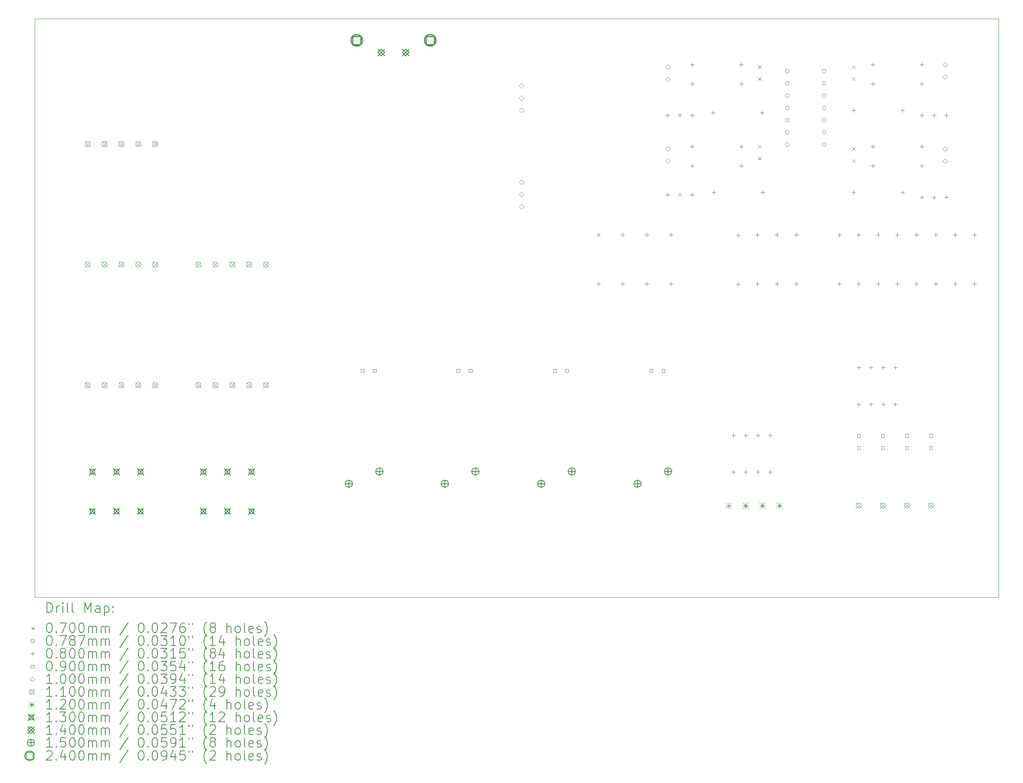
<source format=gbr>
%TF.GenerationSoftware,KiCad,Pcbnew,8.0.5*%
%TF.CreationDate,2024-11-26T19:37:30+02:00*%
%TF.ProjectId,io_box,696f5f62-6f78-42e6-9b69-6361645f7063,rev?*%
%TF.SameCoordinates,Original*%
%TF.FileFunction,Drillmap*%
%TF.FilePolarity,Positive*%
%FSLAX45Y45*%
G04 Gerber Fmt 4.5, Leading zero omitted, Abs format (unit mm)*
G04 Created by KiCad (PCBNEW 8.0.5) date 2024-11-26 19:37:30*
%MOMM*%
%LPD*%
G01*
G04 APERTURE LIST*
%ADD10C,0.050000*%
%ADD11C,0.200000*%
%ADD12C,0.100000*%
%ADD13C,0.110000*%
%ADD14C,0.120000*%
%ADD15C,0.130000*%
%ADD16C,0.140000*%
%ADD17C,0.150000*%
%ADD18C,0.240000*%
G04 APERTURE END LIST*
D10*
X2500000Y-2500000D02*
X22500000Y-2500000D01*
X22500000Y-14500000D01*
X2500000Y-14500000D01*
X2500000Y-2500000D01*
D11*
D12*
X17507000Y-3465000D02*
X17577000Y-3535000D01*
X17577000Y-3465000D02*
X17507000Y-3535000D01*
X17507000Y-3715000D02*
X17577000Y-3785000D01*
X17577000Y-3715000D02*
X17507000Y-3785000D01*
X17507000Y-5115000D02*
X17577000Y-5185000D01*
X17577000Y-5115000D02*
X17507000Y-5185000D01*
X17507000Y-5365000D02*
X17577000Y-5435000D01*
X17577000Y-5365000D02*
X17507000Y-5435000D01*
X19457000Y-3465000D02*
X19527000Y-3535000D01*
X19527000Y-3465000D02*
X19457000Y-3535000D01*
X19457000Y-3715000D02*
X19527000Y-3785000D01*
X19527000Y-3715000D02*
X19457000Y-3785000D01*
X19457000Y-5165000D02*
X19527000Y-5235000D01*
X19527000Y-5165000D02*
X19457000Y-5235000D01*
X19457000Y-5415000D02*
X19527000Y-5485000D01*
X19527000Y-5415000D02*
X19457000Y-5485000D01*
X18158370Y-3588000D02*
G75*
G02*
X18079630Y-3588000I-39370J0D01*
G01*
X18079630Y-3588000D02*
G75*
G02*
X18158370Y-3588000I39370J0D01*
G01*
X18158370Y-3842000D02*
G75*
G02*
X18079630Y-3842000I-39370J0D01*
G01*
X18079630Y-3842000D02*
G75*
G02*
X18158370Y-3842000I39370J0D01*
G01*
X18158370Y-4096000D02*
G75*
G02*
X18079630Y-4096000I-39370J0D01*
G01*
X18079630Y-4096000D02*
G75*
G02*
X18158370Y-4096000I39370J0D01*
G01*
X18158370Y-4350000D02*
G75*
G02*
X18079630Y-4350000I-39370J0D01*
G01*
X18079630Y-4350000D02*
G75*
G02*
X18158370Y-4350000I39370J0D01*
G01*
X18158370Y-4604000D02*
G75*
G02*
X18079630Y-4604000I-39370J0D01*
G01*
X18079630Y-4604000D02*
G75*
G02*
X18158370Y-4604000I39370J0D01*
G01*
X18158370Y-4858000D02*
G75*
G02*
X18079630Y-4858000I-39370J0D01*
G01*
X18079630Y-4858000D02*
G75*
G02*
X18158370Y-4858000I39370J0D01*
G01*
X18158370Y-5112000D02*
G75*
G02*
X18079630Y-5112000I-39370J0D01*
G01*
X18079630Y-5112000D02*
G75*
G02*
X18158370Y-5112000I39370J0D01*
G01*
X18920370Y-3588000D02*
G75*
G02*
X18841630Y-3588000I-39370J0D01*
G01*
X18841630Y-3588000D02*
G75*
G02*
X18920370Y-3588000I39370J0D01*
G01*
X18920370Y-3842000D02*
G75*
G02*
X18841630Y-3842000I-39370J0D01*
G01*
X18841630Y-3842000D02*
G75*
G02*
X18920370Y-3842000I39370J0D01*
G01*
X18920370Y-4096000D02*
G75*
G02*
X18841630Y-4096000I-39370J0D01*
G01*
X18841630Y-4096000D02*
G75*
G02*
X18920370Y-4096000I39370J0D01*
G01*
X18920370Y-4350000D02*
G75*
G02*
X18841630Y-4350000I-39370J0D01*
G01*
X18841630Y-4350000D02*
G75*
G02*
X18920370Y-4350000I39370J0D01*
G01*
X18920370Y-4604000D02*
G75*
G02*
X18841630Y-4604000I-39370J0D01*
G01*
X18841630Y-4604000D02*
G75*
G02*
X18920370Y-4604000I39370J0D01*
G01*
X18920370Y-4858000D02*
G75*
G02*
X18841630Y-4858000I-39370J0D01*
G01*
X18841630Y-4858000D02*
G75*
G02*
X18920370Y-4858000I39370J0D01*
G01*
X18920370Y-5112000D02*
G75*
G02*
X18841630Y-5112000I-39370J0D01*
G01*
X18841630Y-5112000D02*
G75*
G02*
X18920370Y-5112000I39370J0D01*
G01*
X14200000Y-6944000D02*
X14200000Y-7024000D01*
X14160000Y-6984000D02*
X14240000Y-6984000D01*
X14200000Y-7960000D02*
X14200000Y-8040000D01*
X14160000Y-8000000D02*
X14240000Y-8000000D01*
X14700000Y-6944000D02*
X14700000Y-7024000D01*
X14660000Y-6984000D02*
X14740000Y-6984000D01*
X14700000Y-7960000D02*
X14700000Y-8040000D01*
X14660000Y-8000000D02*
X14740000Y-8000000D01*
X15200000Y-6944000D02*
X15200000Y-7024000D01*
X15160000Y-6984000D02*
X15240000Y-6984000D01*
X15200000Y-7960000D02*
X15200000Y-8040000D01*
X15160000Y-8000000D02*
X15240000Y-8000000D01*
X15634000Y-4460000D02*
X15634000Y-4540000D01*
X15594000Y-4500000D02*
X15674000Y-4500000D01*
X15634000Y-6110000D02*
X15634000Y-6190000D01*
X15594000Y-6150000D02*
X15674000Y-6150000D01*
X15700000Y-6944000D02*
X15700000Y-7024000D01*
X15660000Y-6984000D02*
X15740000Y-6984000D01*
X15700000Y-7960000D02*
X15700000Y-8040000D01*
X15660000Y-8000000D02*
X15740000Y-8000000D01*
X15888000Y-4460000D02*
X15888000Y-4540000D01*
X15848000Y-4500000D02*
X15928000Y-4500000D01*
X15888000Y-6110000D02*
X15888000Y-6190000D01*
X15848000Y-6150000D02*
X15928000Y-6150000D01*
X16142000Y-3410000D02*
X16142000Y-3490000D01*
X16102000Y-3450000D02*
X16182000Y-3450000D01*
X16142000Y-3810000D02*
X16142000Y-3890000D01*
X16102000Y-3850000D02*
X16182000Y-3850000D01*
X16142000Y-4460000D02*
X16142000Y-4540000D01*
X16102000Y-4500000D02*
X16182000Y-4500000D01*
X16142000Y-5112500D02*
X16142000Y-5192500D01*
X16102000Y-5152500D02*
X16182000Y-5152500D01*
X16142000Y-5510000D02*
X16142000Y-5590000D01*
X16102000Y-5550000D02*
X16182000Y-5550000D01*
X16142000Y-6110000D02*
X16142000Y-6190000D01*
X16102000Y-6150000D02*
X16182000Y-6150000D01*
X16576000Y-4410000D02*
X16576000Y-4490000D01*
X16536000Y-4450000D02*
X16616000Y-4450000D01*
X16592000Y-6060000D02*
X16592000Y-6140000D01*
X16552000Y-6100000D02*
X16632000Y-6100000D01*
X17000000Y-11098000D02*
X17000000Y-11178000D01*
X16960000Y-11138000D02*
X17040000Y-11138000D01*
X17000000Y-11860000D02*
X17000000Y-11940000D01*
X16960000Y-11900000D02*
X17040000Y-11900000D01*
X17100000Y-6952000D02*
X17100000Y-7032000D01*
X17060000Y-6992000D02*
X17140000Y-6992000D01*
X17100000Y-7968000D02*
X17100000Y-8048000D01*
X17060000Y-8008000D02*
X17140000Y-8008000D01*
X17158000Y-3410000D02*
X17158000Y-3490000D01*
X17118000Y-3450000D02*
X17198000Y-3450000D01*
X17158000Y-3810000D02*
X17158000Y-3890000D01*
X17118000Y-3850000D02*
X17198000Y-3850000D01*
X17158000Y-5112500D02*
X17158000Y-5192500D01*
X17118000Y-5152500D02*
X17198000Y-5152500D01*
X17158000Y-5510000D02*
X17158000Y-5590000D01*
X17118000Y-5550000D02*
X17198000Y-5550000D01*
X17254000Y-11098000D02*
X17254000Y-11178000D01*
X17214000Y-11138000D02*
X17294000Y-11138000D01*
X17254000Y-11860000D02*
X17254000Y-11940000D01*
X17214000Y-11900000D02*
X17294000Y-11900000D01*
X17500000Y-6944000D02*
X17500000Y-7024000D01*
X17460000Y-6984000D02*
X17540000Y-6984000D01*
X17500000Y-7960000D02*
X17500000Y-8040000D01*
X17460000Y-8000000D02*
X17540000Y-8000000D01*
X17508000Y-11098000D02*
X17508000Y-11178000D01*
X17468000Y-11138000D02*
X17548000Y-11138000D01*
X17508000Y-11860000D02*
X17508000Y-11940000D01*
X17468000Y-11900000D02*
X17548000Y-11900000D01*
X17592000Y-4410000D02*
X17592000Y-4490000D01*
X17552000Y-4450000D02*
X17632000Y-4450000D01*
X17608000Y-6060000D02*
X17608000Y-6140000D01*
X17568000Y-6100000D02*
X17648000Y-6100000D01*
X17762000Y-11098000D02*
X17762000Y-11178000D01*
X17722000Y-11138000D02*
X17802000Y-11138000D01*
X17762000Y-11860000D02*
X17762000Y-11940000D01*
X17722000Y-11900000D02*
X17802000Y-11900000D01*
X17900000Y-6944000D02*
X17900000Y-7024000D01*
X17860000Y-6984000D02*
X17940000Y-6984000D01*
X17900000Y-7960000D02*
X17900000Y-8040000D01*
X17860000Y-8000000D02*
X17940000Y-8000000D01*
X18300000Y-6944000D02*
X18300000Y-7024000D01*
X18260000Y-6984000D02*
X18340000Y-6984000D01*
X18300000Y-7960000D02*
X18300000Y-8040000D01*
X18260000Y-8000000D02*
X18340000Y-8000000D01*
X19200000Y-6944000D02*
X19200000Y-7024000D01*
X19160000Y-6984000D02*
X19240000Y-6984000D01*
X19200000Y-7960000D02*
X19200000Y-8040000D01*
X19160000Y-8000000D02*
X19240000Y-8000000D01*
X19492000Y-4360000D02*
X19492000Y-4440000D01*
X19452000Y-4400000D02*
X19532000Y-4400000D01*
X19492000Y-6060000D02*
X19492000Y-6140000D01*
X19452000Y-6100000D02*
X19532000Y-6100000D01*
X19600000Y-6944000D02*
X19600000Y-7024000D01*
X19560000Y-6984000D02*
X19640000Y-6984000D01*
X19600000Y-7960000D02*
X19600000Y-8040000D01*
X19560000Y-8000000D02*
X19640000Y-8000000D01*
X19600000Y-9698000D02*
X19600000Y-9778000D01*
X19560000Y-9738000D02*
X19640000Y-9738000D01*
X19600000Y-10460000D02*
X19600000Y-10540000D01*
X19560000Y-10500000D02*
X19640000Y-10500000D01*
X19854000Y-9698000D02*
X19854000Y-9778000D01*
X19814000Y-9738000D02*
X19894000Y-9738000D01*
X19854000Y-10460000D02*
X19854000Y-10540000D01*
X19814000Y-10500000D02*
X19894000Y-10500000D01*
X19892000Y-3410000D02*
X19892000Y-3490000D01*
X19852000Y-3450000D02*
X19932000Y-3450000D01*
X19892000Y-3810000D02*
X19892000Y-3890000D01*
X19852000Y-3850000D02*
X19932000Y-3850000D01*
X19892000Y-5110000D02*
X19892000Y-5190000D01*
X19852000Y-5150000D02*
X19932000Y-5150000D01*
X19892000Y-5510000D02*
X19892000Y-5590000D01*
X19852000Y-5550000D02*
X19932000Y-5550000D01*
X20000000Y-6944000D02*
X20000000Y-7024000D01*
X19960000Y-6984000D02*
X20040000Y-6984000D01*
X20000000Y-7960000D02*
X20000000Y-8040000D01*
X19960000Y-8000000D02*
X20040000Y-8000000D01*
X20108000Y-9698000D02*
X20108000Y-9778000D01*
X20068000Y-9738000D02*
X20148000Y-9738000D01*
X20108000Y-10460000D02*
X20108000Y-10540000D01*
X20068000Y-10500000D02*
X20148000Y-10500000D01*
X20362000Y-9698000D02*
X20362000Y-9778000D01*
X20322000Y-9738000D02*
X20402000Y-9738000D01*
X20362000Y-10460000D02*
X20362000Y-10540000D01*
X20322000Y-10500000D02*
X20402000Y-10500000D01*
X20400000Y-6944000D02*
X20400000Y-7024000D01*
X20360000Y-6984000D02*
X20440000Y-6984000D01*
X20400000Y-7960000D02*
X20400000Y-8040000D01*
X20360000Y-8000000D02*
X20440000Y-8000000D01*
X20508000Y-4360000D02*
X20508000Y-4440000D01*
X20468000Y-4400000D02*
X20548000Y-4400000D01*
X20508000Y-6060000D02*
X20508000Y-6140000D01*
X20468000Y-6100000D02*
X20548000Y-6100000D01*
X20800000Y-6944000D02*
X20800000Y-7024000D01*
X20760000Y-6984000D02*
X20840000Y-6984000D01*
X20800000Y-7960000D02*
X20800000Y-8040000D01*
X20760000Y-8000000D02*
X20840000Y-8000000D01*
X20908000Y-3410000D02*
X20908000Y-3490000D01*
X20868000Y-3450000D02*
X20948000Y-3450000D01*
X20908000Y-3810000D02*
X20908000Y-3890000D01*
X20868000Y-3850000D02*
X20948000Y-3850000D01*
X20908000Y-4460000D02*
X20908000Y-4540000D01*
X20868000Y-4500000D02*
X20948000Y-4500000D01*
X20908000Y-5110000D02*
X20908000Y-5190000D01*
X20868000Y-5150000D02*
X20948000Y-5150000D01*
X20908000Y-5510000D02*
X20908000Y-5590000D01*
X20868000Y-5550000D02*
X20948000Y-5550000D01*
X20908000Y-6160000D02*
X20908000Y-6240000D01*
X20868000Y-6200000D02*
X20948000Y-6200000D01*
X21162000Y-4460000D02*
X21162000Y-4540000D01*
X21122000Y-4500000D02*
X21202000Y-4500000D01*
X21162000Y-6160000D02*
X21162000Y-6240000D01*
X21122000Y-6200000D02*
X21202000Y-6200000D01*
X21200000Y-6944000D02*
X21200000Y-7024000D01*
X21160000Y-6984000D02*
X21240000Y-6984000D01*
X21200000Y-7960000D02*
X21200000Y-8040000D01*
X21160000Y-8000000D02*
X21240000Y-8000000D01*
X21416000Y-4460000D02*
X21416000Y-4540000D01*
X21376000Y-4500000D02*
X21456000Y-4500000D01*
X21416000Y-6160000D02*
X21416000Y-6240000D01*
X21376000Y-6200000D02*
X21456000Y-6200000D01*
X21600000Y-6944000D02*
X21600000Y-7024000D01*
X21560000Y-6984000D02*
X21640000Y-6984000D01*
X21600000Y-7960000D02*
X21600000Y-8040000D01*
X21560000Y-8000000D02*
X21640000Y-8000000D01*
X22000000Y-6944000D02*
X22000000Y-7024000D01*
X21960000Y-6984000D02*
X22040000Y-6984000D01*
X22000000Y-7960000D02*
X22000000Y-8040000D01*
X21960000Y-8000000D02*
X22040000Y-8000000D01*
X9331820Y-9831820D02*
X9331820Y-9768180D01*
X9268180Y-9768180D01*
X9268180Y-9831820D01*
X9331820Y-9831820D01*
X9585820Y-9831820D02*
X9585820Y-9768180D01*
X9522180Y-9768180D01*
X9522180Y-9831820D01*
X9585820Y-9831820D01*
X11323820Y-9831820D02*
X11323820Y-9768180D01*
X11260180Y-9768180D01*
X11260180Y-9831820D01*
X11323820Y-9831820D01*
X11577820Y-9831820D02*
X11577820Y-9768180D01*
X11514180Y-9768180D01*
X11514180Y-9831820D01*
X11577820Y-9831820D01*
X13323820Y-9831820D02*
X13323820Y-9768180D01*
X13260180Y-9768180D01*
X13260180Y-9831820D01*
X13323820Y-9831820D01*
X13577820Y-9831820D02*
X13577820Y-9768180D01*
X13514180Y-9768180D01*
X13514180Y-9831820D01*
X13577820Y-9831820D01*
X15323820Y-9831820D02*
X15323820Y-9768180D01*
X15260180Y-9768180D01*
X15260180Y-9831820D01*
X15323820Y-9831820D01*
X15577820Y-9831820D02*
X15577820Y-9768180D01*
X15514180Y-9768180D01*
X15514180Y-9831820D01*
X15577820Y-9831820D01*
X19631820Y-11177820D02*
X19631820Y-11114180D01*
X19568180Y-11114180D01*
X19568180Y-11177820D01*
X19631820Y-11177820D01*
X19631820Y-11431820D02*
X19631820Y-11368180D01*
X19568180Y-11368180D01*
X19568180Y-11431820D01*
X19631820Y-11431820D01*
X20131820Y-11181820D02*
X20131820Y-11118180D01*
X20068180Y-11118180D01*
X20068180Y-11181820D01*
X20131820Y-11181820D01*
X20131820Y-11435820D02*
X20131820Y-11372180D01*
X20068180Y-11372180D01*
X20068180Y-11435820D01*
X20131820Y-11435820D01*
X20631820Y-11177820D02*
X20631820Y-11114180D01*
X20568180Y-11114180D01*
X20568180Y-11177820D01*
X20631820Y-11177820D01*
X20631820Y-11431820D02*
X20631820Y-11368180D01*
X20568180Y-11368180D01*
X20568180Y-11431820D01*
X20631820Y-11431820D01*
X21131820Y-11177820D02*
X21131820Y-11114180D01*
X21068180Y-11114180D01*
X21068180Y-11177820D01*
X21131820Y-11177820D01*
X21131820Y-11431820D02*
X21131820Y-11368180D01*
X21068180Y-11368180D01*
X21068180Y-11431820D01*
X21131820Y-11431820D01*
X12600000Y-3942000D02*
X12650000Y-3892000D01*
X12600000Y-3842000D01*
X12550000Y-3892000D01*
X12600000Y-3942000D01*
X12600000Y-4196000D02*
X12650000Y-4146000D01*
X12600000Y-4096000D01*
X12550000Y-4146000D01*
X12600000Y-4196000D01*
X12600000Y-4450000D02*
X12650000Y-4400000D01*
X12600000Y-4350000D01*
X12550000Y-4400000D01*
X12600000Y-4450000D01*
X12600000Y-5942000D02*
X12650000Y-5892000D01*
X12600000Y-5842000D01*
X12550000Y-5892000D01*
X12600000Y-5942000D01*
X12600000Y-6196000D02*
X12650000Y-6146000D01*
X12600000Y-6096000D01*
X12550000Y-6146000D01*
X12600000Y-6196000D01*
X12600000Y-6450000D02*
X12650000Y-6400000D01*
X12600000Y-6350000D01*
X12550000Y-6400000D01*
X12600000Y-6450000D01*
X15642000Y-3549000D02*
X15692000Y-3499000D01*
X15642000Y-3449000D01*
X15592000Y-3499000D01*
X15642000Y-3549000D01*
X15642000Y-3803000D02*
X15692000Y-3753000D01*
X15642000Y-3703000D01*
X15592000Y-3753000D01*
X15642000Y-3803000D01*
X15642000Y-5248500D02*
X15692000Y-5198500D01*
X15642000Y-5148500D01*
X15592000Y-5198500D01*
X15642000Y-5248500D01*
X15642000Y-5502500D02*
X15692000Y-5452500D01*
X15642000Y-5402500D01*
X15592000Y-5452500D01*
X15642000Y-5502500D01*
X21392000Y-3500000D02*
X21442000Y-3450000D01*
X21392000Y-3400000D01*
X21342000Y-3450000D01*
X21392000Y-3500000D01*
X21392000Y-3754000D02*
X21442000Y-3704000D01*
X21392000Y-3654000D01*
X21342000Y-3704000D01*
X21392000Y-3754000D01*
X21392000Y-5250000D02*
X21442000Y-5200000D01*
X21392000Y-5150000D01*
X21342000Y-5200000D01*
X21392000Y-5250000D01*
X21392000Y-5504000D02*
X21442000Y-5454000D01*
X21392000Y-5404000D01*
X21342000Y-5454000D01*
X21392000Y-5504000D01*
D13*
X3545000Y-5045000D02*
X3655000Y-5155000D01*
X3655000Y-5045000D02*
X3545000Y-5155000D01*
X3655000Y-5100000D02*
G75*
G02*
X3545000Y-5100000I-55000J0D01*
G01*
X3545000Y-5100000D02*
G75*
G02*
X3655000Y-5100000I55000J0D01*
G01*
X3545000Y-7545000D02*
X3655000Y-7655000D01*
X3655000Y-7545000D02*
X3545000Y-7655000D01*
X3655000Y-7600000D02*
G75*
G02*
X3545000Y-7600000I-55000J0D01*
G01*
X3545000Y-7600000D02*
G75*
G02*
X3655000Y-7600000I55000J0D01*
G01*
X3545000Y-10045000D02*
X3655000Y-10155000D01*
X3655000Y-10045000D02*
X3545000Y-10155000D01*
X3655000Y-10100000D02*
G75*
G02*
X3545000Y-10100000I-55000J0D01*
G01*
X3545000Y-10100000D02*
G75*
G02*
X3655000Y-10100000I55000J0D01*
G01*
X3895000Y-5045000D02*
X4005000Y-5155000D01*
X4005000Y-5045000D02*
X3895000Y-5155000D01*
X4005000Y-5100000D02*
G75*
G02*
X3895000Y-5100000I-55000J0D01*
G01*
X3895000Y-5100000D02*
G75*
G02*
X4005000Y-5100000I55000J0D01*
G01*
X3895000Y-7545000D02*
X4005000Y-7655000D01*
X4005000Y-7545000D02*
X3895000Y-7655000D01*
X4005000Y-7600000D02*
G75*
G02*
X3895000Y-7600000I-55000J0D01*
G01*
X3895000Y-7600000D02*
G75*
G02*
X4005000Y-7600000I55000J0D01*
G01*
X3895000Y-10045000D02*
X4005000Y-10155000D01*
X4005000Y-10045000D02*
X3895000Y-10155000D01*
X4005000Y-10100000D02*
G75*
G02*
X3895000Y-10100000I-55000J0D01*
G01*
X3895000Y-10100000D02*
G75*
G02*
X4005000Y-10100000I55000J0D01*
G01*
X4245000Y-5045000D02*
X4355000Y-5155000D01*
X4355000Y-5045000D02*
X4245000Y-5155000D01*
X4355000Y-5100000D02*
G75*
G02*
X4245000Y-5100000I-55000J0D01*
G01*
X4245000Y-5100000D02*
G75*
G02*
X4355000Y-5100000I55000J0D01*
G01*
X4245000Y-7545000D02*
X4355000Y-7655000D01*
X4355000Y-7545000D02*
X4245000Y-7655000D01*
X4355000Y-7600000D02*
G75*
G02*
X4245000Y-7600000I-55000J0D01*
G01*
X4245000Y-7600000D02*
G75*
G02*
X4355000Y-7600000I55000J0D01*
G01*
X4245000Y-10045000D02*
X4355000Y-10155000D01*
X4355000Y-10045000D02*
X4245000Y-10155000D01*
X4355000Y-10100000D02*
G75*
G02*
X4245000Y-10100000I-55000J0D01*
G01*
X4245000Y-10100000D02*
G75*
G02*
X4355000Y-10100000I55000J0D01*
G01*
X4595000Y-5045000D02*
X4705000Y-5155000D01*
X4705000Y-5045000D02*
X4595000Y-5155000D01*
X4705000Y-5100000D02*
G75*
G02*
X4595000Y-5100000I-55000J0D01*
G01*
X4595000Y-5100000D02*
G75*
G02*
X4705000Y-5100000I55000J0D01*
G01*
X4595000Y-7545000D02*
X4705000Y-7655000D01*
X4705000Y-7545000D02*
X4595000Y-7655000D01*
X4705000Y-7600000D02*
G75*
G02*
X4595000Y-7600000I-55000J0D01*
G01*
X4595000Y-7600000D02*
G75*
G02*
X4705000Y-7600000I55000J0D01*
G01*
X4595000Y-10045000D02*
X4705000Y-10155000D01*
X4705000Y-10045000D02*
X4595000Y-10155000D01*
X4705000Y-10100000D02*
G75*
G02*
X4595000Y-10100000I-55000J0D01*
G01*
X4595000Y-10100000D02*
G75*
G02*
X4705000Y-10100000I55000J0D01*
G01*
X4945000Y-5045000D02*
X5055000Y-5155000D01*
X5055000Y-5045000D02*
X4945000Y-5155000D01*
X5055000Y-5100000D02*
G75*
G02*
X4945000Y-5100000I-55000J0D01*
G01*
X4945000Y-5100000D02*
G75*
G02*
X5055000Y-5100000I55000J0D01*
G01*
X4945000Y-7545000D02*
X5055000Y-7655000D01*
X5055000Y-7545000D02*
X4945000Y-7655000D01*
X5055000Y-7600000D02*
G75*
G02*
X4945000Y-7600000I-55000J0D01*
G01*
X4945000Y-7600000D02*
G75*
G02*
X5055000Y-7600000I55000J0D01*
G01*
X4945000Y-10045000D02*
X5055000Y-10155000D01*
X5055000Y-10045000D02*
X4945000Y-10155000D01*
X5055000Y-10100000D02*
G75*
G02*
X4945000Y-10100000I-55000J0D01*
G01*
X4945000Y-10100000D02*
G75*
G02*
X5055000Y-10100000I55000J0D01*
G01*
X5845000Y-7545000D02*
X5955000Y-7655000D01*
X5955000Y-7545000D02*
X5845000Y-7655000D01*
X5955000Y-7600000D02*
G75*
G02*
X5845000Y-7600000I-55000J0D01*
G01*
X5845000Y-7600000D02*
G75*
G02*
X5955000Y-7600000I55000J0D01*
G01*
X5845000Y-10045000D02*
X5955000Y-10155000D01*
X5955000Y-10045000D02*
X5845000Y-10155000D01*
X5955000Y-10100000D02*
G75*
G02*
X5845000Y-10100000I-55000J0D01*
G01*
X5845000Y-10100000D02*
G75*
G02*
X5955000Y-10100000I55000J0D01*
G01*
X6195000Y-7545000D02*
X6305000Y-7655000D01*
X6305000Y-7545000D02*
X6195000Y-7655000D01*
X6305000Y-7600000D02*
G75*
G02*
X6195000Y-7600000I-55000J0D01*
G01*
X6195000Y-7600000D02*
G75*
G02*
X6305000Y-7600000I55000J0D01*
G01*
X6195000Y-10045000D02*
X6305000Y-10155000D01*
X6305000Y-10045000D02*
X6195000Y-10155000D01*
X6305000Y-10100000D02*
G75*
G02*
X6195000Y-10100000I-55000J0D01*
G01*
X6195000Y-10100000D02*
G75*
G02*
X6305000Y-10100000I55000J0D01*
G01*
X6545000Y-7545000D02*
X6655000Y-7655000D01*
X6655000Y-7545000D02*
X6545000Y-7655000D01*
X6655000Y-7600000D02*
G75*
G02*
X6545000Y-7600000I-55000J0D01*
G01*
X6545000Y-7600000D02*
G75*
G02*
X6655000Y-7600000I55000J0D01*
G01*
X6545000Y-10045000D02*
X6655000Y-10155000D01*
X6655000Y-10045000D02*
X6545000Y-10155000D01*
X6655000Y-10100000D02*
G75*
G02*
X6545000Y-10100000I-55000J0D01*
G01*
X6545000Y-10100000D02*
G75*
G02*
X6655000Y-10100000I55000J0D01*
G01*
X6895000Y-7545000D02*
X7005000Y-7655000D01*
X7005000Y-7545000D02*
X6895000Y-7655000D01*
X7005000Y-7600000D02*
G75*
G02*
X6895000Y-7600000I-55000J0D01*
G01*
X6895000Y-7600000D02*
G75*
G02*
X7005000Y-7600000I55000J0D01*
G01*
X6895000Y-10045000D02*
X7005000Y-10155000D01*
X7005000Y-10045000D02*
X6895000Y-10155000D01*
X7005000Y-10100000D02*
G75*
G02*
X6895000Y-10100000I-55000J0D01*
G01*
X6895000Y-10100000D02*
G75*
G02*
X7005000Y-10100000I55000J0D01*
G01*
X7245000Y-7545000D02*
X7355000Y-7655000D01*
X7355000Y-7545000D02*
X7245000Y-7655000D01*
X7355000Y-7600000D02*
G75*
G02*
X7245000Y-7600000I-55000J0D01*
G01*
X7245000Y-7600000D02*
G75*
G02*
X7355000Y-7600000I55000J0D01*
G01*
X7245000Y-10045000D02*
X7355000Y-10155000D01*
X7355000Y-10045000D02*
X7245000Y-10155000D01*
X7355000Y-10100000D02*
G75*
G02*
X7245000Y-10100000I-55000J0D01*
G01*
X7245000Y-10100000D02*
G75*
G02*
X7355000Y-10100000I55000J0D01*
G01*
X19545000Y-12545000D02*
X19655000Y-12655000D01*
X19655000Y-12545000D02*
X19545000Y-12655000D01*
X19655000Y-12600000D02*
G75*
G02*
X19545000Y-12600000I-55000J0D01*
G01*
X19545000Y-12600000D02*
G75*
G02*
X19655000Y-12600000I55000J0D01*
G01*
X20045000Y-12545000D02*
X20155000Y-12655000D01*
X20155000Y-12545000D02*
X20045000Y-12655000D01*
X20155000Y-12600000D02*
G75*
G02*
X20045000Y-12600000I-55000J0D01*
G01*
X20045000Y-12600000D02*
G75*
G02*
X20155000Y-12600000I55000J0D01*
G01*
X20545000Y-12545000D02*
X20655000Y-12655000D01*
X20655000Y-12545000D02*
X20545000Y-12655000D01*
X20655000Y-12600000D02*
G75*
G02*
X20545000Y-12600000I-55000J0D01*
G01*
X20545000Y-12600000D02*
G75*
G02*
X20655000Y-12600000I55000J0D01*
G01*
X21045000Y-12545000D02*
X21155000Y-12655000D01*
X21155000Y-12545000D02*
X21045000Y-12655000D01*
X21155000Y-12600000D02*
G75*
G02*
X21045000Y-12600000I-55000J0D01*
G01*
X21045000Y-12600000D02*
G75*
G02*
X21155000Y-12600000I55000J0D01*
G01*
D14*
X16840000Y-12540000D02*
X16960000Y-12660000D01*
X16960000Y-12540000D02*
X16840000Y-12660000D01*
X16900000Y-12540000D02*
X16900000Y-12660000D01*
X16840000Y-12600000D02*
X16960000Y-12600000D01*
X17190000Y-12540000D02*
X17310000Y-12660000D01*
X17310000Y-12540000D02*
X17190000Y-12660000D01*
X17250000Y-12540000D02*
X17250000Y-12660000D01*
X17190000Y-12600000D02*
X17310000Y-12600000D01*
X17540000Y-12540000D02*
X17660000Y-12660000D01*
X17660000Y-12540000D02*
X17540000Y-12660000D01*
X17600000Y-12540000D02*
X17600000Y-12660000D01*
X17540000Y-12600000D02*
X17660000Y-12600000D01*
X17890000Y-12540000D02*
X18010000Y-12660000D01*
X18010000Y-12540000D02*
X17890000Y-12660000D01*
X17950000Y-12540000D02*
X17950000Y-12660000D01*
X17890000Y-12600000D02*
X18010000Y-12600000D01*
D15*
X3635000Y-11835000D02*
X3765000Y-11965000D01*
X3765000Y-11835000D02*
X3635000Y-11965000D01*
X3745962Y-11945962D02*
X3745962Y-11854038D01*
X3654038Y-11854038D01*
X3654038Y-11945962D01*
X3745962Y-11945962D01*
X3635000Y-12655000D02*
X3765000Y-12785000D01*
X3765000Y-12655000D02*
X3635000Y-12785000D01*
X3745962Y-12765962D02*
X3745962Y-12674038D01*
X3654038Y-12674038D01*
X3654038Y-12765962D01*
X3745962Y-12765962D01*
X4135000Y-11835000D02*
X4265000Y-11965000D01*
X4265000Y-11835000D02*
X4135000Y-11965000D01*
X4245962Y-11945962D02*
X4245962Y-11854038D01*
X4154038Y-11854038D01*
X4154038Y-11945962D01*
X4245962Y-11945962D01*
X4135000Y-12655000D02*
X4265000Y-12785000D01*
X4265000Y-12655000D02*
X4135000Y-12785000D01*
X4245962Y-12765962D02*
X4245962Y-12674038D01*
X4154038Y-12674038D01*
X4154038Y-12765962D01*
X4245962Y-12765962D01*
X4635000Y-11835000D02*
X4765000Y-11965000D01*
X4765000Y-11835000D02*
X4635000Y-11965000D01*
X4745962Y-11945962D02*
X4745962Y-11854038D01*
X4654038Y-11854038D01*
X4654038Y-11945962D01*
X4745962Y-11945962D01*
X4635000Y-12655000D02*
X4765000Y-12785000D01*
X4765000Y-12655000D02*
X4635000Y-12785000D01*
X4745962Y-12765962D02*
X4745962Y-12674038D01*
X4654038Y-12674038D01*
X4654038Y-12765962D01*
X4745962Y-12765962D01*
X5935000Y-11835000D02*
X6065000Y-11965000D01*
X6065000Y-11835000D02*
X5935000Y-11965000D01*
X6045962Y-11945962D02*
X6045962Y-11854038D01*
X5954038Y-11854038D01*
X5954038Y-11945962D01*
X6045962Y-11945962D01*
X5935000Y-12655000D02*
X6065000Y-12785000D01*
X6065000Y-12655000D02*
X5935000Y-12785000D01*
X6045962Y-12765962D02*
X6045962Y-12674038D01*
X5954038Y-12674038D01*
X5954038Y-12765962D01*
X6045962Y-12765962D01*
X6435000Y-11835000D02*
X6565000Y-11965000D01*
X6565000Y-11835000D02*
X6435000Y-11965000D01*
X6545962Y-11945962D02*
X6545962Y-11854038D01*
X6454038Y-11854038D01*
X6454038Y-11945962D01*
X6545962Y-11945962D01*
X6435000Y-12655000D02*
X6565000Y-12785000D01*
X6565000Y-12655000D02*
X6435000Y-12785000D01*
X6545962Y-12765962D02*
X6545962Y-12674038D01*
X6454038Y-12674038D01*
X6454038Y-12765962D01*
X6545962Y-12765962D01*
X6935000Y-11835000D02*
X7065000Y-11965000D01*
X7065000Y-11835000D02*
X6935000Y-11965000D01*
X7045962Y-11945962D02*
X7045962Y-11854038D01*
X6954038Y-11854038D01*
X6954038Y-11945962D01*
X7045962Y-11945962D01*
X6935000Y-12655000D02*
X7065000Y-12785000D01*
X7065000Y-12655000D02*
X6935000Y-12785000D01*
X7045962Y-12765962D02*
X7045962Y-12674038D01*
X6954038Y-12674038D01*
X6954038Y-12765962D01*
X7045962Y-12765962D01*
D16*
X9622000Y-3130000D02*
X9762000Y-3270000D01*
X9762000Y-3130000D02*
X9622000Y-3270000D01*
X9692000Y-3270000D02*
X9762000Y-3200000D01*
X9692000Y-3130000D01*
X9622000Y-3200000D01*
X9692000Y-3270000D01*
X10130000Y-3130000D02*
X10270000Y-3270000D01*
X10270000Y-3130000D02*
X10130000Y-3270000D01*
X10200000Y-3270000D02*
X10270000Y-3200000D01*
X10200000Y-3130000D01*
X10130000Y-3200000D01*
X10200000Y-3270000D01*
D17*
X9019000Y-12071000D02*
X9019000Y-12221000D01*
X8944000Y-12146000D02*
X9094000Y-12146000D01*
X9094000Y-12146000D02*
G75*
G02*
X8944000Y-12146000I-75000J0D01*
G01*
X8944000Y-12146000D02*
G75*
G02*
X9094000Y-12146000I75000J0D01*
G01*
X9654000Y-11817000D02*
X9654000Y-11967000D01*
X9579000Y-11892000D02*
X9729000Y-11892000D01*
X9729000Y-11892000D02*
G75*
G02*
X9579000Y-11892000I-75000J0D01*
G01*
X9579000Y-11892000D02*
G75*
G02*
X9729000Y-11892000I75000J0D01*
G01*
X11011000Y-12071000D02*
X11011000Y-12221000D01*
X10936000Y-12146000D02*
X11086000Y-12146000D01*
X11086000Y-12146000D02*
G75*
G02*
X10936000Y-12146000I-75000J0D01*
G01*
X10936000Y-12146000D02*
G75*
G02*
X11086000Y-12146000I75000J0D01*
G01*
X11646000Y-11817000D02*
X11646000Y-11967000D01*
X11571000Y-11892000D02*
X11721000Y-11892000D01*
X11721000Y-11892000D02*
G75*
G02*
X11571000Y-11892000I-75000J0D01*
G01*
X11571000Y-11892000D02*
G75*
G02*
X11721000Y-11892000I75000J0D01*
G01*
X13011000Y-12071000D02*
X13011000Y-12221000D01*
X12936000Y-12146000D02*
X13086000Y-12146000D01*
X13086000Y-12146000D02*
G75*
G02*
X12936000Y-12146000I-75000J0D01*
G01*
X12936000Y-12146000D02*
G75*
G02*
X13086000Y-12146000I75000J0D01*
G01*
X13646000Y-11817000D02*
X13646000Y-11967000D01*
X13571000Y-11892000D02*
X13721000Y-11892000D01*
X13721000Y-11892000D02*
G75*
G02*
X13571000Y-11892000I-75000J0D01*
G01*
X13571000Y-11892000D02*
G75*
G02*
X13721000Y-11892000I75000J0D01*
G01*
X15011000Y-12071000D02*
X15011000Y-12221000D01*
X14936000Y-12146000D02*
X15086000Y-12146000D01*
X15086000Y-12146000D02*
G75*
G02*
X14936000Y-12146000I-75000J0D01*
G01*
X14936000Y-12146000D02*
G75*
G02*
X15086000Y-12146000I75000J0D01*
G01*
X15646000Y-11817000D02*
X15646000Y-11967000D01*
X15571000Y-11892000D02*
X15721000Y-11892000D01*
X15721000Y-11892000D02*
G75*
G02*
X15571000Y-11892000I-75000J0D01*
G01*
X15571000Y-11892000D02*
G75*
G02*
X15721000Y-11892000I75000J0D01*
G01*
D18*
X9268854Y-3034854D02*
X9268854Y-2865146D01*
X9099146Y-2865146D01*
X9099146Y-3034854D01*
X9268854Y-3034854D01*
X9304000Y-2950000D02*
G75*
G02*
X9064000Y-2950000I-120000J0D01*
G01*
X9064000Y-2950000D02*
G75*
G02*
X9304000Y-2950000I120000J0D01*
G01*
X10792854Y-3034854D02*
X10792854Y-2865146D01*
X10623146Y-2865146D01*
X10623146Y-3034854D01*
X10792854Y-3034854D01*
X10828000Y-2950000D02*
G75*
G02*
X10588000Y-2950000I-120000J0D01*
G01*
X10588000Y-2950000D02*
G75*
G02*
X10828000Y-2950000I120000J0D01*
G01*
D11*
X2758277Y-14813984D02*
X2758277Y-14613984D01*
X2758277Y-14613984D02*
X2805896Y-14613984D01*
X2805896Y-14613984D02*
X2834467Y-14623508D01*
X2834467Y-14623508D02*
X2853515Y-14642555D01*
X2853515Y-14642555D02*
X2863039Y-14661603D01*
X2863039Y-14661603D02*
X2872562Y-14699698D01*
X2872562Y-14699698D02*
X2872562Y-14728269D01*
X2872562Y-14728269D02*
X2863039Y-14766365D01*
X2863039Y-14766365D02*
X2853515Y-14785412D01*
X2853515Y-14785412D02*
X2834467Y-14804460D01*
X2834467Y-14804460D02*
X2805896Y-14813984D01*
X2805896Y-14813984D02*
X2758277Y-14813984D01*
X2958277Y-14813984D02*
X2958277Y-14680650D01*
X2958277Y-14718746D02*
X2967801Y-14699698D01*
X2967801Y-14699698D02*
X2977324Y-14690174D01*
X2977324Y-14690174D02*
X2996372Y-14680650D01*
X2996372Y-14680650D02*
X3015420Y-14680650D01*
X3082086Y-14813984D02*
X3082086Y-14680650D01*
X3082086Y-14613984D02*
X3072562Y-14623508D01*
X3072562Y-14623508D02*
X3082086Y-14633031D01*
X3082086Y-14633031D02*
X3091610Y-14623508D01*
X3091610Y-14623508D02*
X3082086Y-14613984D01*
X3082086Y-14613984D02*
X3082086Y-14633031D01*
X3205896Y-14813984D02*
X3186848Y-14804460D01*
X3186848Y-14804460D02*
X3177324Y-14785412D01*
X3177324Y-14785412D02*
X3177324Y-14613984D01*
X3310658Y-14813984D02*
X3291610Y-14804460D01*
X3291610Y-14804460D02*
X3282086Y-14785412D01*
X3282086Y-14785412D02*
X3282086Y-14613984D01*
X3539229Y-14813984D02*
X3539229Y-14613984D01*
X3539229Y-14613984D02*
X3605896Y-14756841D01*
X3605896Y-14756841D02*
X3672562Y-14613984D01*
X3672562Y-14613984D02*
X3672562Y-14813984D01*
X3853515Y-14813984D02*
X3853515Y-14709222D01*
X3853515Y-14709222D02*
X3843991Y-14690174D01*
X3843991Y-14690174D02*
X3824943Y-14680650D01*
X3824943Y-14680650D02*
X3786848Y-14680650D01*
X3786848Y-14680650D02*
X3767801Y-14690174D01*
X3853515Y-14804460D02*
X3834467Y-14813984D01*
X3834467Y-14813984D02*
X3786848Y-14813984D01*
X3786848Y-14813984D02*
X3767801Y-14804460D01*
X3767801Y-14804460D02*
X3758277Y-14785412D01*
X3758277Y-14785412D02*
X3758277Y-14766365D01*
X3758277Y-14766365D02*
X3767801Y-14747317D01*
X3767801Y-14747317D02*
X3786848Y-14737793D01*
X3786848Y-14737793D02*
X3834467Y-14737793D01*
X3834467Y-14737793D02*
X3853515Y-14728269D01*
X3948753Y-14680650D02*
X3948753Y-14880650D01*
X3948753Y-14690174D02*
X3967801Y-14680650D01*
X3967801Y-14680650D02*
X4005896Y-14680650D01*
X4005896Y-14680650D02*
X4024943Y-14690174D01*
X4024943Y-14690174D02*
X4034467Y-14699698D01*
X4034467Y-14699698D02*
X4043991Y-14718746D01*
X4043991Y-14718746D02*
X4043991Y-14775888D01*
X4043991Y-14775888D02*
X4034467Y-14794936D01*
X4034467Y-14794936D02*
X4024943Y-14804460D01*
X4024943Y-14804460D02*
X4005896Y-14813984D01*
X4005896Y-14813984D02*
X3967801Y-14813984D01*
X3967801Y-14813984D02*
X3948753Y-14804460D01*
X4129705Y-14794936D02*
X4139229Y-14804460D01*
X4139229Y-14804460D02*
X4129705Y-14813984D01*
X4129705Y-14813984D02*
X4120182Y-14804460D01*
X4120182Y-14804460D02*
X4129705Y-14794936D01*
X4129705Y-14794936D02*
X4129705Y-14813984D01*
X4129705Y-14690174D02*
X4139229Y-14699698D01*
X4139229Y-14699698D02*
X4129705Y-14709222D01*
X4129705Y-14709222D02*
X4120182Y-14699698D01*
X4120182Y-14699698D02*
X4129705Y-14690174D01*
X4129705Y-14690174D02*
X4129705Y-14709222D01*
D12*
X2427500Y-15107500D02*
X2497500Y-15177500D01*
X2497500Y-15107500D02*
X2427500Y-15177500D01*
D11*
X2796372Y-15033984D02*
X2815420Y-15033984D01*
X2815420Y-15033984D02*
X2834467Y-15043508D01*
X2834467Y-15043508D02*
X2843991Y-15053031D01*
X2843991Y-15053031D02*
X2853515Y-15072079D01*
X2853515Y-15072079D02*
X2863039Y-15110174D01*
X2863039Y-15110174D02*
X2863039Y-15157793D01*
X2863039Y-15157793D02*
X2853515Y-15195888D01*
X2853515Y-15195888D02*
X2843991Y-15214936D01*
X2843991Y-15214936D02*
X2834467Y-15224460D01*
X2834467Y-15224460D02*
X2815420Y-15233984D01*
X2815420Y-15233984D02*
X2796372Y-15233984D01*
X2796372Y-15233984D02*
X2777324Y-15224460D01*
X2777324Y-15224460D02*
X2767801Y-15214936D01*
X2767801Y-15214936D02*
X2758277Y-15195888D01*
X2758277Y-15195888D02*
X2748753Y-15157793D01*
X2748753Y-15157793D02*
X2748753Y-15110174D01*
X2748753Y-15110174D02*
X2758277Y-15072079D01*
X2758277Y-15072079D02*
X2767801Y-15053031D01*
X2767801Y-15053031D02*
X2777324Y-15043508D01*
X2777324Y-15043508D02*
X2796372Y-15033984D01*
X2948753Y-15214936D02*
X2958277Y-15224460D01*
X2958277Y-15224460D02*
X2948753Y-15233984D01*
X2948753Y-15233984D02*
X2939229Y-15224460D01*
X2939229Y-15224460D02*
X2948753Y-15214936D01*
X2948753Y-15214936D02*
X2948753Y-15233984D01*
X3024943Y-15033984D02*
X3158277Y-15033984D01*
X3158277Y-15033984D02*
X3072562Y-15233984D01*
X3272562Y-15033984D02*
X3291610Y-15033984D01*
X3291610Y-15033984D02*
X3310658Y-15043508D01*
X3310658Y-15043508D02*
X3320182Y-15053031D01*
X3320182Y-15053031D02*
X3329705Y-15072079D01*
X3329705Y-15072079D02*
X3339229Y-15110174D01*
X3339229Y-15110174D02*
X3339229Y-15157793D01*
X3339229Y-15157793D02*
X3329705Y-15195888D01*
X3329705Y-15195888D02*
X3320182Y-15214936D01*
X3320182Y-15214936D02*
X3310658Y-15224460D01*
X3310658Y-15224460D02*
X3291610Y-15233984D01*
X3291610Y-15233984D02*
X3272562Y-15233984D01*
X3272562Y-15233984D02*
X3253515Y-15224460D01*
X3253515Y-15224460D02*
X3243991Y-15214936D01*
X3243991Y-15214936D02*
X3234467Y-15195888D01*
X3234467Y-15195888D02*
X3224943Y-15157793D01*
X3224943Y-15157793D02*
X3224943Y-15110174D01*
X3224943Y-15110174D02*
X3234467Y-15072079D01*
X3234467Y-15072079D02*
X3243991Y-15053031D01*
X3243991Y-15053031D02*
X3253515Y-15043508D01*
X3253515Y-15043508D02*
X3272562Y-15033984D01*
X3463039Y-15033984D02*
X3482086Y-15033984D01*
X3482086Y-15033984D02*
X3501134Y-15043508D01*
X3501134Y-15043508D02*
X3510658Y-15053031D01*
X3510658Y-15053031D02*
X3520182Y-15072079D01*
X3520182Y-15072079D02*
X3529705Y-15110174D01*
X3529705Y-15110174D02*
X3529705Y-15157793D01*
X3529705Y-15157793D02*
X3520182Y-15195888D01*
X3520182Y-15195888D02*
X3510658Y-15214936D01*
X3510658Y-15214936D02*
X3501134Y-15224460D01*
X3501134Y-15224460D02*
X3482086Y-15233984D01*
X3482086Y-15233984D02*
X3463039Y-15233984D01*
X3463039Y-15233984D02*
X3443991Y-15224460D01*
X3443991Y-15224460D02*
X3434467Y-15214936D01*
X3434467Y-15214936D02*
X3424943Y-15195888D01*
X3424943Y-15195888D02*
X3415420Y-15157793D01*
X3415420Y-15157793D02*
X3415420Y-15110174D01*
X3415420Y-15110174D02*
X3424943Y-15072079D01*
X3424943Y-15072079D02*
X3434467Y-15053031D01*
X3434467Y-15053031D02*
X3443991Y-15043508D01*
X3443991Y-15043508D02*
X3463039Y-15033984D01*
X3615420Y-15233984D02*
X3615420Y-15100650D01*
X3615420Y-15119698D02*
X3624943Y-15110174D01*
X3624943Y-15110174D02*
X3643991Y-15100650D01*
X3643991Y-15100650D02*
X3672563Y-15100650D01*
X3672563Y-15100650D02*
X3691610Y-15110174D01*
X3691610Y-15110174D02*
X3701134Y-15129222D01*
X3701134Y-15129222D02*
X3701134Y-15233984D01*
X3701134Y-15129222D02*
X3710658Y-15110174D01*
X3710658Y-15110174D02*
X3729705Y-15100650D01*
X3729705Y-15100650D02*
X3758277Y-15100650D01*
X3758277Y-15100650D02*
X3777324Y-15110174D01*
X3777324Y-15110174D02*
X3786848Y-15129222D01*
X3786848Y-15129222D02*
X3786848Y-15233984D01*
X3882086Y-15233984D02*
X3882086Y-15100650D01*
X3882086Y-15119698D02*
X3891610Y-15110174D01*
X3891610Y-15110174D02*
X3910658Y-15100650D01*
X3910658Y-15100650D02*
X3939229Y-15100650D01*
X3939229Y-15100650D02*
X3958277Y-15110174D01*
X3958277Y-15110174D02*
X3967801Y-15129222D01*
X3967801Y-15129222D02*
X3967801Y-15233984D01*
X3967801Y-15129222D02*
X3977324Y-15110174D01*
X3977324Y-15110174D02*
X3996372Y-15100650D01*
X3996372Y-15100650D02*
X4024943Y-15100650D01*
X4024943Y-15100650D02*
X4043991Y-15110174D01*
X4043991Y-15110174D02*
X4053515Y-15129222D01*
X4053515Y-15129222D02*
X4053515Y-15233984D01*
X4443991Y-15024460D02*
X4272563Y-15281603D01*
X4701134Y-15033984D02*
X4720182Y-15033984D01*
X4720182Y-15033984D02*
X4739229Y-15043508D01*
X4739229Y-15043508D02*
X4748753Y-15053031D01*
X4748753Y-15053031D02*
X4758277Y-15072079D01*
X4758277Y-15072079D02*
X4767801Y-15110174D01*
X4767801Y-15110174D02*
X4767801Y-15157793D01*
X4767801Y-15157793D02*
X4758277Y-15195888D01*
X4758277Y-15195888D02*
X4748753Y-15214936D01*
X4748753Y-15214936D02*
X4739229Y-15224460D01*
X4739229Y-15224460D02*
X4720182Y-15233984D01*
X4720182Y-15233984D02*
X4701134Y-15233984D01*
X4701134Y-15233984D02*
X4682087Y-15224460D01*
X4682087Y-15224460D02*
X4672563Y-15214936D01*
X4672563Y-15214936D02*
X4663039Y-15195888D01*
X4663039Y-15195888D02*
X4653515Y-15157793D01*
X4653515Y-15157793D02*
X4653515Y-15110174D01*
X4653515Y-15110174D02*
X4663039Y-15072079D01*
X4663039Y-15072079D02*
X4672563Y-15053031D01*
X4672563Y-15053031D02*
X4682087Y-15043508D01*
X4682087Y-15043508D02*
X4701134Y-15033984D01*
X4853515Y-15214936D02*
X4863039Y-15224460D01*
X4863039Y-15224460D02*
X4853515Y-15233984D01*
X4853515Y-15233984D02*
X4843991Y-15224460D01*
X4843991Y-15224460D02*
X4853515Y-15214936D01*
X4853515Y-15214936D02*
X4853515Y-15233984D01*
X4986848Y-15033984D02*
X5005896Y-15033984D01*
X5005896Y-15033984D02*
X5024944Y-15043508D01*
X5024944Y-15043508D02*
X5034468Y-15053031D01*
X5034468Y-15053031D02*
X5043991Y-15072079D01*
X5043991Y-15072079D02*
X5053515Y-15110174D01*
X5053515Y-15110174D02*
X5053515Y-15157793D01*
X5053515Y-15157793D02*
X5043991Y-15195888D01*
X5043991Y-15195888D02*
X5034468Y-15214936D01*
X5034468Y-15214936D02*
X5024944Y-15224460D01*
X5024944Y-15224460D02*
X5005896Y-15233984D01*
X5005896Y-15233984D02*
X4986848Y-15233984D01*
X4986848Y-15233984D02*
X4967801Y-15224460D01*
X4967801Y-15224460D02*
X4958277Y-15214936D01*
X4958277Y-15214936D02*
X4948753Y-15195888D01*
X4948753Y-15195888D02*
X4939229Y-15157793D01*
X4939229Y-15157793D02*
X4939229Y-15110174D01*
X4939229Y-15110174D02*
X4948753Y-15072079D01*
X4948753Y-15072079D02*
X4958277Y-15053031D01*
X4958277Y-15053031D02*
X4967801Y-15043508D01*
X4967801Y-15043508D02*
X4986848Y-15033984D01*
X5129706Y-15053031D02*
X5139229Y-15043508D01*
X5139229Y-15043508D02*
X5158277Y-15033984D01*
X5158277Y-15033984D02*
X5205896Y-15033984D01*
X5205896Y-15033984D02*
X5224944Y-15043508D01*
X5224944Y-15043508D02*
X5234468Y-15053031D01*
X5234468Y-15053031D02*
X5243991Y-15072079D01*
X5243991Y-15072079D02*
X5243991Y-15091127D01*
X5243991Y-15091127D02*
X5234468Y-15119698D01*
X5234468Y-15119698D02*
X5120182Y-15233984D01*
X5120182Y-15233984D02*
X5243991Y-15233984D01*
X5310658Y-15033984D02*
X5443991Y-15033984D01*
X5443991Y-15033984D02*
X5358277Y-15233984D01*
X5605896Y-15033984D02*
X5567801Y-15033984D01*
X5567801Y-15033984D02*
X5548753Y-15043508D01*
X5548753Y-15043508D02*
X5539229Y-15053031D01*
X5539229Y-15053031D02*
X5520182Y-15081603D01*
X5520182Y-15081603D02*
X5510658Y-15119698D01*
X5510658Y-15119698D02*
X5510658Y-15195888D01*
X5510658Y-15195888D02*
X5520182Y-15214936D01*
X5520182Y-15214936D02*
X5529706Y-15224460D01*
X5529706Y-15224460D02*
X5548753Y-15233984D01*
X5548753Y-15233984D02*
X5586849Y-15233984D01*
X5586849Y-15233984D02*
X5605896Y-15224460D01*
X5605896Y-15224460D02*
X5615420Y-15214936D01*
X5615420Y-15214936D02*
X5624944Y-15195888D01*
X5624944Y-15195888D02*
X5624944Y-15148269D01*
X5624944Y-15148269D02*
X5615420Y-15129222D01*
X5615420Y-15129222D02*
X5605896Y-15119698D01*
X5605896Y-15119698D02*
X5586849Y-15110174D01*
X5586849Y-15110174D02*
X5548753Y-15110174D01*
X5548753Y-15110174D02*
X5529706Y-15119698D01*
X5529706Y-15119698D02*
X5520182Y-15129222D01*
X5520182Y-15129222D02*
X5510658Y-15148269D01*
X5701134Y-15033984D02*
X5701134Y-15072079D01*
X5777325Y-15033984D02*
X5777325Y-15072079D01*
X6072563Y-15310174D02*
X6063039Y-15300650D01*
X6063039Y-15300650D02*
X6043991Y-15272079D01*
X6043991Y-15272079D02*
X6034468Y-15253031D01*
X6034468Y-15253031D02*
X6024944Y-15224460D01*
X6024944Y-15224460D02*
X6015420Y-15176841D01*
X6015420Y-15176841D02*
X6015420Y-15138746D01*
X6015420Y-15138746D02*
X6024944Y-15091127D01*
X6024944Y-15091127D02*
X6034468Y-15062555D01*
X6034468Y-15062555D02*
X6043991Y-15043508D01*
X6043991Y-15043508D02*
X6063039Y-15014936D01*
X6063039Y-15014936D02*
X6072563Y-15005412D01*
X6177325Y-15119698D02*
X6158277Y-15110174D01*
X6158277Y-15110174D02*
X6148753Y-15100650D01*
X6148753Y-15100650D02*
X6139229Y-15081603D01*
X6139229Y-15081603D02*
X6139229Y-15072079D01*
X6139229Y-15072079D02*
X6148753Y-15053031D01*
X6148753Y-15053031D02*
X6158277Y-15043508D01*
X6158277Y-15043508D02*
X6177325Y-15033984D01*
X6177325Y-15033984D02*
X6215420Y-15033984D01*
X6215420Y-15033984D02*
X6234468Y-15043508D01*
X6234468Y-15043508D02*
X6243991Y-15053031D01*
X6243991Y-15053031D02*
X6253515Y-15072079D01*
X6253515Y-15072079D02*
X6253515Y-15081603D01*
X6253515Y-15081603D02*
X6243991Y-15100650D01*
X6243991Y-15100650D02*
X6234468Y-15110174D01*
X6234468Y-15110174D02*
X6215420Y-15119698D01*
X6215420Y-15119698D02*
X6177325Y-15119698D01*
X6177325Y-15119698D02*
X6158277Y-15129222D01*
X6158277Y-15129222D02*
X6148753Y-15138746D01*
X6148753Y-15138746D02*
X6139229Y-15157793D01*
X6139229Y-15157793D02*
X6139229Y-15195888D01*
X6139229Y-15195888D02*
X6148753Y-15214936D01*
X6148753Y-15214936D02*
X6158277Y-15224460D01*
X6158277Y-15224460D02*
X6177325Y-15233984D01*
X6177325Y-15233984D02*
X6215420Y-15233984D01*
X6215420Y-15233984D02*
X6234468Y-15224460D01*
X6234468Y-15224460D02*
X6243991Y-15214936D01*
X6243991Y-15214936D02*
X6253515Y-15195888D01*
X6253515Y-15195888D02*
X6253515Y-15157793D01*
X6253515Y-15157793D02*
X6243991Y-15138746D01*
X6243991Y-15138746D02*
X6234468Y-15129222D01*
X6234468Y-15129222D02*
X6215420Y-15119698D01*
X6491610Y-15233984D02*
X6491610Y-15033984D01*
X6577325Y-15233984D02*
X6577325Y-15129222D01*
X6577325Y-15129222D02*
X6567801Y-15110174D01*
X6567801Y-15110174D02*
X6548753Y-15100650D01*
X6548753Y-15100650D02*
X6520182Y-15100650D01*
X6520182Y-15100650D02*
X6501134Y-15110174D01*
X6501134Y-15110174D02*
X6491610Y-15119698D01*
X6701134Y-15233984D02*
X6682087Y-15224460D01*
X6682087Y-15224460D02*
X6672563Y-15214936D01*
X6672563Y-15214936D02*
X6663039Y-15195888D01*
X6663039Y-15195888D02*
X6663039Y-15138746D01*
X6663039Y-15138746D02*
X6672563Y-15119698D01*
X6672563Y-15119698D02*
X6682087Y-15110174D01*
X6682087Y-15110174D02*
X6701134Y-15100650D01*
X6701134Y-15100650D02*
X6729706Y-15100650D01*
X6729706Y-15100650D02*
X6748753Y-15110174D01*
X6748753Y-15110174D02*
X6758277Y-15119698D01*
X6758277Y-15119698D02*
X6767801Y-15138746D01*
X6767801Y-15138746D02*
X6767801Y-15195888D01*
X6767801Y-15195888D02*
X6758277Y-15214936D01*
X6758277Y-15214936D02*
X6748753Y-15224460D01*
X6748753Y-15224460D02*
X6729706Y-15233984D01*
X6729706Y-15233984D02*
X6701134Y-15233984D01*
X6882087Y-15233984D02*
X6863039Y-15224460D01*
X6863039Y-15224460D02*
X6853515Y-15205412D01*
X6853515Y-15205412D02*
X6853515Y-15033984D01*
X7034468Y-15224460D02*
X7015420Y-15233984D01*
X7015420Y-15233984D02*
X6977325Y-15233984D01*
X6977325Y-15233984D02*
X6958277Y-15224460D01*
X6958277Y-15224460D02*
X6948753Y-15205412D01*
X6948753Y-15205412D02*
X6948753Y-15129222D01*
X6948753Y-15129222D02*
X6958277Y-15110174D01*
X6958277Y-15110174D02*
X6977325Y-15100650D01*
X6977325Y-15100650D02*
X7015420Y-15100650D01*
X7015420Y-15100650D02*
X7034468Y-15110174D01*
X7034468Y-15110174D02*
X7043991Y-15129222D01*
X7043991Y-15129222D02*
X7043991Y-15148269D01*
X7043991Y-15148269D02*
X6948753Y-15167317D01*
X7120182Y-15224460D02*
X7139230Y-15233984D01*
X7139230Y-15233984D02*
X7177325Y-15233984D01*
X7177325Y-15233984D02*
X7196372Y-15224460D01*
X7196372Y-15224460D02*
X7205896Y-15205412D01*
X7205896Y-15205412D02*
X7205896Y-15195888D01*
X7205896Y-15195888D02*
X7196372Y-15176841D01*
X7196372Y-15176841D02*
X7177325Y-15167317D01*
X7177325Y-15167317D02*
X7148753Y-15167317D01*
X7148753Y-15167317D02*
X7129706Y-15157793D01*
X7129706Y-15157793D02*
X7120182Y-15138746D01*
X7120182Y-15138746D02*
X7120182Y-15129222D01*
X7120182Y-15129222D02*
X7129706Y-15110174D01*
X7129706Y-15110174D02*
X7148753Y-15100650D01*
X7148753Y-15100650D02*
X7177325Y-15100650D01*
X7177325Y-15100650D02*
X7196372Y-15110174D01*
X7272563Y-15310174D02*
X7282087Y-15300650D01*
X7282087Y-15300650D02*
X7301134Y-15272079D01*
X7301134Y-15272079D02*
X7310658Y-15253031D01*
X7310658Y-15253031D02*
X7320182Y-15224460D01*
X7320182Y-15224460D02*
X7329706Y-15176841D01*
X7329706Y-15176841D02*
X7329706Y-15138746D01*
X7329706Y-15138746D02*
X7320182Y-15091127D01*
X7320182Y-15091127D02*
X7310658Y-15062555D01*
X7310658Y-15062555D02*
X7301134Y-15043508D01*
X7301134Y-15043508D02*
X7282087Y-15014936D01*
X7282087Y-15014936D02*
X7272563Y-15005412D01*
D12*
X2497500Y-15406500D02*
G75*
G02*
X2418760Y-15406500I-39370J0D01*
G01*
X2418760Y-15406500D02*
G75*
G02*
X2497500Y-15406500I39370J0D01*
G01*
D11*
X2796372Y-15297984D02*
X2815420Y-15297984D01*
X2815420Y-15297984D02*
X2834467Y-15307508D01*
X2834467Y-15307508D02*
X2843991Y-15317031D01*
X2843991Y-15317031D02*
X2853515Y-15336079D01*
X2853515Y-15336079D02*
X2863039Y-15374174D01*
X2863039Y-15374174D02*
X2863039Y-15421793D01*
X2863039Y-15421793D02*
X2853515Y-15459888D01*
X2853515Y-15459888D02*
X2843991Y-15478936D01*
X2843991Y-15478936D02*
X2834467Y-15488460D01*
X2834467Y-15488460D02*
X2815420Y-15497984D01*
X2815420Y-15497984D02*
X2796372Y-15497984D01*
X2796372Y-15497984D02*
X2777324Y-15488460D01*
X2777324Y-15488460D02*
X2767801Y-15478936D01*
X2767801Y-15478936D02*
X2758277Y-15459888D01*
X2758277Y-15459888D02*
X2748753Y-15421793D01*
X2748753Y-15421793D02*
X2748753Y-15374174D01*
X2748753Y-15374174D02*
X2758277Y-15336079D01*
X2758277Y-15336079D02*
X2767801Y-15317031D01*
X2767801Y-15317031D02*
X2777324Y-15307508D01*
X2777324Y-15307508D02*
X2796372Y-15297984D01*
X2948753Y-15478936D02*
X2958277Y-15488460D01*
X2958277Y-15488460D02*
X2948753Y-15497984D01*
X2948753Y-15497984D02*
X2939229Y-15488460D01*
X2939229Y-15488460D02*
X2948753Y-15478936D01*
X2948753Y-15478936D02*
X2948753Y-15497984D01*
X3024943Y-15297984D02*
X3158277Y-15297984D01*
X3158277Y-15297984D02*
X3072562Y-15497984D01*
X3263039Y-15383698D02*
X3243991Y-15374174D01*
X3243991Y-15374174D02*
X3234467Y-15364650D01*
X3234467Y-15364650D02*
X3224943Y-15345603D01*
X3224943Y-15345603D02*
X3224943Y-15336079D01*
X3224943Y-15336079D02*
X3234467Y-15317031D01*
X3234467Y-15317031D02*
X3243991Y-15307508D01*
X3243991Y-15307508D02*
X3263039Y-15297984D01*
X3263039Y-15297984D02*
X3301134Y-15297984D01*
X3301134Y-15297984D02*
X3320182Y-15307508D01*
X3320182Y-15307508D02*
X3329705Y-15317031D01*
X3329705Y-15317031D02*
X3339229Y-15336079D01*
X3339229Y-15336079D02*
X3339229Y-15345603D01*
X3339229Y-15345603D02*
X3329705Y-15364650D01*
X3329705Y-15364650D02*
X3320182Y-15374174D01*
X3320182Y-15374174D02*
X3301134Y-15383698D01*
X3301134Y-15383698D02*
X3263039Y-15383698D01*
X3263039Y-15383698D02*
X3243991Y-15393222D01*
X3243991Y-15393222D02*
X3234467Y-15402746D01*
X3234467Y-15402746D02*
X3224943Y-15421793D01*
X3224943Y-15421793D02*
X3224943Y-15459888D01*
X3224943Y-15459888D02*
X3234467Y-15478936D01*
X3234467Y-15478936D02*
X3243991Y-15488460D01*
X3243991Y-15488460D02*
X3263039Y-15497984D01*
X3263039Y-15497984D02*
X3301134Y-15497984D01*
X3301134Y-15497984D02*
X3320182Y-15488460D01*
X3320182Y-15488460D02*
X3329705Y-15478936D01*
X3329705Y-15478936D02*
X3339229Y-15459888D01*
X3339229Y-15459888D02*
X3339229Y-15421793D01*
X3339229Y-15421793D02*
X3329705Y-15402746D01*
X3329705Y-15402746D02*
X3320182Y-15393222D01*
X3320182Y-15393222D02*
X3301134Y-15383698D01*
X3405896Y-15297984D02*
X3539229Y-15297984D01*
X3539229Y-15297984D02*
X3453515Y-15497984D01*
X3615420Y-15497984D02*
X3615420Y-15364650D01*
X3615420Y-15383698D02*
X3624943Y-15374174D01*
X3624943Y-15374174D02*
X3643991Y-15364650D01*
X3643991Y-15364650D02*
X3672563Y-15364650D01*
X3672563Y-15364650D02*
X3691610Y-15374174D01*
X3691610Y-15374174D02*
X3701134Y-15393222D01*
X3701134Y-15393222D02*
X3701134Y-15497984D01*
X3701134Y-15393222D02*
X3710658Y-15374174D01*
X3710658Y-15374174D02*
X3729705Y-15364650D01*
X3729705Y-15364650D02*
X3758277Y-15364650D01*
X3758277Y-15364650D02*
X3777324Y-15374174D01*
X3777324Y-15374174D02*
X3786848Y-15393222D01*
X3786848Y-15393222D02*
X3786848Y-15497984D01*
X3882086Y-15497984D02*
X3882086Y-15364650D01*
X3882086Y-15383698D02*
X3891610Y-15374174D01*
X3891610Y-15374174D02*
X3910658Y-15364650D01*
X3910658Y-15364650D02*
X3939229Y-15364650D01*
X3939229Y-15364650D02*
X3958277Y-15374174D01*
X3958277Y-15374174D02*
X3967801Y-15393222D01*
X3967801Y-15393222D02*
X3967801Y-15497984D01*
X3967801Y-15393222D02*
X3977324Y-15374174D01*
X3977324Y-15374174D02*
X3996372Y-15364650D01*
X3996372Y-15364650D02*
X4024943Y-15364650D01*
X4024943Y-15364650D02*
X4043991Y-15374174D01*
X4043991Y-15374174D02*
X4053515Y-15393222D01*
X4053515Y-15393222D02*
X4053515Y-15497984D01*
X4443991Y-15288460D02*
X4272563Y-15545603D01*
X4701134Y-15297984D02*
X4720182Y-15297984D01*
X4720182Y-15297984D02*
X4739229Y-15307508D01*
X4739229Y-15307508D02*
X4748753Y-15317031D01*
X4748753Y-15317031D02*
X4758277Y-15336079D01*
X4758277Y-15336079D02*
X4767801Y-15374174D01*
X4767801Y-15374174D02*
X4767801Y-15421793D01*
X4767801Y-15421793D02*
X4758277Y-15459888D01*
X4758277Y-15459888D02*
X4748753Y-15478936D01*
X4748753Y-15478936D02*
X4739229Y-15488460D01*
X4739229Y-15488460D02*
X4720182Y-15497984D01*
X4720182Y-15497984D02*
X4701134Y-15497984D01*
X4701134Y-15497984D02*
X4682087Y-15488460D01*
X4682087Y-15488460D02*
X4672563Y-15478936D01*
X4672563Y-15478936D02*
X4663039Y-15459888D01*
X4663039Y-15459888D02*
X4653515Y-15421793D01*
X4653515Y-15421793D02*
X4653515Y-15374174D01*
X4653515Y-15374174D02*
X4663039Y-15336079D01*
X4663039Y-15336079D02*
X4672563Y-15317031D01*
X4672563Y-15317031D02*
X4682087Y-15307508D01*
X4682087Y-15307508D02*
X4701134Y-15297984D01*
X4853515Y-15478936D02*
X4863039Y-15488460D01*
X4863039Y-15488460D02*
X4853515Y-15497984D01*
X4853515Y-15497984D02*
X4843991Y-15488460D01*
X4843991Y-15488460D02*
X4853515Y-15478936D01*
X4853515Y-15478936D02*
X4853515Y-15497984D01*
X4986848Y-15297984D02*
X5005896Y-15297984D01*
X5005896Y-15297984D02*
X5024944Y-15307508D01*
X5024944Y-15307508D02*
X5034468Y-15317031D01*
X5034468Y-15317031D02*
X5043991Y-15336079D01*
X5043991Y-15336079D02*
X5053515Y-15374174D01*
X5053515Y-15374174D02*
X5053515Y-15421793D01*
X5053515Y-15421793D02*
X5043991Y-15459888D01*
X5043991Y-15459888D02*
X5034468Y-15478936D01*
X5034468Y-15478936D02*
X5024944Y-15488460D01*
X5024944Y-15488460D02*
X5005896Y-15497984D01*
X5005896Y-15497984D02*
X4986848Y-15497984D01*
X4986848Y-15497984D02*
X4967801Y-15488460D01*
X4967801Y-15488460D02*
X4958277Y-15478936D01*
X4958277Y-15478936D02*
X4948753Y-15459888D01*
X4948753Y-15459888D02*
X4939229Y-15421793D01*
X4939229Y-15421793D02*
X4939229Y-15374174D01*
X4939229Y-15374174D02*
X4948753Y-15336079D01*
X4948753Y-15336079D02*
X4958277Y-15317031D01*
X4958277Y-15317031D02*
X4967801Y-15307508D01*
X4967801Y-15307508D02*
X4986848Y-15297984D01*
X5120182Y-15297984D02*
X5243991Y-15297984D01*
X5243991Y-15297984D02*
X5177325Y-15374174D01*
X5177325Y-15374174D02*
X5205896Y-15374174D01*
X5205896Y-15374174D02*
X5224944Y-15383698D01*
X5224944Y-15383698D02*
X5234468Y-15393222D01*
X5234468Y-15393222D02*
X5243991Y-15412269D01*
X5243991Y-15412269D02*
X5243991Y-15459888D01*
X5243991Y-15459888D02*
X5234468Y-15478936D01*
X5234468Y-15478936D02*
X5224944Y-15488460D01*
X5224944Y-15488460D02*
X5205896Y-15497984D01*
X5205896Y-15497984D02*
X5148753Y-15497984D01*
X5148753Y-15497984D02*
X5129706Y-15488460D01*
X5129706Y-15488460D02*
X5120182Y-15478936D01*
X5434468Y-15497984D02*
X5320182Y-15497984D01*
X5377325Y-15497984D02*
X5377325Y-15297984D01*
X5377325Y-15297984D02*
X5358277Y-15326555D01*
X5358277Y-15326555D02*
X5339229Y-15345603D01*
X5339229Y-15345603D02*
X5320182Y-15355127D01*
X5558277Y-15297984D02*
X5577325Y-15297984D01*
X5577325Y-15297984D02*
X5596372Y-15307508D01*
X5596372Y-15307508D02*
X5605896Y-15317031D01*
X5605896Y-15317031D02*
X5615420Y-15336079D01*
X5615420Y-15336079D02*
X5624944Y-15374174D01*
X5624944Y-15374174D02*
X5624944Y-15421793D01*
X5624944Y-15421793D02*
X5615420Y-15459888D01*
X5615420Y-15459888D02*
X5605896Y-15478936D01*
X5605896Y-15478936D02*
X5596372Y-15488460D01*
X5596372Y-15488460D02*
X5577325Y-15497984D01*
X5577325Y-15497984D02*
X5558277Y-15497984D01*
X5558277Y-15497984D02*
X5539229Y-15488460D01*
X5539229Y-15488460D02*
X5529706Y-15478936D01*
X5529706Y-15478936D02*
X5520182Y-15459888D01*
X5520182Y-15459888D02*
X5510658Y-15421793D01*
X5510658Y-15421793D02*
X5510658Y-15374174D01*
X5510658Y-15374174D02*
X5520182Y-15336079D01*
X5520182Y-15336079D02*
X5529706Y-15317031D01*
X5529706Y-15317031D02*
X5539229Y-15307508D01*
X5539229Y-15307508D02*
X5558277Y-15297984D01*
X5701134Y-15297984D02*
X5701134Y-15336079D01*
X5777325Y-15297984D02*
X5777325Y-15336079D01*
X6072563Y-15574174D02*
X6063039Y-15564650D01*
X6063039Y-15564650D02*
X6043991Y-15536079D01*
X6043991Y-15536079D02*
X6034468Y-15517031D01*
X6034468Y-15517031D02*
X6024944Y-15488460D01*
X6024944Y-15488460D02*
X6015420Y-15440841D01*
X6015420Y-15440841D02*
X6015420Y-15402746D01*
X6015420Y-15402746D02*
X6024944Y-15355127D01*
X6024944Y-15355127D02*
X6034468Y-15326555D01*
X6034468Y-15326555D02*
X6043991Y-15307508D01*
X6043991Y-15307508D02*
X6063039Y-15278936D01*
X6063039Y-15278936D02*
X6072563Y-15269412D01*
X6253515Y-15497984D02*
X6139229Y-15497984D01*
X6196372Y-15497984D02*
X6196372Y-15297984D01*
X6196372Y-15297984D02*
X6177325Y-15326555D01*
X6177325Y-15326555D02*
X6158277Y-15345603D01*
X6158277Y-15345603D02*
X6139229Y-15355127D01*
X6424944Y-15364650D02*
X6424944Y-15497984D01*
X6377325Y-15288460D02*
X6329706Y-15431317D01*
X6329706Y-15431317D02*
X6453515Y-15431317D01*
X6682087Y-15497984D02*
X6682087Y-15297984D01*
X6767801Y-15497984D02*
X6767801Y-15393222D01*
X6767801Y-15393222D02*
X6758277Y-15374174D01*
X6758277Y-15374174D02*
X6739230Y-15364650D01*
X6739230Y-15364650D02*
X6710658Y-15364650D01*
X6710658Y-15364650D02*
X6691610Y-15374174D01*
X6691610Y-15374174D02*
X6682087Y-15383698D01*
X6891610Y-15497984D02*
X6872563Y-15488460D01*
X6872563Y-15488460D02*
X6863039Y-15478936D01*
X6863039Y-15478936D02*
X6853515Y-15459888D01*
X6853515Y-15459888D02*
X6853515Y-15402746D01*
X6853515Y-15402746D02*
X6863039Y-15383698D01*
X6863039Y-15383698D02*
X6872563Y-15374174D01*
X6872563Y-15374174D02*
X6891610Y-15364650D01*
X6891610Y-15364650D02*
X6920182Y-15364650D01*
X6920182Y-15364650D02*
X6939230Y-15374174D01*
X6939230Y-15374174D02*
X6948753Y-15383698D01*
X6948753Y-15383698D02*
X6958277Y-15402746D01*
X6958277Y-15402746D02*
X6958277Y-15459888D01*
X6958277Y-15459888D02*
X6948753Y-15478936D01*
X6948753Y-15478936D02*
X6939230Y-15488460D01*
X6939230Y-15488460D02*
X6920182Y-15497984D01*
X6920182Y-15497984D02*
X6891610Y-15497984D01*
X7072563Y-15497984D02*
X7053515Y-15488460D01*
X7053515Y-15488460D02*
X7043991Y-15469412D01*
X7043991Y-15469412D02*
X7043991Y-15297984D01*
X7224944Y-15488460D02*
X7205896Y-15497984D01*
X7205896Y-15497984D02*
X7167801Y-15497984D01*
X7167801Y-15497984D02*
X7148753Y-15488460D01*
X7148753Y-15488460D02*
X7139230Y-15469412D01*
X7139230Y-15469412D02*
X7139230Y-15393222D01*
X7139230Y-15393222D02*
X7148753Y-15374174D01*
X7148753Y-15374174D02*
X7167801Y-15364650D01*
X7167801Y-15364650D02*
X7205896Y-15364650D01*
X7205896Y-15364650D02*
X7224944Y-15374174D01*
X7224944Y-15374174D02*
X7234468Y-15393222D01*
X7234468Y-15393222D02*
X7234468Y-15412269D01*
X7234468Y-15412269D02*
X7139230Y-15431317D01*
X7310658Y-15488460D02*
X7329706Y-15497984D01*
X7329706Y-15497984D02*
X7367801Y-15497984D01*
X7367801Y-15497984D02*
X7386849Y-15488460D01*
X7386849Y-15488460D02*
X7396372Y-15469412D01*
X7396372Y-15469412D02*
X7396372Y-15459888D01*
X7396372Y-15459888D02*
X7386849Y-15440841D01*
X7386849Y-15440841D02*
X7367801Y-15431317D01*
X7367801Y-15431317D02*
X7339230Y-15431317D01*
X7339230Y-15431317D02*
X7320182Y-15421793D01*
X7320182Y-15421793D02*
X7310658Y-15402746D01*
X7310658Y-15402746D02*
X7310658Y-15393222D01*
X7310658Y-15393222D02*
X7320182Y-15374174D01*
X7320182Y-15374174D02*
X7339230Y-15364650D01*
X7339230Y-15364650D02*
X7367801Y-15364650D01*
X7367801Y-15364650D02*
X7386849Y-15374174D01*
X7463039Y-15574174D02*
X7472563Y-15564650D01*
X7472563Y-15564650D02*
X7491611Y-15536079D01*
X7491611Y-15536079D02*
X7501134Y-15517031D01*
X7501134Y-15517031D02*
X7510658Y-15488460D01*
X7510658Y-15488460D02*
X7520182Y-15440841D01*
X7520182Y-15440841D02*
X7520182Y-15402746D01*
X7520182Y-15402746D02*
X7510658Y-15355127D01*
X7510658Y-15355127D02*
X7501134Y-15326555D01*
X7501134Y-15326555D02*
X7491611Y-15307508D01*
X7491611Y-15307508D02*
X7472563Y-15278936D01*
X7472563Y-15278936D02*
X7463039Y-15269412D01*
D12*
X2457500Y-15630500D02*
X2457500Y-15710500D01*
X2417500Y-15670500D02*
X2497500Y-15670500D01*
D11*
X2796372Y-15561984D02*
X2815420Y-15561984D01*
X2815420Y-15561984D02*
X2834467Y-15571508D01*
X2834467Y-15571508D02*
X2843991Y-15581031D01*
X2843991Y-15581031D02*
X2853515Y-15600079D01*
X2853515Y-15600079D02*
X2863039Y-15638174D01*
X2863039Y-15638174D02*
X2863039Y-15685793D01*
X2863039Y-15685793D02*
X2853515Y-15723888D01*
X2853515Y-15723888D02*
X2843991Y-15742936D01*
X2843991Y-15742936D02*
X2834467Y-15752460D01*
X2834467Y-15752460D02*
X2815420Y-15761984D01*
X2815420Y-15761984D02*
X2796372Y-15761984D01*
X2796372Y-15761984D02*
X2777324Y-15752460D01*
X2777324Y-15752460D02*
X2767801Y-15742936D01*
X2767801Y-15742936D02*
X2758277Y-15723888D01*
X2758277Y-15723888D02*
X2748753Y-15685793D01*
X2748753Y-15685793D02*
X2748753Y-15638174D01*
X2748753Y-15638174D02*
X2758277Y-15600079D01*
X2758277Y-15600079D02*
X2767801Y-15581031D01*
X2767801Y-15581031D02*
X2777324Y-15571508D01*
X2777324Y-15571508D02*
X2796372Y-15561984D01*
X2948753Y-15742936D02*
X2958277Y-15752460D01*
X2958277Y-15752460D02*
X2948753Y-15761984D01*
X2948753Y-15761984D02*
X2939229Y-15752460D01*
X2939229Y-15752460D02*
X2948753Y-15742936D01*
X2948753Y-15742936D02*
X2948753Y-15761984D01*
X3072562Y-15647698D02*
X3053515Y-15638174D01*
X3053515Y-15638174D02*
X3043991Y-15628650D01*
X3043991Y-15628650D02*
X3034467Y-15609603D01*
X3034467Y-15609603D02*
X3034467Y-15600079D01*
X3034467Y-15600079D02*
X3043991Y-15581031D01*
X3043991Y-15581031D02*
X3053515Y-15571508D01*
X3053515Y-15571508D02*
X3072562Y-15561984D01*
X3072562Y-15561984D02*
X3110658Y-15561984D01*
X3110658Y-15561984D02*
X3129705Y-15571508D01*
X3129705Y-15571508D02*
X3139229Y-15581031D01*
X3139229Y-15581031D02*
X3148753Y-15600079D01*
X3148753Y-15600079D02*
X3148753Y-15609603D01*
X3148753Y-15609603D02*
X3139229Y-15628650D01*
X3139229Y-15628650D02*
X3129705Y-15638174D01*
X3129705Y-15638174D02*
X3110658Y-15647698D01*
X3110658Y-15647698D02*
X3072562Y-15647698D01*
X3072562Y-15647698D02*
X3053515Y-15657222D01*
X3053515Y-15657222D02*
X3043991Y-15666746D01*
X3043991Y-15666746D02*
X3034467Y-15685793D01*
X3034467Y-15685793D02*
X3034467Y-15723888D01*
X3034467Y-15723888D02*
X3043991Y-15742936D01*
X3043991Y-15742936D02*
X3053515Y-15752460D01*
X3053515Y-15752460D02*
X3072562Y-15761984D01*
X3072562Y-15761984D02*
X3110658Y-15761984D01*
X3110658Y-15761984D02*
X3129705Y-15752460D01*
X3129705Y-15752460D02*
X3139229Y-15742936D01*
X3139229Y-15742936D02*
X3148753Y-15723888D01*
X3148753Y-15723888D02*
X3148753Y-15685793D01*
X3148753Y-15685793D02*
X3139229Y-15666746D01*
X3139229Y-15666746D02*
X3129705Y-15657222D01*
X3129705Y-15657222D02*
X3110658Y-15647698D01*
X3272562Y-15561984D02*
X3291610Y-15561984D01*
X3291610Y-15561984D02*
X3310658Y-15571508D01*
X3310658Y-15571508D02*
X3320182Y-15581031D01*
X3320182Y-15581031D02*
X3329705Y-15600079D01*
X3329705Y-15600079D02*
X3339229Y-15638174D01*
X3339229Y-15638174D02*
X3339229Y-15685793D01*
X3339229Y-15685793D02*
X3329705Y-15723888D01*
X3329705Y-15723888D02*
X3320182Y-15742936D01*
X3320182Y-15742936D02*
X3310658Y-15752460D01*
X3310658Y-15752460D02*
X3291610Y-15761984D01*
X3291610Y-15761984D02*
X3272562Y-15761984D01*
X3272562Y-15761984D02*
X3253515Y-15752460D01*
X3253515Y-15752460D02*
X3243991Y-15742936D01*
X3243991Y-15742936D02*
X3234467Y-15723888D01*
X3234467Y-15723888D02*
X3224943Y-15685793D01*
X3224943Y-15685793D02*
X3224943Y-15638174D01*
X3224943Y-15638174D02*
X3234467Y-15600079D01*
X3234467Y-15600079D02*
X3243991Y-15581031D01*
X3243991Y-15581031D02*
X3253515Y-15571508D01*
X3253515Y-15571508D02*
X3272562Y-15561984D01*
X3463039Y-15561984D02*
X3482086Y-15561984D01*
X3482086Y-15561984D02*
X3501134Y-15571508D01*
X3501134Y-15571508D02*
X3510658Y-15581031D01*
X3510658Y-15581031D02*
X3520182Y-15600079D01*
X3520182Y-15600079D02*
X3529705Y-15638174D01*
X3529705Y-15638174D02*
X3529705Y-15685793D01*
X3529705Y-15685793D02*
X3520182Y-15723888D01*
X3520182Y-15723888D02*
X3510658Y-15742936D01*
X3510658Y-15742936D02*
X3501134Y-15752460D01*
X3501134Y-15752460D02*
X3482086Y-15761984D01*
X3482086Y-15761984D02*
X3463039Y-15761984D01*
X3463039Y-15761984D02*
X3443991Y-15752460D01*
X3443991Y-15752460D02*
X3434467Y-15742936D01*
X3434467Y-15742936D02*
X3424943Y-15723888D01*
X3424943Y-15723888D02*
X3415420Y-15685793D01*
X3415420Y-15685793D02*
X3415420Y-15638174D01*
X3415420Y-15638174D02*
X3424943Y-15600079D01*
X3424943Y-15600079D02*
X3434467Y-15581031D01*
X3434467Y-15581031D02*
X3443991Y-15571508D01*
X3443991Y-15571508D02*
X3463039Y-15561984D01*
X3615420Y-15761984D02*
X3615420Y-15628650D01*
X3615420Y-15647698D02*
X3624943Y-15638174D01*
X3624943Y-15638174D02*
X3643991Y-15628650D01*
X3643991Y-15628650D02*
X3672563Y-15628650D01*
X3672563Y-15628650D02*
X3691610Y-15638174D01*
X3691610Y-15638174D02*
X3701134Y-15657222D01*
X3701134Y-15657222D02*
X3701134Y-15761984D01*
X3701134Y-15657222D02*
X3710658Y-15638174D01*
X3710658Y-15638174D02*
X3729705Y-15628650D01*
X3729705Y-15628650D02*
X3758277Y-15628650D01*
X3758277Y-15628650D02*
X3777324Y-15638174D01*
X3777324Y-15638174D02*
X3786848Y-15657222D01*
X3786848Y-15657222D02*
X3786848Y-15761984D01*
X3882086Y-15761984D02*
X3882086Y-15628650D01*
X3882086Y-15647698D02*
X3891610Y-15638174D01*
X3891610Y-15638174D02*
X3910658Y-15628650D01*
X3910658Y-15628650D02*
X3939229Y-15628650D01*
X3939229Y-15628650D02*
X3958277Y-15638174D01*
X3958277Y-15638174D02*
X3967801Y-15657222D01*
X3967801Y-15657222D02*
X3967801Y-15761984D01*
X3967801Y-15657222D02*
X3977324Y-15638174D01*
X3977324Y-15638174D02*
X3996372Y-15628650D01*
X3996372Y-15628650D02*
X4024943Y-15628650D01*
X4024943Y-15628650D02*
X4043991Y-15638174D01*
X4043991Y-15638174D02*
X4053515Y-15657222D01*
X4053515Y-15657222D02*
X4053515Y-15761984D01*
X4443991Y-15552460D02*
X4272563Y-15809603D01*
X4701134Y-15561984D02*
X4720182Y-15561984D01*
X4720182Y-15561984D02*
X4739229Y-15571508D01*
X4739229Y-15571508D02*
X4748753Y-15581031D01*
X4748753Y-15581031D02*
X4758277Y-15600079D01*
X4758277Y-15600079D02*
X4767801Y-15638174D01*
X4767801Y-15638174D02*
X4767801Y-15685793D01*
X4767801Y-15685793D02*
X4758277Y-15723888D01*
X4758277Y-15723888D02*
X4748753Y-15742936D01*
X4748753Y-15742936D02*
X4739229Y-15752460D01*
X4739229Y-15752460D02*
X4720182Y-15761984D01*
X4720182Y-15761984D02*
X4701134Y-15761984D01*
X4701134Y-15761984D02*
X4682087Y-15752460D01*
X4682087Y-15752460D02*
X4672563Y-15742936D01*
X4672563Y-15742936D02*
X4663039Y-15723888D01*
X4663039Y-15723888D02*
X4653515Y-15685793D01*
X4653515Y-15685793D02*
X4653515Y-15638174D01*
X4653515Y-15638174D02*
X4663039Y-15600079D01*
X4663039Y-15600079D02*
X4672563Y-15581031D01*
X4672563Y-15581031D02*
X4682087Y-15571508D01*
X4682087Y-15571508D02*
X4701134Y-15561984D01*
X4853515Y-15742936D02*
X4863039Y-15752460D01*
X4863039Y-15752460D02*
X4853515Y-15761984D01*
X4853515Y-15761984D02*
X4843991Y-15752460D01*
X4843991Y-15752460D02*
X4853515Y-15742936D01*
X4853515Y-15742936D02*
X4853515Y-15761984D01*
X4986848Y-15561984D02*
X5005896Y-15561984D01*
X5005896Y-15561984D02*
X5024944Y-15571508D01*
X5024944Y-15571508D02*
X5034468Y-15581031D01*
X5034468Y-15581031D02*
X5043991Y-15600079D01*
X5043991Y-15600079D02*
X5053515Y-15638174D01*
X5053515Y-15638174D02*
X5053515Y-15685793D01*
X5053515Y-15685793D02*
X5043991Y-15723888D01*
X5043991Y-15723888D02*
X5034468Y-15742936D01*
X5034468Y-15742936D02*
X5024944Y-15752460D01*
X5024944Y-15752460D02*
X5005896Y-15761984D01*
X5005896Y-15761984D02*
X4986848Y-15761984D01*
X4986848Y-15761984D02*
X4967801Y-15752460D01*
X4967801Y-15752460D02*
X4958277Y-15742936D01*
X4958277Y-15742936D02*
X4948753Y-15723888D01*
X4948753Y-15723888D02*
X4939229Y-15685793D01*
X4939229Y-15685793D02*
X4939229Y-15638174D01*
X4939229Y-15638174D02*
X4948753Y-15600079D01*
X4948753Y-15600079D02*
X4958277Y-15581031D01*
X4958277Y-15581031D02*
X4967801Y-15571508D01*
X4967801Y-15571508D02*
X4986848Y-15561984D01*
X5120182Y-15561984D02*
X5243991Y-15561984D01*
X5243991Y-15561984D02*
X5177325Y-15638174D01*
X5177325Y-15638174D02*
X5205896Y-15638174D01*
X5205896Y-15638174D02*
X5224944Y-15647698D01*
X5224944Y-15647698D02*
X5234468Y-15657222D01*
X5234468Y-15657222D02*
X5243991Y-15676269D01*
X5243991Y-15676269D02*
X5243991Y-15723888D01*
X5243991Y-15723888D02*
X5234468Y-15742936D01*
X5234468Y-15742936D02*
X5224944Y-15752460D01*
X5224944Y-15752460D02*
X5205896Y-15761984D01*
X5205896Y-15761984D02*
X5148753Y-15761984D01*
X5148753Y-15761984D02*
X5129706Y-15752460D01*
X5129706Y-15752460D02*
X5120182Y-15742936D01*
X5434468Y-15761984D02*
X5320182Y-15761984D01*
X5377325Y-15761984D02*
X5377325Y-15561984D01*
X5377325Y-15561984D02*
X5358277Y-15590555D01*
X5358277Y-15590555D02*
X5339229Y-15609603D01*
X5339229Y-15609603D02*
X5320182Y-15619127D01*
X5615420Y-15561984D02*
X5520182Y-15561984D01*
X5520182Y-15561984D02*
X5510658Y-15657222D01*
X5510658Y-15657222D02*
X5520182Y-15647698D01*
X5520182Y-15647698D02*
X5539229Y-15638174D01*
X5539229Y-15638174D02*
X5586849Y-15638174D01*
X5586849Y-15638174D02*
X5605896Y-15647698D01*
X5605896Y-15647698D02*
X5615420Y-15657222D01*
X5615420Y-15657222D02*
X5624944Y-15676269D01*
X5624944Y-15676269D02*
X5624944Y-15723888D01*
X5624944Y-15723888D02*
X5615420Y-15742936D01*
X5615420Y-15742936D02*
X5605896Y-15752460D01*
X5605896Y-15752460D02*
X5586849Y-15761984D01*
X5586849Y-15761984D02*
X5539229Y-15761984D01*
X5539229Y-15761984D02*
X5520182Y-15752460D01*
X5520182Y-15752460D02*
X5510658Y-15742936D01*
X5701134Y-15561984D02*
X5701134Y-15600079D01*
X5777325Y-15561984D02*
X5777325Y-15600079D01*
X6072563Y-15838174D02*
X6063039Y-15828650D01*
X6063039Y-15828650D02*
X6043991Y-15800079D01*
X6043991Y-15800079D02*
X6034468Y-15781031D01*
X6034468Y-15781031D02*
X6024944Y-15752460D01*
X6024944Y-15752460D02*
X6015420Y-15704841D01*
X6015420Y-15704841D02*
X6015420Y-15666746D01*
X6015420Y-15666746D02*
X6024944Y-15619127D01*
X6024944Y-15619127D02*
X6034468Y-15590555D01*
X6034468Y-15590555D02*
X6043991Y-15571508D01*
X6043991Y-15571508D02*
X6063039Y-15542936D01*
X6063039Y-15542936D02*
X6072563Y-15533412D01*
X6177325Y-15647698D02*
X6158277Y-15638174D01*
X6158277Y-15638174D02*
X6148753Y-15628650D01*
X6148753Y-15628650D02*
X6139229Y-15609603D01*
X6139229Y-15609603D02*
X6139229Y-15600079D01*
X6139229Y-15600079D02*
X6148753Y-15581031D01*
X6148753Y-15581031D02*
X6158277Y-15571508D01*
X6158277Y-15571508D02*
X6177325Y-15561984D01*
X6177325Y-15561984D02*
X6215420Y-15561984D01*
X6215420Y-15561984D02*
X6234468Y-15571508D01*
X6234468Y-15571508D02*
X6243991Y-15581031D01*
X6243991Y-15581031D02*
X6253515Y-15600079D01*
X6253515Y-15600079D02*
X6253515Y-15609603D01*
X6253515Y-15609603D02*
X6243991Y-15628650D01*
X6243991Y-15628650D02*
X6234468Y-15638174D01*
X6234468Y-15638174D02*
X6215420Y-15647698D01*
X6215420Y-15647698D02*
X6177325Y-15647698D01*
X6177325Y-15647698D02*
X6158277Y-15657222D01*
X6158277Y-15657222D02*
X6148753Y-15666746D01*
X6148753Y-15666746D02*
X6139229Y-15685793D01*
X6139229Y-15685793D02*
X6139229Y-15723888D01*
X6139229Y-15723888D02*
X6148753Y-15742936D01*
X6148753Y-15742936D02*
X6158277Y-15752460D01*
X6158277Y-15752460D02*
X6177325Y-15761984D01*
X6177325Y-15761984D02*
X6215420Y-15761984D01*
X6215420Y-15761984D02*
X6234468Y-15752460D01*
X6234468Y-15752460D02*
X6243991Y-15742936D01*
X6243991Y-15742936D02*
X6253515Y-15723888D01*
X6253515Y-15723888D02*
X6253515Y-15685793D01*
X6253515Y-15685793D02*
X6243991Y-15666746D01*
X6243991Y-15666746D02*
X6234468Y-15657222D01*
X6234468Y-15657222D02*
X6215420Y-15647698D01*
X6424944Y-15628650D02*
X6424944Y-15761984D01*
X6377325Y-15552460D02*
X6329706Y-15695317D01*
X6329706Y-15695317D02*
X6453515Y-15695317D01*
X6682087Y-15761984D02*
X6682087Y-15561984D01*
X6767801Y-15761984D02*
X6767801Y-15657222D01*
X6767801Y-15657222D02*
X6758277Y-15638174D01*
X6758277Y-15638174D02*
X6739230Y-15628650D01*
X6739230Y-15628650D02*
X6710658Y-15628650D01*
X6710658Y-15628650D02*
X6691610Y-15638174D01*
X6691610Y-15638174D02*
X6682087Y-15647698D01*
X6891610Y-15761984D02*
X6872563Y-15752460D01*
X6872563Y-15752460D02*
X6863039Y-15742936D01*
X6863039Y-15742936D02*
X6853515Y-15723888D01*
X6853515Y-15723888D02*
X6853515Y-15666746D01*
X6853515Y-15666746D02*
X6863039Y-15647698D01*
X6863039Y-15647698D02*
X6872563Y-15638174D01*
X6872563Y-15638174D02*
X6891610Y-15628650D01*
X6891610Y-15628650D02*
X6920182Y-15628650D01*
X6920182Y-15628650D02*
X6939230Y-15638174D01*
X6939230Y-15638174D02*
X6948753Y-15647698D01*
X6948753Y-15647698D02*
X6958277Y-15666746D01*
X6958277Y-15666746D02*
X6958277Y-15723888D01*
X6958277Y-15723888D02*
X6948753Y-15742936D01*
X6948753Y-15742936D02*
X6939230Y-15752460D01*
X6939230Y-15752460D02*
X6920182Y-15761984D01*
X6920182Y-15761984D02*
X6891610Y-15761984D01*
X7072563Y-15761984D02*
X7053515Y-15752460D01*
X7053515Y-15752460D02*
X7043991Y-15733412D01*
X7043991Y-15733412D02*
X7043991Y-15561984D01*
X7224944Y-15752460D02*
X7205896Y-15761984D01*
X7205896Y-15761984D02*
X7167801Y-15761984D01*
X7167801Y-15761984D02*
X7148753Y-15752460D01*
X7148753Y-15752460D02*
X7139230Y-15733412D01*
X7139230Y-15733412D02*
X7139230Y-15657222D01*
X7139230Y-15657222D02*
X7148753Y-15638174D01*
X7148753Y-15638174D02*
X7167801Y-15628650D01*
X7167801Y-15628650D02*
X7205896Y-15628650D01*
X7205896Y-15628650D02*
X7224944Y-15638174D01*
X7224944Y-15638174D02*
X7234468Y-15657222D01*
X7234468Y-15657222D02*
X7234468Y-15676269D01*
X7234468Y-15676269D02*
X7139230Y-15695317D01*
X7310658Y-15752460D02*
X7329706Y-15761984D01*
X7329706Y-15761984D02*
X7367801Y-15761984D01*
X7367801Y-15761984D02*
X7386849Y-15752460D01*
X7386849Y-15752460D02*
X7396372Y-15733412D01*
X7396372Y-15733412D02*
X7396372Y-15723888D01*
X7396372Y-15723888D02*
X7386849Y-15704841D01*
X7386849Y-15704841D02*
X7367801Y-15695317D01*
X7367801Y-15695317D02*
X7339230Y-15695317D01*
X7339230Y-15695317D02*
X7320182Y-15685793D01*
X7320182Y-15685793D02*
X7310658Y-15666746D01*
X7310658Y-15666746D02*
X7310658Y-15657222D01*
X7310658Y-15657222D02*
X7320182Y-15638174D01*
X7320182Y-15638174D02*
X7339230Y-15628650D01*
X7339230Y-15628650D02*
X7367801Y-15628650D01*
X7367801Y-15628650D02*
X7386849Y-15638174D01*
X7463039Y-15838174D02*
X7472563Y-15828650D01*
X7472563Y-15828650D02*
X7491611Y-15800079D01*
X7491611Y-15800079D02*
X7501134Y-15781031D01*
X7501134Y-15781031D02*
X7510658Y-15752460D01*
X7510658Y-15752460D02*
X7520182Y-15704841D01*
X7520182Y-15704841D02*
X7520182Y-15666746D01*
X7520182Y-15666746D02*
X7510658Y-15619127D01*
X7510658Y-15619127D02*
X7501134Y-15590555D01*
X7501134Y-15590555D02*
X7491611Y-15571508D01*
X7491611Y-15571508D02*
X7472563Y-15542936D01*
X7472563Y-15542936D02*
X7463039Y-15533412D01*
D12*
X2484320Y-15966320D02*
X2484320Y-15902680D01*
X2420680Y-15902680D01*
X2420680Y-15966320D01*
X2484320Y-15966320D01*
D11*
X2796372Y-15825984D02*
X2815420Y-15825984D01*
X2815420Y-15825984D02*
X2834467Y-15835508D01*
X2834467Y-15835508D02*
X2843991Y-15845031D01*
X2843991Y-15845031D02*
X2853515Y-15864079D01*
X2853515Y-15864079D02*
X2863039Y-15902174D01*
X2863039Y-15902174D02*
X2863039Y-15949793D01*
X2863039Y-15949793D02*
X2853515Y-15987888D01*
X2853515Y-15987888D02*
X2843991Y-16006936D01*
X2843991Y-16006936D02*
X2834467Y-16016460D01*
X2834467Y-16016460D02*
X2815420Y-16025984D01*
X2815420Y-16025984D02*
X2796372Y-16025984D01*
X2796372Y-16025984D02*
X2777324Y-16016460D01*
X2777324Y-16016460D02*
X2767801Y-16006936D01*
X2767801Y-16006936D02*
X2758277Y-15987888D01*
X2758277Y-15987888D02*
X2748753Y-15949793D01*
X2748753Y-15949793D02*
X2748753Y-15902174D01*
X2748753Y-15902174D02*
X2758277Y-15864079D01*
X2758277Y-15864079D02*
X2767801Y-15845031D01*
X2767801Y-15845031D02*
X2777324Y-15835508D01*
X2777324Y-15835508D02*
X2796372Y-15825984D01*
X2948753Y-16006936D02*
X2958277Y-16016460D01*
X2958277Y-16016460D02*
X2948753Y-16025984D01*
X2948753Y-16025984D02*
X2939229Y-16016460D01*
X2939229Y-16016460D02*
X2948753Y-16006936D01*
X2948753Y-16006936D02*
X2948753Y-16025984D01*
X3053515Y-16025984D02*
X3091610Y-16025984D01*
X3091610Y-16025984D02*
X3110658Y-16016460D01*
X3110658Y-16016460D02*
X3120182Y-16006936D01*
X3120182Y-16006936D02*
X3139229Y-15978365D01*
X3139229Y-15978365D02*
X3148753Y-15940269D01*
X3148753Y-15940269D02*
X3148753Y-15864079D01*
X3148753Y-15864079D02*
X3139229Y-15845031D01*
X3139229Y-15845031D02*
X3129705Y-15835508D01*
X3129705Y-15835508D02*
X3110658Y-15825984D01*
X3110658Y-15825984D02*
X3072562Y-15825984D01*
X3072562Y-15825984D02*
X3053515Y-15835508D01*
X3053515Y-15835508D02*
X3043991Y-15845031D01*
X3043991Y-15845031D02*
X3034467Y-15864079D01*
X3034467Y-15864079D02*
X3034467Y-15911698D01*
X3034467Y-15911698D02*
X3043991Y-15930746D01*
X3043991Y-15930746D02*
X3053515Y-15940269D01*
X3053515Y-15940269D02*
X3072562Y-15949793D01*
X3072562Y-15949793D02*
X3110658Y-15949793D01*
X3110658Y-15949793D02*
X3129705Y-15940269D01*
X3129705Y-15940269D02*
X3139229Y-15930746D01*
X3139229Y-15930746D02*
X3148753Y-15911698D01*
X3272562Y-15825984D02*
X3291610Y-15825984D01*
X3291610Y-15825984D02*
X3310658Y-15835508D01*
X3310658Y-15835508D02*
X3320182Y-15845031D01*
X3320182Y-15845031D02*
X3329705Y-15864079D01*
X3329705Y-15864079D02*
X3339229Y-15902174D01*
X3339229Y-15902174D02*
X3339229Y-15949793D01*
X3339229Y-15949793D02*
X3329705Y-15987888D01*
X3329705Y-15987888D02*
X3320182Y-16006936D01*
X3320182Y-16006936D02*
X3310658Y-16016460D01*
X3310658Y-16016460D02*
X3291610Y-16025984D01*
X3291610Y-16025984D02*
X3272562Y-16025984D01*
X3272562Y-16025984D02*
X3253515Y-16016460D01*
X3253515Y-16016460D02*
X3243991Y-16006936D01*
X3243991Y-16006936D02*
X3234467Y-15987888D01*
X3234467Y-15987888D02*
X3224943Y-15949793D01*
X3224943Y-15949793D02*
X3224943Y-15902174D01*
X3224943Y-15902174D02*
X3234467Y-15864079D01*
X3234467Y-15864079D02*
X3243991Y-15845031D01*
X3243991Y-15845031D02*
X3253515Y-15835508D01*
X3253515Y-15835508D02*
X3272562Y-15825984D01*
X3463039Y-15825984D02*
X3482086Y-15825984D01*
X3482086Y-15825984D02*
X3501134Y-15835508D01*
X3501134Y-15835508D02*
X3510658Y-15845031D01*
X3510658Y-15845031D02*
X3520182Y-15864079D01*
X3520182Y-15864079D02*
X3529705Y-15902174D01*
X3529705Y-15902174D02*
X3529705Y-15949793D01*
X3529705Y-15949793D02*
X3520182Y-15987888D01*
X3520182Y-15987888D02*
X3510658Y-16006936D01*
X3510658Y-16006936D02*
X3501134Y-16016460D01*
X3501134Y-16016460D02*
X3482086Y-16025984D01*
X3482086Y-16025984D02*
X3463039Y-16025984D01*
X3463039Y-16025984D02*
X3443991Y-16016460D01*
X3443991Y-16016460D02*
X3434467Y-16006936D01*
X3434467Y-16006936D02*
X3424943Y-15987888D01*
X3424943Y-15987888D02*
X3415420Y-15949793D01*
X3415420Y-15949793D02*
X3415420Y-15902174D01*
X3415420Y-15902174D02*
X3424943Y-15864079D01*
X3424943Y-15864079D02*
X3434467Y-15845031D01*
X3434467Y-15845031D02*
X3443991Y-15835508D01*
X3443991Y-15835508D02*
X3463039Y-15825984D01*
X3615420Y-16025984D02*
X3615420Y-15892650D01*
X3615420Y-15911698D02*
X3624943Y-15902174D01*
X3624943Y-15902174D02*
X3643991Y-15892650D01*
X3643991Y-15892650D02*
X3672563Y-15892650D01*
X3672563Y-15892650D02*
X3691610Y-15902174D01*
X3691610Y-15902174D02*
X3701134Y-15921222D01*
X3701134Y-15921222D02*
X3701134Y-16025984D01*
X3701134Y-15921222D02*
X3710658Y-15902174D01*
X3710658Y-15902174D02*
X3729705Y-15892650D01*
X3729705Y-15892650D02*
X3758277Y-15892650D01*
X3758277Y-15892650D02*
X3777324Y-15902174D01*
X3777324Y-15902174D02*
X3786848Y-15921222D01*
X3786848Y-15921222D02*
X3786848Y-16025984D01*
X3882086Y-16025984D02*
X3882086Y-15892650D01*
X3882086Y-15911698D02*
X3891610Y-15902174D01*
X3891610Y-15902174D02*
X3910658Y-15892650D01*
X3910658Y-15892650D02*
X3939229Y-15892650D01*
X3939229Y-15892650D02*
X3958277Y-15902174D01*
X3958277Y-15902174D02*
X3967801Y-15921222D01*
X3967801Y-15921222D02*
X3967801Y-16025984D01*
X3967801Y-15921222D02*
X3977324Y-15902174D01*
X3977324Y-15902174D02*
X3996372Y-15892650D01*
X3996372Y-15892650D02*
X4024943Y-15892650D01*
X4024943Y-15892650D02*
X4043991Y-15902174D01*
X4043991Y-15902174D02*
X4053515Y-15921222D01*
X4053515Y-15921222D02*
X4053515Y-16025984D01*
X4443991Y-15816460D02*
X4272563Y-16073603D01*
X4701134Y-15825984D02*
X4720182Y-15825984D01*
X4720182Y-15825984D02*
X4739229Y-15835508D01*
X4739229Y-15835508D02*
X4748753Y-15845031D01*
X4748753Y-15845031D02*
X4758277Y-15864079D01*
X4758277Y-15864079D02*
X4767801Y-15902174D01*
X4767801Y-15902174D02*
X4767801Y-15949793D01*
X4767801Y-15949793D02*
X4758277Y-15987888D01*
X4758277Y-15987888D02*
X4748753Y-16006936D01*
X4748753Y-16006936D02*
X4739229Y-16016460D01*
X4739229Y-16016460D02*
X4720182Y-16025984D01*
X4720182Y-16025984D02*
X4701134Y-16025984D01*
X4701134Y-16025984D02*
X4682087Y-16016460D01*
X4682087Y-16016460D02*
X4672563Y-16006936D01*
X4672563Y-16006936D02*
X4663039Y-15987888D01*
X4663039Y-15987888D02*
X4653515Y-15949793D01*
X4653515Y-15949793D02*
X4653515Y-15902174D01*
X4653515Y-15902174D02*
X4663039Y-15864079D01*
X4663039Y-15864079D02*
X4672563Y-15845031D01*
X4672563Y-15845031D02*
X4682087Y-15835508D01*
X4682087Y-15835508D02*
X4701134Y-15825984D01*
X4853515Y-16006936D02*
X4863039Y-16016460D01*
X4863039Y-16016460D02*
X4853515Y-16025984D01*
X4853515Y-16025984D02*
X4843991Y-16016460D01*
X4843991Y-16016460D02*
X4853515Y-16006936D01*
X4853515Y-16006936D02*
X4853515Y-16025984D01*
X4986848Y-15825984D02*
X5005896Y-15825984D01*
X5005896Y-15825984D02*
X5024944Y-15835508D01*
X5024944Y-15835508D02*
X5034468Y-15845031D01*
X5034468Y-15845031D02*
X5043991Y-15864079D01*
X5043991Y-15864079D02*
X5053515Y-15902174D01*
X5053515Y-15902174D02*
X5053515Y-15949793D01*
X5053515Y-15949793D02*
X5043991Y-15987888D01*
X5043991Y-15987888D02*
X5034468Y-16006936D01*
X5034468Y-16006936D02*
X5024944Y-16016460D01*
X5024944Y-16016460D02*
X5005896Y-16025984D01*
X5005896Y-16025984D02*
X4986848Y-16025984D01*
X4986848Y-16025984D02*
X4967801Y-16016460D01*
X4967801Y-16016460D02*
X4958277Y-16006936D01*
X4958277Y-16006936D02*
X4948753Y-15987888D01*
X4948753Y-15987888D02*
X4939229Y-15949793D01*
X4939229Y-15949793D02*
X4939229Y-15902174D01*
X4939229Y-15902174D02*
X4948753Y-15864079D01*
X4948753Y-15864079D02*
X4958277Y-15845031D01*
X4958277Y-15845031D02*
X4967801Y-15835508D01*
X4967801Y-15835508D02*
X4986848Y-15825984D01*
X5120182Y-15825984D02*
X5243991Y-15825984D01*
X5243991Y-15825984D02*
X5177325Y-15902174D01*
X5177325Y-15902174D02*
X5205896Y-15902174D01*
X5205896Y-15902174D02*
X5224944Y-15911698D01*
X5224944Y-15911698D02*
X5234468Y-15921222D01*
X5234468Y-15921222D02*
X5243991Y-15940269D01*
X5243991Y-15940269D02*
X5243991Y-15987888D01*
X5243991Y-15987888D02*
X5234468Y-16006936D01*
X5234468Y-16006936D02*
X5224944Y-16016460D01*
X5224944Y-16016460D02*
X5205896Y-16025984D01*
X5205896Y-16025984D02*
X5148753Y-16025984D01*
X5148753Y-16025984D02*
X5129706Y-16016460D01*
X5129706Y-16016460D02*
X5120182Y-16006936D01*
X5424944Y-15825984D02*
X5329706Y-15825984D01*
X5329706Y-15825984D02*
X5320182Y-15921222D01*
X5320182Y-15921222D02*
X5329706Y-15911698D01*
X5329706Y-15911698D02*
X5348753Y-15902174D01*
X5348753Y-15902174D02*
X5396372Y-15902174D01*
X5396372Y-15902174D02*
X5415420Y-15911698D01*
X5415420Y-15911698D02*
X5424944Y-15921222D01*
X5424944Y-15921222D02*
X5434468Y-15940269D01*
X5434468Y-15940269D02*
X5434468Y-15987888D01*
X5434468Y-15987888D02*
X5424944Y-16006936D01*
X5424944Y-16006936D02*
X5415420Y-16016460D01*
X5415420Y-16016460D02*
X5396372Y-16025984D01*
X5396372Y-16025984D02*
X5348753Y-16025984D01*
X5348753Y-16025984D02*
X5329706Y-16016460D01*
X5329706Y-16016460D02*
X5320182Y-16006936D01*
X5605896Y-15892650D02*
X5605896Y-16025984D01*
X5558277Y-15816460D02*
X5510658Y-15959317D01*
X5510658Y-15959317D02*
X5634467Y-15959317D01*
X5701134Y-15825984D02*
X5701134Y-15864079D01*
X5777325Y-15825984D02*
X5777325Y-15864079D01*
X6072563Y-16102174D02*
X6063039Y-16092650D01*
X6063039Y-16092650D02*
X6043991Y-16064079D01*
X6043991Y-16064079D02*
X6034468Y-16045031D01*
X6034468Y-16045031D02*
X6024944Y-16016460D01*
X6024944Y-16016460D02*
X6015420Y-15968841D01*
X6015420Y-15968841D02*
X6015420Y-15930746D01*
X6015420Y-15930746D02*
X6024944Y-15883127D01*
X6024944Y-15883127D02*
X6034468Y-15854555D01*
X6034468Y-15854555D02*
X6043991Y-15835508D01*
X6043991Y-15835508D02*
X6063039Y-15806936D01*
X6063039Y-15806936D02*
X6072563Y-15797412D01*
X6253515Y-16025984D02*
X6139229Y-16025984D01*
X6196372Y-16025984D02*
X6196372Y-15825984D01*
X6196372Y-15825984D02*
X6177325Y-15854555D01*
X6177325Y-15854555D02*
X6158277Y-15873603D01*
X6158277Y-15873603D02*
X6139229Y-15883127D01*
X6424944Y-15825984D02*
X6386848Y-15825984D01*
X6386848Y-15825984D02*
X6367801Y-15835508D01*
X6367801Y-15835508D02*
X6358277Y-15845031D01*
X6358277Y-15845031D02*
X6339229Y-15873603D01*
X6339229Y-15873603D02*
X6329706Y-15911698D01*
X6329706Y-15911698D02*
X6329706Y-15987888D01*
X6329706Y-15987888D02*
X6339229Y-16006936D01*
X6339229Y-16006936D02*
X6348753Y-16016460D01*
X6348753Y-16016460D02*
X6367801Y-16025984D01*
X6367801Y-16025984D02*
X6405896Y-16025984D01*
X6405896Y-16025984D02*
X6424944Y-16016460D01*
X6424944Y-16016460D02*
X6434468Y-16006936D01*
X6434468Y-16006936D02*
X6443991Y-15987888D01*
X6443991Y-15987888D02*
X6443991Y-15940269D01*
X6443991Y-15940269D02*
X6434468Y-15921222D01*
X6434468Y-15921222D02*
X6424944Y-15911698D01*
X6424944Y-15911698D02*
X6405896Y-15902174D01*
X6405896Y-15902174D02*
X6367801Y-15902174D01*
X6367801Y-15902174D02*
X6348753Y-15911698D01*
X6348753Y-15911698D02*
X6339229Y-15921222D01*
X6339229Y-15921222D02*
X6329706Y-15940269D01*
X6682087Y-16025984D02*
X6682087Y-15825984D01*
X6767801Y-16025984D02*
X6767801Y-15921222D01*
X6767801Y-15921222D02*
X6758277Y-15902174D01*
X6758277Y-15902174D02*
X6739230Y-15892650D01*
X6739230Y-15892650D02*
X6710658Y-15892650D01*
X6710658Y-15892650D02*
X6691610Y-15902174D01*
X6691610Y-15902174D02*
X6682087Y-15911698D01*
X6891610Y-16025984D02*
X6872563Y-16016460D01*
X6872563Y-16016460D02*
X6863039Y-16006936D01*
X6863039Y-16006936D02*
X6853515Y-15987888D01*
X6853515Y-15987888D02*
X6853515Y-15930746D01*
X6853515Y-15930746D02*
X6863039Y-15911698D01*
X6863039Y-15911698D02*
X6872563Y-15902174D01*
X6872563Y-15902174D02*
X6891610Y-15892650D01*
X6891610Y-15892650D02*
X6920182Y-15892650D01*
X6920182Y-15892650D02*
X6939230Y-15902174D01*
X6939230Y-15902174D02*
X6948753Y-15911698D01*
X6948753Y-15911698D02*
X6958277Y-15930746D01*
X6958277Y-15930746D02*
X6958277Y-15987888D01*
X6958277Y-15987888D02*
X6948753Y-16006936D01*
X6948753Y-16006936D02*
X6939230Y-16016460D01*
X6939230Y-16016460D02*
X6920182Y-16025984D01*
X6920182Y-16025984D02*
X6891610Y-16025984D01*
X7072563Y-16025984D02*
X7053515Y-16016460D01*
X7053515Y-16016460D02*
X7043991Y-15997412D01*
X7043991Y-15997412D02*
X7043991Y-15825984D01*
X7224944Y-16016460D02*
X7205896Y-16025984D01*
X7205896Y-16025984D02*
X7167801Y-16025984D01*
X7167801Y-16025984D02*
X7148753Y-16016460D01*
X7148753Y-16016460D02*
X7139230Y-15997412D01*
X7139230Y-15997412D02*
X7139230Y-15921222D01*
X7139230Y-15921222D02*
X7148753Y-15902174D01*
X7148753Y-15902174D02*
X7167801Y-15892650D01*
X7167801Y-15892650D02*
X7205896Y-15892650D01*
X7205896Y-15892650D02*
X7224944Y-15902174D01*
X7224944Y-15902174D02*
X7234468Y-15921222D01*
X7234468Y-15921222D02*
X7234468Y-15940269D01*
X7234468Y-15940269D02*
X7139230Y-15959317D01*
X7310658Y-16016460D02*
X7329706Y-16025984D01*
X7329706Y-16025984D02*
X7367801Y-16025984D01*
X7367801Y-16025984D02*
X7386849Y-16016460D01*
X7386849Y-16016460D02*
X7396372Y-15997412D01*
X7396372Y-15997412D02*
X7396372Y-15987888D01*
X7396372Y-15987888D02*
X7386849Y-15968841D01*
X7386849Y-15968841D02*
X7367801Y-15959317D01*
X7367801Y-15959317D02*
X7339230Y-15959317D01*
X7339230Y-15959317D02*
X7320182Y-15949793D01*
X7320182Y-15949793D02*
X7310658Y-15930746D01*
X7310658Y-15930746D02*
X7310658Y-15921222D01*
X7310658Y-15921222D02*
X7320182Y-15902174D01*
X7320182Y-15902174D02*
X7339230Y-15892650D01*
X7339230Y-15892650D02*
X7367801Y-15892650D01*
X7367801Y-15892650D02*
X7386849Y-15902174D01*
X7463039Y-16102174D02*
X7472563Y-16092650D01*
X7472563Y-16092650D02*
X7491611Y-16064079D01*
X7491611Y-16064079D02*
X7501134Y-16045031D01*
X7501134Y-16045031D02*
X7510658Y-16016460D01*
X7510658Y-16016460D02*
X7520182Y-15968841D01*
X7520182Y-15968841D02*
X7520182Y-15930746D01*
X7520182Y-15930746D02*
X7510658Y-15883127D01*
X7510658Y-15883127D02*
X7501134Y-15854555D01*
X7501134Y-15854555D02*
X7491611Y-15835508D01*
X7491611Y-15835508D02*
X7472563Y-15806936D01*
X7472563Y-15806936D02*
X7463039Y-15797412D01*
D12*
X2447500Y-16248500D02*
X2497500Y-16198500D01*
X2447500Y-16148500D01*
X2397500Y-16198500D01*
X2447500Y-16248500D01*
D11*
X2863039Y-16289984D02*
X2748753Y-16289984D01*
X2805896Y-16289984D02*
X2805896Y-16089984D01*
X2805896Y-16089984D02*
X2786848Y-16118555D01*
X2786848Y-16118555D02*
X2767801Y-16137603D01*
X2767801Y-16137603D02*
X2748753Y-16147127D01*
X2948753Y-16270936D02*
X2958277Y-16280460D01*
X2958277Y-16280460D02*
X2948753Y-16289984D01*
X2948753Y-16289984D02*
X2939229Y-16280460D01*
X2939229Y-16280460D02*
X2948753Y-16270936D01*
X2948753Y-16270936D02*
X2948753Y-16289984D01*
X3082086Y-16089984D02*
X3101134Y-16089984D01*
X3101134Y-16089984D02*
X3120182Y-16099508D01*
X3120182Y-16099508D02*
X3129705Y-16109031D01*
X3129705Y-16109031D02*
X3139229Y-16128079D01*
X3139229Y-16128079D02*
X3148753Y-16166174D01*
X3148753Y-16166174D02*
X3148753Y-16213793D01*
X3148753Y-16213793D02*
X3139229Y-16251888D01*
X3139229Y-16251888D02*
X3129705Y-16270936D01*
X3129705Y-16270936D02*
X3120182Y-16280460D01*
X3120182Y-16280460D02*
X3101134Y-16289984D01*
X3101134Y-16289984D02*
X3082086Y-16289984D01*
X3082086Y-16289984D02*
X3063039Y-16280460D01*
X3063039Y-16280460D02*
X3053515Y-16270936D01*
X3053515Y-16270936D02*
X3043991Y-16251888D01*
X3043991Y-16251888D02*
X3034467Y-16213793D01*
X3034467Y-16213793D02*
X3034467Y-16166174D01*
X3034467Y-16166174D02*
X3043991Y-16128079D01*
X3043991Y-16128079D02*
X3053515Y-16109031D01*
X3053515Y-16109031D02*
X3063039Y-16099508D01*
X3063039Y-16099508D02*
X3082086Y-16089984D01*
X3272562Y-16089984D02*
X3291610Y-16089984D01*
X3291610Y-16089984D02*
X3310658Y-16099508D01*
X3310658Y-16099508D02*
X3320182Y-16109031D01*
X3320182Y-16109031D02*
X3329705Y-16128079D01*
X3329705Y-16128079D02*
X3339229Y-16166174D01*
X3339229Y-16166174D02*
X3339229Y-16213793D01*
X3339229Y-16213793D02*
X3329705Y-16251888D01*
X3329705Y-16251888D02*
X3320182Y-16270936D01*
X3320182Y-16270936D02*
X3310658Y-16280460D01*
X3310658Y-16280460D02*
X3291610Y-16289984D01*
X3291610Y-16289984D02*
X3272562Y-16289984D01*
X3272562Y-16289984D02*
X3253515Y-16280460D01*
X3253515Y-16280460D02*
X3243991Y-16270936D01*
X3243991Y-16270936D02*
X3234467Y-16251888D01*
X3234467Y-16251888D02*
X3224943Y-16213793D01*
X3224943Y-16213793D02*
X3224943Y-16166174D01*
X3224943Y-16166174D02*
X3234467Y-16128079D01*
X3234467Y-16128079D02*
X3243991Y-16109031D01*
X3243991Y-16109031D02*
X3253515Y-16099508D01*
X3253515Y-16099508D02*
X3272562Y-16089984D01*
X3463039Y-16089984D02*
X3482086Y-16089984D01*
X3482086Y-16089984D02*
X3501134Y-16099508D01*
X3501134Y-16099508D02*
X3510658Y-16109031D01*
X3510658Y-16109031D02*
X3520182Y-16128079D01*
X3520182Y-16128079D02*
X3529705Y-16166174D01*
X3529705Y-16166174D02*
X3529705Y-16213793D01*
X3529705Y-16213793D02*
X3520182Y-16251888D01*
X3520182Y-16251888D02*
X3510658Y-16270936D01*
X3510658Y-16270936D02*
X3501134Y-16280460D01*
X3501134Y-16280460D02*
X3482086Y-16289984D01*
X3482086Y-16289984D02*
X3463039Y-16289984D01*
X3463039Y-16289984D02*
X3443991Y-16280460D01*
X3443991Y-16280460D02*
X3434467Y-16270936D01*
X3434467Y-16270936D02*
X3424943Y-16251888D01*
X3424943Y-16251888D02*
X3415420Y-16213793D01*
X3415420Y-16213793D02*
X3415420Y-16166174D01*
X3415420Y-16166174D02*
X3424943Y-16128079D01*
X3424943Y-16128079D02*
X3434467Y-16109031D01*
X3434467Y-16109031D02*
X3443991Y-16099508D01*
X3443991Y-16099508D02*
X3463039Y-16089984D01*
X3615420Y-16289984D02*
X3615420Y-16156650D01*
X3615420Y-16175698D02*
X3624943Y-16166174D01*
X3624943Y-16166174D02*
X3643991Y-16156650D01*
X3643991Y-16156650D02*
X3672563Y-16156650D01*
X3672563Y-16156650D02*
X3691610Y-16166174D01*
X3691610Y-16166174D02*
X3701134Y-16185222D01*
X3701134Y-16185222D02*
X3701134Y-16289984D01*
X3701134Y-16185222D02*
X3710658Y-16166174D01*
X3710658Y-16166174D02*
X3729705Y-16156650D01*
X3729705Y-16156650D02*
X3758277Y-16156650D01*
X3758277Y-16156650D02*
X3777324Y-16166174D01*
X3777324Y-16166174D02*
X3786848Y-16185222D01*
X3786848Y-16185222D02*
X3786848Y-16289984D01*
X3882086Y-16289984D02*
X3882086Y-16156650D01*
X3882086Y-16175698D02*
X3891610Y-16166174D01*
X3891610Y-16166174D02*
X3910658Y-16156650D01*
X3910658Y-16156650D02*
X3939229Y-16156650D01*
X3939229Y-16156650D02*
X3958277Y-16166174D01*
X3958277Y-16166174D02*
X3967801Y-16185222D01*
X3967801Y-16185222D02*
X3967801Y-16289984D01*
X3967801Y-16185222D02*
X3977324Y-16166174D01*
X3977324Y-16166174D02*
X3996372Y-16156650D01*
X3996372Y-16156650D02*
X4024943Y-16156650D01*
X4024943Y-16156650D02*
X4043991Y-16166174D01*
X4043991Y-16166174D02*
X4053515Y-16185222D01*
X4053515Y-16185222D02*
X4053515Y-16289984D01*
X4443991Y-16080460D02*
X4272563Y-16337603D01*
X4701134Y-16089984D02*
X4720182Y-16089984D01*
X4720182Y-16089984D02*
X4739229Y-16099508D01*
X4739229Y-16099508D02*
X4748753Y-16109031D01*
X4748753Y-16109031D02*
X4758277Y-16128079D01*
X4758277Y-16128079D02*
X4767801Y-16166174D01*
X4767801Y-16166174D02*
X4767801Y-16213793D01*
X4767801Y-16213793D02*
X4758277Y-16251888D01*
X4758277Y-16251888D02*
X4748753Y-16270936D01*
X4748753Y-16270936D02*
X4739229Y-16280460D01*
X4739229Y-16280460D02*
X4720182Y-16289984D01*
X4720182Y-16289984D02*
X4701134Y-16289984D01*
X4701134Y-16289984D02*
X4682087Y-16280460D01*
X4682087Y-16280460D02*
X4672563Y-16270936D01*
X4672563Y-16270936D02*
X4663039Y-16251888D01*
X4663039Y-16251888D02*
X4653515Y-16213793D01*
X4653515Y-16213793D02*
X4653515Y-16166174D01*
X4653515Y-16166174D02*
X4663039Y-16128079D01*
X4663039Y-16128079D02*
X4672563Y-16109031D01*
X4672563Y-16109031D02*
X4682087Y-16099508D01*
X4682087Y-16099508D02*
X4701134Y-16089984D01*
X4853515Y-16270936D02*
X4863039Y-16280460D01*
X4863039Y-16280460D02*
X4853515Y-16289984D01*
X4853515Y-16289984D02*
X4843991Y-16280460D01*
X4843991Y-16280460D02*
X4853515Y-16270936D01*
X4853515Y-16270936D02*
X4853515Y-16289984D01*
X4986848Y-16089984D02*
X5005896Y-16089984D01*
X5005896Y-16089984D02*
X5024944Y-16099508D01*
X5024944Y-16099508D02*
X5034468Y-16109031D01*
X5034468Y-16109031D02*
X5043991Y-16128079D01*
X5043991Y-16128079D02*
X5053515Y-16166174D01*
X5053515Y-16166174D02*
X5053515Y-16213793D01*
X5053515Y-16213793D02*
X5043991Y-16251888D01*
X5043991Y-16251888D02*
X5034468Y-16270936D01*
X5034468Y-16270936D02*
X5024944Y-16280460D01*
X5024944Y-16280460D02*
X5005896Y-16289984D01*
X5005896Y-16289984D02*
X4986848Y-16289984D01*
X4986848Y-16289984D02*
X4967801Y-16280460D01*
X4967801Y-16280460D02*
X4958277Y-16270936D01*
X4958277Y-16270936D02*
X4948753Y-16251888D01*
X4948753Y-16251888D02*
X4939229Y-16213793D01*
X4939229Y-16213793D02*
X4939229Y-16166174D01*
X4939229Y-16166174D02*
X4948753Y-16128079D01*
X4948753Y-16128079D02*
X4958277Y-16109031D01*
X4958277Y-16109031D02*
X4967801Y-16099508D01*
X4967801Y-16099508D02*
X4986848Y-16089984D01*
X5120182Y-16089984D02*
X5243991Y-16089984D01*
X5243991Y-16089984D02*
X5177325Y-16166174D01*
X5177325Y-16166174D02*
X5205896Y-16166174D01*
X5205896Y-16166174D02*
X5224944Y-16175698D01*
X5224944Y-16175698D02*
X5234468Y-16185222D01*
X5234468Y-16185222D02*
X5243991Y-16204269D01*
X5243991Y-16204269D02*
X5243991Y-16251888D01*
X5243991Y-16251888D02*
X5234468Y-16270936D01*
X5234468Y-16270936D02*
X5224944Y-16280460D01*
X5224944Y-16280460D02*
X5205896Y-16289984D01*
X5205896Y-16289984D02*
X5148753Y-16289984D01*
X5148753Y-16289984D02*
X5129706Y-16280460D01*
X5129706Y-16280460D02*
X5120182Y-16270936D01*
X5339229Y-16289984D02*
X5377325Y-16289984D01*
X5377325Y-16289984D02*
X5396372Y-16280460D01*
X5396372Y-16280460D02*
X5405896Y-16270936D01*
X5405896Y-16270936D02*
X5424944Y-16242365D01*
X5424944Y-16242365D02*
X5434468Y-16204269D01*
X5434468Y-16204269D02*
X5434468Y-16128079D01*
X5434468Y-16128079D02*
X5424944Y-16109031D01*
X5424944Y-16109031D02*
X5415420Y-16099508D01*
X5415420Y-16099508D02*
X5396372Y-16089984D01*
X5396372Y-16089984D02*
X5358277Y-16089984D01*
X5358277Y-16089984D02*
X5339229Y-16099508D01*
X5339229Y-16099508D02*
X5329706Y-16109031D01*
X5329706Y-16109031D02*
X5320182Y-16128079D01*
X5320182Y-16128079D02*
X5320182Y-16175698D01*
X5320182Y-16175698D02*
X5329706Y-16194746D01*
X5329706Y-16194746D02*
X5339229Y-16204269D01*
X5339229Y-16204269D02*
X5358277Y-16213793D01*
X5358277Y-16213793D02*
X5396372Y-16213793D01*
X5396372Y-16213793D02*
X5415420Y-16204269D01*
X5415420Y-16204269D02*
X5424944Y-16194746D01*
X5424944Y-16194746D02*
X5434468Y-16175698D01*
X5605896Y-16156650D02*
X5605896Y-16289984D01*
X5558277Y-16080460D02*
X5510658Y-16223317D01*
X5510658Y-16223317D02*
X5634467Y-16223317D01*
X5701134Y-16089984D02*
X5701134Y-16128079D01*
X5777325Y-16089984D02*
X5777325Y-16128079D01*
X6072563Y-16366174D02*
X6063039Y-16356650D01*
X6063039Y-16356650D02*
X6043991Y-16328079D01*
X6043991Y-16328079D02*
X6034468Y-16309031D01*
X6034468Y-16309031D02*
X6024944Y-16280460D01*
X6024944Y-16280460D02*
X6015420Y-16232841D01*
X6015420Y-16232841D02*
X6015420Y-16194746D01*
X6015420Y-16194746D02*
X6024944Y-16147127D01*
X6024944Y-16147127D02*
X6034468Y-16118555D01*
X6034468Y-16118555D02*
X6043991Y-16099508D01*
X6043991Y-16099508D02*
X6063039Y-16070936D01*
X6063039Y-16070936D02*
X6072563Y-16061412D01*
X6253515Y-16289984D02*
X6139229Y-16289984D01*
X6196372Y-16289984D02*
X6196372Y-16089984D01*
X6196372Y-16089984D02*
X6177325Y-16118555D01*
X6177325Y-16118555D02*
X6158277Y-16137603D01*
X6158277Y-16137603D02*
X6139229Y-16147127D01*
X6424944Y-16156650D02*
X6424944Y-16289984D01*
X6377325Y-16080460D02*
X6329706Y-16223317D01*
X6329706Y-16223317D02*
X6453515Y-16223317D01*
X6682087Y-16289984D02*
X6682087Y-16089984D01*
X6767801Y-16289984D02*
X6767801Y-16185222D01*
X6767801Y-16185222D02*
X6758277Y-16166174D01*
X6758277Y-16166174D02*
X6739230Y-16156650D01*
X6739230Y-16156650D02*
X6710658Y-16156650D01*
X6710658Y-16156650D02*
X6691610Y-16166174D01*
X6691610Y-16166174D02*
X6682087Y-16175698D01*
X6891610Y-16289984D02*
X6872563Y-16280460D01*
X6872563Y-16280460D02*
X6863039Y-16270936D01*
X6863039Y-16270936D02*
X6853515Y-16251888D01*
X6853515Y-16251888D02*
X6853515Y-16194746D01*
X6853515Y-16194746D02*
X6863039Y-16175698D01*
X6863039Y-16175698D02*
X6872563Y-16166174D01*
X6872563Y-16166174D02*
X6891610Y-16156650D01*
X6891610Y-16156650D02*
X6920182Y-16156650D01*
X6920182Y-16156650D02*
X6939230Y-16166174D01*
X6939230Y-16166174D02*
X6948753Y-16175698D01*
X6948753Y-16175698D02*
X6958277Y-16194746D01*
X6958277Y-16194746D02*
X6958277Y-16251888D01*
X6958277Y-16251888D02*
X6948753Y-16270936D01*
X6948753Y-16270936D02*
X6939230Y-16280460D01*
X6939230Y-16280460D02*
X6920182Y-16289984D01*
X6920182Y-16289984D02*
X6891610Y-16289984D01*
X7072563Y-16289984D02*
X7053515Y-16280460D01*
X7053515Y-16280460D02*
X7043991Y-16261412D01*
X7043991Y-16261412D02*
X7043991Y-16089984D01*
X7224944Y-16280460D02*
X7205896Y-16289984D01*
X7205896Y-16289984D02*
X7167801Y-16289984D01*
X7167801Y-16289984D02*
X7148753Y-16280460D01*
X7148753Y-16280460D02*
X7139230Y-16261412D01*
X7139230Y-16261412D02*
X7139230Y-16185222D01*
X7139230Y-16185222D02*
X7148753Y-16166174D01*
X7148753Y-16166174D02*
X7167801Y-16156650D01*
X7167801Y-16156650D02*
X7205896Y-16156650D01*
X7205896Y-16156650D02*
X7224944Y-16166174D01*
X7224944Y-16166174D02*
X7234468Y-16185222D01*
X7234468Y-16185222D02*
X7234468Y-16204269D01*
X7234468Y-16204269D02*
X7139230Y-16223317D01*
X7310658Y-16280460D02*
X7329706Y-16289984D01*
X7329706Y-16289984D02*
X7367801Y-16289984D01*
X7367801Y-16289984D02*
X7386849Y-16280460D01*
X7386849Y-16280460D02*
X7396372Y-16261412D01*
X7396372Y-16261412D02*
X7396372Y-16251888D01*
X7396372Y-16251888D02*
X7386849Y-16232841D01*
X7386849Y-16232841D02*
X7367801Y-16223317D01*
X7367801Y-16223317D02*
X7339230Y-16223317D01*
X7339230Y-16223317D02*
X7320182Y-16213793D01*
X7320182Y-16213793D02*
X7310658Y-16194746D01*
X7310658Y-16194746D02*
X7310658Y-16185222D01*
X7310658Y-16185222D02*
X7320182Y-16166174D01*
X7320182Y-16166174D02*
X7339230Y-16156650D01*
X7339230Y-16156650D02*
X7367801Y-16156650D01*
X7367801Y-16156650D02*
X7386849Y-16166174D01*
X7463039Y-16366174D02*
X7472563Y-16356650D01*
X7472563Y-16356650D02*
X7491611Y-16328079D01*
X7491611Y-16328079D02*
X7501134Y-16309031D01*
X7501134Y-16309031D02*
X7510658Y-16280460D01*
X7510658Y-16280460D02*
X7520182Y-16232841D01*
X7520182Y-16232841D02*
X7520182Y-16194746D01*
X7520182Y-16194746D02*
X7510658Y-16147127D01*
X7510658Y-16147127D02*
X7501134Y-16118555D01*
X7501134Y-16118555D02*
X7491611Y-16099508D01*
X7491611Y-16099508D02*
X7472563Y-16070936D01*
X7472563Y-16070936D02*
X7463039Y-16061412D01*
D13*
X2387500Y-16407500D02*
X2497500Y-16517500D01*
X2497500Y-16407500D02*
X2387500Y-16517500D01*
X2497500Y-16462500D02*
G75*
G02*
X2387500Y-16462500I-55000J0D01*
G01*
X2387500Y-16462500D02*
G75*
G02*
X2497500Y-16462500I55000J0D01*
G01*
D11*
X2863039Y-16553984D02*
X2748753Y-16553984D01*
X2805896Y-16553984D02*
X2805896Y-16353984D01*
X2805896Y-16353984D02*
X2786848Y-16382555D01*
X2786848Y-16382555D02*
X2767801Y-16401603D01*
X2767801Y-16401603D02*
X2748753Y-16411127D01*
X2948753Y-16534936D02*
X2958277Y-16544460D01*
X2958277Y-16544460D02*
X2948753Y-16553984D01*
X2948753Y-16553984D02*
X2939229Y-16544460D01*
X2939229Y-16544460D02*
X2948753Y-16534936D01*
X2948753Y-16534936D02*
X2948753Y-16553984D01*
X3148753Y-16553984D02*
X3034467Y-16553984D01*
X3091610Y-16553984D02*
X3091610Y-16353984D01*
X3091610Y-16353984D02*
X3072562Y-16382555D01*
X3072562Y-16382555D02*
X3053515Y-16401603D01*
X3053515Y-16401603D02*
X3034467Y-16411127D01*
X3272562Y-16353984D02*
X3291610Y-16353984D01*
X3291610Y-16353984D02*
X3310658Y-16363508D01*
X3310658Y-16363508D02*
X3320182Y-16373031D01*
X3320182Y-16373031D02*
X3329705Y-16392079D01*
X3329705Y-16392079D02*
X3339229Y-16430174D01*
X3339229Y-16430174D02*
X3339229Y-16477793D01*
X3339229Y-16477793D02*
X3329705Y-16515888D01*
X3329705Y-16515888D02*
X3320182Y-16534936D01*
X3320182Y-16534936D02*
X3310658Y-16544460D01*
X3310658Y-16544460D02*
X3291610Y-16553984D01*
X3291610Y-16553984D02*
X3272562Y-16553984D01*
X3272562Y-16553984D02*
X3253515Y-16544460D01*
X3253515Y-16544460D02*
X3243991Y-16534936D01*
X3243991Y-16534936D02*
X3234467Y-16515888D01*
X3234467Y-16515888D02*
X3224943Y-16477793D01*
X3224943Y-16477793D02*
X3224943Y-16430174D01*
X3224943Y-16430174D02*
X3234467Y-16392079D01*
X3234467Y-16392079D02*
X3243991Y-16373031D01*
X3243991Y-16373031D02*
X3253515Y-16363508D01*
X3253515Y-16363508D02*
X3272562Y-16353984D01*
X3463039Y-16353984D02*
X3482086Y-16353984D01*
X3482086Y-16353984D02*
X3501134Y-16363508D01*
X3501134Y-16363508D02*
X3510658Y-16373031D01*
X3510658Y-16373031D02*
X3520182Y-16392079D01*
X3520182Y-16392079D02*
X3529705Y-16430174D01*
X3529705Y-16430174D02*
X3529705Y-16477793D01*
X3529705Y-16477793D02*
X3520182Y-16515888D01*
X3520182Y-16515888D02*
X3510658Y-16534936D01*
X3510658Y-16534936D02*
X3501134Y-16544460D01*
X3501134Y-16544460D02*
X3482086Y-16553984D01*
X3482086Y-16553984D02*
X3463039Y-16553984D01*
X3463039Y-16553984D02*
X3443991Y-16544460D01*
X3443991Y-16544460D02*
X3434467Y-16534936D01*
X3434467Y-16534936D02*
X3424943Y-16515888D01*
X3424943Y-16515888D02*
X3415420Y-16477793D01*
X3415420Y-16477793D02*
X3415420Y-16430174D01*
X3415420Y-16430174D02*
X3424943Y-16392079D01*
X3424943Y-16392079D02*
X3434467Y-16373031D01*
X3434467Y-16373031D02*
X3443991Y-16363508D01*
X3443991Y-16363508D02*
X3463039Y-16353984D01*
X3615420Y-16553984D02*
X3615420Y-16420650D01*
X3615420Y-16439698D02*
X3624943Y-16430174D01*
X3624943Y-16430174D02*
X3643991Y-16420650D01*
X3643991Y-16420650D02*
X3672563Y-16420650D01*
X3672563Y-16420650D02*
X3691610Y-16430174D01*
X3691610Y-16430174D02*
X3701134Y-16449222D01*
X3701134Y-16449222D02*
X3701134Y-16553984D01*
X3701134Y-16449222D02*
X3710658Y-16430174D01*
X3710658Y-16430174D02*
X3729705Y-16420650D01*
X3729705Y-16420650D02*
X3758277Y-16420650D01*
X3758277Y-16420650D02*
X3777324Y-16430174D01*
X3777324Y-16430174D02*
X3786848Y-16449222D01*
X3786848Y-16449222D02*
X3786848Y-16553984D01*
X3882086Y-16553984D02*
X3882086Y-16420650D01*
X3882086Y-16439698D02*
X3891610Y-16430174D01*
X3891610Y-16430174D02*
X3910658Y-16420650D01*
X3910658Y-16420650D02*
X3939229Y-16420650D01*
X3939229Y-16420650D02*
X3958277Y-16430174D01*
X3958277Y-16430174D02*
X3967801Y-16449222D01*
X3967801Y-16449222D02*
X3967801Y-16553984D01*
X3967801Y-16449222D02*
X3977324Y-16430174D01*
X3977324Y-16430174D02*
X3996372Y-16420650D01*
X3996372Y-16420650D02*
X4024943Y-16420650D01*
X4024943Y-16420650D02*
X4043991Y-16430174D01*
X4043991Y-16430174D02*
X4053515Y-16449222D01*
X4053515Y-16449222D02*
X4053515Y-16553984D01*
X4443991Y-16344460D02*
X4272563Y-16601603D01*
X4701134Y-16353984D02*
X4720182Y-16353984D01*
X4720182Y-16353984D02*
X4739229Y-16363508D01*
X4739229Y-16363508D02*
X4748753Y-16373031D01*
X4748753Y-16373031D02*
X4758277Y-16392079D01*
X4758277Y-16392079D02*
X4767801Y-16430174D01*
X4767801Y-16430174D02*
X4767801Y-16477793D01*
X4767801Y-16477793D02*
X4758277Y-16515888D01*
X4758277Y-16515888D02*
X4748753Y-16534936D01*
X4748753Y-16534936D02*
X4739229Y-16544460D01*
X4739229Y-16544460D02*
X4720182Y-16553984D01*
X4720182Y-16553984D02*
X4701134Y-16553984D01*
X4701134Y-16553984D02*
X4682087Y-16544460D01*
X4682087Y-16544460D02*
X4672563Y-16534936D01*
X4672563Y-16534936D02*
X4663039Y-16515888D01*
X4663039Y-16515888D02*
X4653515Y-16477793D01*
X4653515Y-16477793D02*
X4653515Y-16430174D01*
X4653515Y-16430174D02*
X4663039Y-16392079D01*
X4663039Y-16392079D02*
X4672563Y-16373031D01*
X4672563Y-16373031D02*
X4682087Y-16363508D01*
X4682087Y-16363508D02*
X4701134Y-16353984D01*
X4853515Y-16534936D02*
X4863039Y-16544460D01*
X4863039Y-16544460D02*
X4853515Y-16553984D01*
X4853515Y-16553984D02*
X4843991Y-16544460D01*
X4843991Y-16544460D02*
X4853515Y-16534936D01*
X4853515Y-16534936D02*
X4853515Y-16553984D01*
X4986848Y-16353984D02*
X5005896Y-16353984D01*
X5005896Y-16353984D02*
X5024944Y-16363508D01*
X5024944Y-16363508D02*
X5034468Y-16373031D01*
X5034468Y-16373031D02*
X5043991Y-16392079D01*
X5043991Y-16392079D02*
X5053515Y-16430174D01*
X5053515Y-16430174D02*
X5053515Y-16477793D01*
X5053515Y-16477793D02*
X5043991Y-16515888D01*
X5043991Y-16515888D02*
X5034468Y-16534936D01*
X5034468Y-16534936D02*
X5024944Y-16544460D01*
X5024944Y-16544460D02*
X5005896Y-16553984D01*
X5005896Y-16553984D02*
X4986848Y-16553984D01*
X4986848Y-16553984D02*
X4967801Y-16544460D01*
X4967801Y-16544460D02*
X4958277Y-16534936D01*
X4958277Y-16534936D02*
X4948753Y-16515888D01*
X4948753Y-16515888D02*
X4939229Y-16477793D01*
X4939229Y-16477793D02*
X4939229Y-16430174D01*
X4939229Y-16430174D02*
X4948753Y-16392079D01*
X4948753Y-16392079D02*
X4958277Y-16373031D01*
X4958277Y-16373031D02*
X4967801Y-16363508D01*
X4967801Y-16363508D02*
X4986848Y-16353984D01*
X5224944Y-16420650D02*
X5224944Y-16553984D01*
X5177325Y-16344460D02*
X5129706Y-16487317D01*
X5129706Y-16487317D02*
X5253515Y-16487317D01*
X5310658Y-16353984D02*
X5434468Y-16353984D01*
X5434468Y-16353984D02*
X5367801Y-16430174D01*
X5367801Y-16430174D02*
X5396372Y-16430174D01*
X5396372Y-16430174D02*
X5415420Y-16439698D01*
X5415420Y-16439698D02*
X5424944Y-16449222D01*
X5424944Y-16449222D02*
X5434468Y-16468269D01*
X5434468Y-16468269D02*
X5434468Y-16515888D01*
X5434468Y-16515888D02*
X5424944Y-16534936D01*
X5424944Y-16534936D02*
X5415420Y-16544460D01*
X5415420Y-16544460D02*
X5396372Y-16553984D01*
X5396372Y-16553984D02*
X5339229Y-16553984D01*
X5339229Y-16553984D02*
X5320182Y-16544460D01*
X5320182Y-16544460D02*
X5310658Y-16534936D01*
X5501134Y-16353984D02*
X5624944Y-16353984D01*
X5624944Y-16353984D02*
X5558277Y-16430174D01*
X5558277Y-16430174D02*
X5586849Y-16430174D01*
X5586849Y-16430174D02*
X5605896Y-16439698D01*
X5605896Y-16439698D02*
X5615420Y-16449222D01*
X5615420Y-16449222D02*
X5624944Y-16468269D01*
X5624944Y-16468269D02*
X5624944Y-16515888D01*
X5624944Y-16515888D02*
X5615420Y-16534936D01*
X5615420Y-16534936D02*
X5605896Y-16544460D01*
X5605896Y-16544460D02*
X5586849Y-16553984D01*
X5586849Y-16553984D02*
X5529706Y-16553984D01*
X5529706Y-16553984D02*
X5510658Y-16544460D01*
X5510658Y-16544460D02*
X5501134Y-16534936D01*
X5701134Y-16353984D02*
X5701134Y-16392079D01*
X5777325Y-16353984D02*
X5777325Y-16392079D01*
X6072563Y-16630174D02*
X6063039Y-16620650D01*
X6063039Y-16620650D02*
X6043991Y-16592079D01*
X6043991Y-16592079D02*
X6034468Y-16573031D01*
X6034468Y-16573031D02*
X6024944Y-16544460D01*
X6024944Y-16544460D02*
X6015420Y-16496841D01*
X6015420Y-16496841D02*
X6015420Y-16458746D01*
X6015420Y-16458746D02*
X6024944Y-16411127D01*
X6024944Y-16411127D02*
X6034468Y-16382555D01*
X6034468Y-16382555D02*
X6043991Y-16363508D01*
X6043991Y-16363508D02*
X6063039Y-16334936D01*
X6063039Y-16334936D02*
X6072563Y-16325412D01*
X6139229Y-16373031D02*
X6148753Y-16363508D01*
X6148753Y-16363508D02*
X6167801Y-16353984D01*
X6167801Y-16353984D02*
X6215420Y-16353984D01*
X6215420Y-16353984D02*
X6234468Y-16363508D01*
X6234468Y-16363508D02*
X6243991Y-16373031D01*
X6243991Y-16373031D02*
X6253515Y-16392079D01*
X6253515Y-16392079D02*
X6253515Y-16411127D01*
X6253515Y-16411127D02*
X6243991Y-16439698D01*
X6243991Y-16439698D02*
X6129706Y-16553984D01*
X6129706Y-16553984D02*
X6253515Y-16553984D01*
X6348753Y-16553984D02*
X6386848Y-16553984D01*
X6386848Y-16553984D02*
X6405896Y-16544460D01*
X6405896Y-16544460D02*
X6415420Y-16534936D01*
X6415420Y-16534936D02*
X6434468Y-16506365D01*
X6434468Y-16506365D02*
X6443991Y-16468269D01*
X6443991Y-16468269D02*
X6443991Y-16392079D01*
X6443991Y-16392079D02*
X6434468Y-16373031D01*
X6434468Y-16373031D02*
X6424944Y-16363508D01*
X6424944Y-16363508D02*
X6405896Y-16353984D01*
X6405896Y-16353984D02*
X6367801Y-16353984D01*
X6367801Y-16353984D02*
X6348753Y-16363508D01*
X6348753Y-16363508D02*
X6339229Y-16373031D01*
X6339229Y-16373031D02*
X6329706Y-16392079D01*
X6329706Y-16392079D02*
X6329706Y-16439698D01*
X6329706Y-16439698D02*
X6339229Y-16458746D01*
X6339229Y-16458746D02*
X6348753Y-16468269D01*
X6348753Y-16468269D02*
X6367801Y-16477793D01*
X6367801Y-16477793D02*
X6405896Y-16477793D01*
X6405896Y-16477793D02*
X6424944Y-16468269D01*
X6424944Y-16468269D02*
X6434468Y-16458746D01*
X6434468Y-16458746D02*
X6443991Y-16439698D01*
X6682087Y-16553984D02*
X6682087Y-16353984D01*
X6767801Y-16553984D02*
X6767801Y-16449222D01*
X6767801Y-16449222D02*
X6758277Y-16430174D01*
X6758277Y-16430174D02*
X6739230Y-16420650D01*
X6739230Y-16420650D02*
X6710658Y-16420650D01*
X6710658Y-16420650D02*
X6691610Y-16430174D01*
X6691610Y-16430174D02*
X6682087Y-16439698D01*
X6891610Y-16553984D02*
X6872563Y-16544460D01*
X6872563Y-16544460D02*
X6863039Y-16534936D01*
X6863039Y-16534936D02*
X6853515Y-16515888D01*
X6853515Y-16515888D02*
X6853515Y-16458746D01*
X6853515Y-16458746D02*
X6863039Y-16439698D01*
X6863039Y-16439698D02*
X6872563Y-16430174D01*
X6872563Y-16430174D02*
X6891610Y-16420650D01*
X6891610Y-16420650D02*
X6920182Y-16420650D01*
X6920182Y-16420650D02*
X6939230Y-16430174D01*
X6939230Y-16430174D02*
X6948753Y-16439698D01*
X6948753Y-16439698D02*
X6958277Y-16458746D01*
X6958277Y-16458746D02*
X6958277Y-16515888D01*
X6958277Y-16515888D02*
X6948753Y-16534936D01*
X6948753Y-16534936D02*
X6939230Y-16544460D01*
X6939230Y-16544460D02*
X6920182Y-16553984D01*
X6920182Y-16553984D02*
X6891610Y-16553984D01*
X7072563Y-16553984D02*
X7053515Y-16544460D01*
X7053515Y-16544460D02*
X7043991Y-16525412D01*
X7043991Y-16525412D02*
X7043991Y-16353984D01*
X7224944Y-16544460D02*
X7205896Y-16553984D01*
X7205896Y-16553984D02*
X7167801Y-16553984D01*
X7167801Y-16553984D02*
X7148753Y-16544460D01*
X7148753Y-16544460D02*
X7139230Y-16525412D01*
X7139230Y-16525412D02*
X7139230Y-16449222D01*
X7139230Y-16449222D02*
X7148753Y-16430174D01*
X7148753Y-16430174D02*
X7167801Y-16420650D01*
X7167801Y-16420650D02*
X7205896Y-16420650D01*
X7205896Y-16420650D02*
X7224944Y-16430174D01*
X7224944Y-16430174D02*
X7234468Y-16449222D01*
X7234468Y-16449222D02*
X7234468Y-16468269D01*
X7234468Y-16468269D02*
X7139230Y-16487317D01*
X7310658Y-16544460D02*
X7329706Y-16553984D01*
X7329706Y-16553984D02*
X7367801Y-16553984D01*
X7367801Y-16553984D02*
X7386849Y-16544460D01*
X7386849Y-16544460D02*
X7396372Y-16525412D01*
X7396372Y-16525412D02*
X7396372Y-16515888D01*
X7396372Y-16515888D02*
X7386849Y-16496841D01*
X7386849Y-16496841D02*
X7367801Y-16487317D01*
X7367801Y-16487317D02*
X7339230Y-16487317D01*
X7339230Y-16487317D02*
X7320182Y-16477793D01*
X7320182Y-16477793D02*
X7310658Y-16458746D01*
X7310658Y-16458746D02*
X7310658Y-16449222D01*
X7310658Y-16449222D02*
X7320182Y-16430174D01*
X7320182Y-16430174D02*
X7339230Y-16420650D01*
X7339230Y-16420650D02*
X7367801Y-16420650D01*
X7367801Y-16420650D02*
X7386849Y-16430174D01*
X7463039Y-16630174D02*
X7472563Y-16620650D01*
X7472563Y-16620650D02*
X7491611Y-16592079D01*
X7491611Y-16592079D02*
X7501134Y-16573031D01*
X7501134Y-16573031D02*
X7510658Y-16544460D01*
X7510658Y-16544460D02*
X7520182Y-16496841D01*
X7520182Y-16496841D02*
X7520182Y-16458746D01*
X7520182Y-16458746D02*
X7510658Y-16411127D01*
X7510658Y-16411127D02*
X7501134Y-16382555D01*
X7501134Y-16382555D02*
X7491611Y-16363508D01*
X7491611Y-16363508D02*
X7472563Y-16334936D01*
X7472563Y-16334936D02*
X7463039Y-16325412D01*
D14*
X2377500Y-16666500D02*
X2497500Y-16786500D01*
X2497500Y-16666500D02*
X2377500Y-16786500D01*
X2437500Y-16666500D02*
X2437500Y-16786500D01*
X2377500Y-16726500D02*
X2497500Y-16726500D01*
D11*
X2863039Y-16817984D02*
X2748753Y-16817984D01*
X2805896Y-16817984D02*
X2805896Y-16617984D01*
X2805896Y-16617984D02*
X2786848Y-16646555D01*
X2786848Y-16646555D02*
X2767801Y-16665603D01*
X2767801Y-16665603D02*
X2748753Y-16675127D01*
X2948753Y-16798936D02*
X2958277Y-16808460D01*
X2958277Y-16808460D02*
X2948753Y-16817984D01*
X2948753Y-16817984D02*
X2939229Y-16808460D01*
X2939229Y-16808460D02*
X2948753Y-16798936D01*
X2948753Y-16798936D02*
X2948753Y-16817984D01*
X3034467Y-16637031D02*
X3043991Y-16627508D01*
X3043991Y-16627508D02*
X3063039Y-16617984D01*
X3063039Y-16617984D02*
X3110658Y-16617984D01*
X3110658Y-16617984D02*
X3129705Y-16627508D01*
X3129705Y-16627508D02*
X3139229Y-16637031D01*
X3139229Y-16637031D02*
X3148753Y-16656079D01*
X3148753Y-16656079D02*
X3148753Y-16675127D01*
X3148753Y-16675127D02*
X3139229Y-16703698D01*
X3139229Y-16703698D02*
X3024943Y-16817984D01*
X3024943Y-16817984D02*
X3148753Y-16817984D01*
X3272562Y-16617984D02*
X3291610Y-16617984D01*
X3291610Y-16617984D02*
X3310658Y-16627508D01*
X3310658Y-16627508D02*
X3320182Y-16637031D01*
X3320182Y-16637031D02*
X3329705Y-16656079D01*
X3329705Y-16656079D02*
X3339229Y-16694174D01*
X3339229Y-16694174D02*
X3339229Y-16741793D01*
X3339229Y-16741793D02*
X3329705Y-16779889D01*
X3329705Y-16779889D02*
X3320182Y-16798936D01*
X3320182Y-16798936D02*
X3310658Y-16808460D01*
X3310658Y-16808460D02*
X3291610Y-16817984D01*
X3291610Y-16817984D02*
X3272562Y-16817984D01*
X3272562Y-16817984D02*
X3253515Y-16808460D01*
X3253515Y-16808460D02*
X3243991Y-16798936D01*
X3243991Y-16798936D02*
X3234467Y-16779889D01*
X3234467Y-16779889D02*
X3224943Y-16741793D01*
X3224943Y-16741793D02*
X3224943Y-16694174D01*
X3224943Y-16694174D02*
X3234467Y-16656079D01*
X3234467Y-16656079D02*
X3243991Y-16637031D01*
X3243991Y-16637031D02*
X3253515Y-16627508D01*
X3253515Y-16627508D02*
X3272562Y-16617984D01*
X3463039Y-16617984D02*
X3482086Y-16617984D01*
X3482086Y-16617984D02*
X3501134Y-16627508D01*
X3501134Y-16627508D02*
X3510658Y-16637031D01*
X3510658Y-16637031D02*
X3520182Y-16656079D01*
X3520182Y-16656079D02*
X3529705Y-16694174D01*
X3529705Y-16694174D02*
X3529705Y-16741793D01*
X3529705Y-16741793D02*
X3520182Y-16779889D01*
X3520182Y-16779889D02*
X3510658Y-16798936D01*
X3510658Y-16798936D02*
X3501134Y-16808460D01*
X3501134Y-16808460D02*
X3482086Y-16817984D01*
X3482086Y-16817984D02*
X3463039Y-16817984D01*
X3463039Y-16817984D02*
X3443991Y-16808460D01*
X3443991Y-16808460D02*
X3434467Y-16798936D01*
X3434467Y-16798936D02*
X3424943Y-16779889D01*
X3424943Y-16779889D02*
X3415420Y-16741793D01*
X3415420Y-16741793D02*
X3415420Y-16694174D01*
X3415420Y-16694174D02*
X3424943Y-16656079D01*
X3424943Y-16656079D02*
X3434467Y-16637031D01*
X3434467Y-16637031D02*
X3443991Y-16627508D01*
X3443991Y-16627508D02*
X3463039Y-16617984D01*
X3615420Y-16817984D02*
X3615420Y-16684650D01*
X3615420Y-16703698D02*
X3624943Y-16694174D01*
X3624943Y-16694174D02*
X3643991Y-16684650D01*
X3643991Y-16684650D02*
X3672563Y-16684650D01*
X3672563Y-16684650D02*
X3691610Y-16694174D01*
X3691610Y-16694174D02*
X3701134Y-16713222D01*
X3701134Y-16713222D02*
X3701134Y-16817984D01*
X3701134Y-16713222D02*
X3710658Y-16694174D01*
X3710658Y-16694174D02*
X3729705Y-16684650D01*
X3729705Y-16684650D02*
X3758277Y-16684650D01*
X3758277Y-16684650D02*
X3777324Y-16694174D01*
X3777324Y-16694174D02*
X3786848Y-16713222D01*
X3786848Y-16713222D02*
X3786848Y-16817984D01*
X3882086Y-16817984D02*
X3882086Y-16684650D01*
X3882086Y-16703698D02*
X3891610Y-16694174D01*
X3891610Y-16694174D02*
X3910658Y-16684650D01*
X3910658Y-16684650D02*
X3939229Y-16684650D01*
X3939229Y-16684650D02*
X3958277Y-16694174D01*
X3958277Y-16694174D02*
X3967801Y-16713222D01*
X3967801Y-16713222D02*
X3967801Y-16817984D01*
X3967801Y-16713222D02*
X3977324Y-16694174D01*
X3977324Y-16694174D02*
X3996372Y-16684650D01*
X3996372Y-16684650D02*
X4024943Y-16684650D01*
X4024943Y-16684650D02*
X4043991Y-16694174D01*
X4043991Y-16694174D02*
X4053515Y-16713222D01*
X4053515Y-16713222D02*
X4053515Y-16817984D01*
X4443991Y-16608460D02*
X4272563Y-16865603D01*
X4701134Y-16617984D02*
X4720182Y-16617984D01*
X4720182Y-16617984D02*
X4739229Y-16627508D01*
X4739229Y-16627508D02*
X4748753Y-16637031D01*
X4748753Y-16637031D02*
X4758277Y-16656079D01*
X4758277Y-16656079D02*
X4767801Y-16694174D01*
X4767801Y-16694174D02*
X4767801Y-16741793D01*
X4767801Y-16741793D02*
X4758277Y-16779889D01*
X4758277Y-16779889D02*
X4748753Y-16798936D01*
X4748753Y-16798936D02*
X4739229Y-16808460D01*
X4739229Y-16808460D02*
X4720182Y-16817984D01*
X4720182Y-16817984D02*
X4701134Y-16817984D01*
X4701134Y-16817984D02*
X4682087Y-16808460D01*
X4682087Y-16808460D02*
X4672563Y-16798936D01*
X4672563Y-16798936D02*
X4663039Y-16779889D01*
X4663039Y-16779889D02*
X4653515Y-16741793D01*
X4653515Y-16741793D02*
X4653515Y-16694174D01*
X4653515Y-16694174D02*
X4663039Y-16656079D01*
X4663039Y-16656079D02*
X4672563Y-16637031D01*
X4672563Y-16637031D02*
X4682087Y-16627508D01*
X4682087Y-16627508D02*
X4701134Y-16617984D01*
X4853515Y-16798936D02*
X4863039Y-16808460D01*
X4863039Y-16808460D02*
X4853515Y-16817984D01*
X4853515Y-16817984D02*
X4843991Y-16808460D01*
X4843991Y-16808460D02*
X4853515Y-16798936D01*
X4853515Y-16798936D02*
X4853515Y-16817984D01*
X4986848Y-16617984D02*
X5005896Y-16617984D01*
X5005896Y-16617984D02*
X5024944Y-16627508D01*
X5024944Y-16627508D02*
X5034468Y-16637031D01*
X5034468Y-16637031D02*
X5043991Y-16656079D01*
X5043991Y-16656079D02*
X5053515Y-16694174D01*
X5053515Y-16694174D02*
X5053515Y-16741793D01*
X5053515Y-16741793D02*
X5043991Y-16779889D01*
X5043991Y-16779889D02*
X5034468Y-16798936D01*
X5034468Y-16798936D02*
X5024944Y-16808460D01*
X5024944Y-16808460D02*
X5005896Y-16817984D01*
X5005896Y-16817984D02*
X4986848Y-16817984D01*
X4986848Y-16817984D02*
X4967801Y-16808460D01*
X4967801Y-16808460D02*
X4958277Y-16798936D01*
X4958277Y-16798936D02*
X4948753Y-16779889D01*
X4948753Y-16779889D02*
X4939229Y-16741793D01*
X4939229Y-16741793D02*
X4939229Y-16694174D01*
X4939229Y-16694174D02*
X4948753Y-16656079D01*
X4948753Y-16656079D02*
X4958277Y-16637031D01*
X4958277Y-16637031D02*
X4967801Y-16627508D01*
X4967801Y-16627508D02*
X4986848Y-16617984D01*
X5224944Y-16684650D02*
X5224944Y-16817984D01*
X5177325Y-16608460D02*
X5129706Y-16751317D01*
X5129706Y-16751317D02*
X5253515Y-16751317D01*
X5310658Y-16617984D02*
X5443991Y-16617984D01*
X5443991Y-16617984D02*
X5358277Y-16817984D01*
X5510658Y-16637031D02*
X5520182Y-16627508D01*
X5520182Y-16627508D02*
X5539229Y-16617984D01*
X5539229Y-16617984D02*
X5586849Y-16617984D01*
X5586849Y-16617984D02*
X5605896Y-16627508D01*
X5605896Y-16627508D02*
X5615420Y-16637031D01*
X5615420Y-16637031D02*
X5624944Y-16656079D01*
X5624944Y-16656079D02*
X5624944Y-16675127D01*
X5624944Y-16675127D02*
X5615420Y-16703698D01*
X5615420Y-16703698D02*
X5501134Y-16817984D01*
X5501134Y-16817984D02*
X5624944Y-16817984D01*
X5701134Y-16617984D02*
X5701134Y-16656079D01*
X5777325Y-16617984D02*
X5777325Y-16656079D01*
X6072563Y-16894174D02*
X6063039Y-16884650D01*
X6063039Y-16884650D02*
X6043991Y-16856079D01*
X6043991Y-16856079D02*
X6034468Y-16837031D01*
X6034468Y-16837031D02*
X6024944Y-16808460D01*
X6024944Y-16808460D02*
X6015420Y-16760841D01*
X6015420Y-16760841D02*
X6015420Y-16722746D01*
X6015420Y-16722746D02*
X6024944Y-16675127D01*
X6024944Y-16675127D02*
X6034468Y-16646555D01*
X6034468Y-16646555D02*
X6043991Y-16627508D01*
X6043991Y-16627508D02*
X6063039Y-16598936D01*
X6063039Y-16598936D02*
X6072563Y-16589412D01*
X6234468Y-16684650D02*
X6234468Y-16817984D01*
X6186848Y-16608460D02*
X6139229Y-16751317D01*
X6139229Y-16751317D02*
X6263039Y-16751317D01*
X6491610Y-16817984D02*
X6491610Y-16617984D01*
X6577325Y-16817984D02*
X6577325Y-16713222D01*
X6577325Y-16713222D02*
X6567801Y-16694174D01*
X6567801Y-16694174D02*
X6548753Y-16684650D01*
X6548753Y-16684650D02*
X6520182Y-16684650D01*
X6520182Y-16684650D02*
X6501134Y-16694174D01*
X6501134Y-16694174D02*
X6491610Y-16703698D01*
X6701134Y-16817984D02*
X6682087Y-16808460D01*
X6682087Y-16808460D02*
X6672563Y-16798936D01*
X6672563Y-16798936D02*
X6663039Y-16779889D01*
X6663039Y-16779889D02*
X6663039Y-16722746D01*
X6663039Y-16722746D02*
X6672563Y-16703698D01*
X6672563Y-16703698D02*
X6682087Y-16694174D01*
X6682087Y-16694174D02*
X6701134Y-16684650D01*
X6701134Y-16684650D02*
X6729706Y-16684650D01*
X6729706Y-16684650D02*
X6748753Y-16694174D01*
X6748753Y-16694174D02*
X6758277Y-16703698D01*
X6758277Y-16703698D02*
X6767801Y-16722746D01*
X6767801Y-16722746D02*
X6767801Y-16779889D01*
X6767801Y-16779889D02*
X6758277Y-16798936D01*
X6758277Y-16798936D02*
X6748753Y-16808460D01*
X6748753Y-16808460D02*
X6729706Y-16817984D01*
X6729706Y-16817984D02*
X6701134Y-16817984D01*
X6882087Y-16817984D02*
X6863039Y-16808460D01*
X6863039Y-16808460D02*
X6853515Y-16789412D01*
X6853515Y-16789412D02*
X6853515Y-16617984D01*
X7034468Y-16808460D02*
X7015420Y-16817984D01*
X7015420Y-16817984D02*
X6977325Y-16817984D01*
X6977325Y-16817984D02*
X6958277Y-16808460D01*
X6958277Y-16808460D02*
X6948753Y-16789412D01*
X6948753Y-16789412D02*
X6948753Y-16713222D01*
X6948753Y-16713222D02*
X6958277Y-16694174D01*
X6958277Y-16694174D02*
X6977325Y-16684650D01*
X6977325Y-16684650D02*
X7015420Y-16684650D01*
X7015420Y-16684650D02*
X7034468Y-16694174D01*
X7034468Y-16694174D02*
X7043991Y-16713222D01*
X7043991Y-16713222D02*
X7043991Y-16732269D01*
X7043991Y-16732269D02*
X6948753Y-16751317D01*
X7120182Y-16808460D02*
X7139230Y-16817984D01*
X7139230Y-16817984D02*
X7177325Y-16817984D01*
X7177325Y-16817984D02*
X7196372Y-16808460D01*
X7196372Y-16808460D02*
X7205896Y-16789412D01*
X7205896Y-16789412D02*
X7205896Y-16779889D01*
X7205896Y-16779889D02*
X7196372Y-16760841D01*
X7196372Y-16760841D02*
X7177325Y-16751317D01*
X7177325Y-16751317D02*
X7148753Y-16751317D01*
X7148753Y-16751317D02*
X7129706Y-16741793D01*
X7129706Y-16741793D02*
X7120182Y-16722746D01*
X7120182Y-16722746D02*
X7120182Y-16713222D01*
X7120182Y-16713222D02*
X7129706Y-16694174D01*
X7129706Y-16694174D02*
X7148753Y-16684650D01*
X7148753Y-16684650D02*
X7177325Y-16684650D01*
X7177325Y-16684650D02*
X7196372Y-16694174D01*
X7272563Y-16894174D02*
X7282087Y-16884650D01*
X7282087Y-16884650D02*
X7301134Y-16856079D01*
X7301134Y-16856079D02*
X7310658Y-16837031D01*
X7310658Y-16837031D02*
X7320182Y-16808460D01*
X7320182Y-16808460D02*
X7329706Y-16760841D01*
X7329706Y-16760841D02*
X7329706Y-16722746D01*
X7329706Y-16722746D02*
X7320182Y-16675127D01*
X7320182Y-16675127D02*
X7310658Y-16646555D01*
X7310658Y-16646555D02*
X7301134Y-16627508D01*
X7301134Y-16627508D02*
X7282087Y-16598936D01*
X7282087Y-16598936D02*
X7272563Y-16589412D01*
D15*
X2367500Y-16925500D02*
X2497500Y-17055500D01*
X2497500Y-16925500D02*
X2367500Y-17055500D01*
X2478462Y-17036462D02*
X2478462Y-16944538D01*
X2386538Y-16944538D01*
X2386538Y-17036462D01*
X2478462Y-17036462D01*
D11*
X2863039Y-17081984D02*
X2748753Y-17081984D01*
X2805896Y-17081984D02*
X2805896Y-16881984D01*
X2805896Y-16881984D02*
X2786848Y-16910555D01*
X2786848Y-16910555D02*
X2767801Y-16929603D01*
X2767801Y-16929603D02*
X2748753Y-16939127D01*
X2948753Y-17062936D02*
X2958277Y-17072460D01*
X2958277Y-17072460D02*
X2948753Y-17081984D01*
X2948753Y-17081984D02*
X2939229Y-17072460D01*
X2939229Y-17072460D02*
X2948753Y-17062936D01*
X2948753Y-17062936D02*
X2948753Y-17081984D01*
X3024943Y-16881984D02*
X3148753Y-16881984D01*
X3148753Y-16881984D02*
X3082086Y-16958174D01*
X3082086Y-16958174D02*
X3110658Y-16958174D01*
X3110658Y-16958174D02*
X3129705Y-16967698D01*
X3129705Y-16967698D02*
X3139229Y-16977222D01*
X3139229Y-16977222D02*
X3148753Y-16996270D01*
X3148753Y-16996270D02*
X3148753Y-17043889D01*
X3148753Y-17043889D02*
X3139229Y-17062936D01*
X3139229Y-17062936D02*
X3129705Y-17072460D01*
X3129705Y-17072460D02*
X3110658Y-17081984D01*
X3110658Y-17081984D02*
X3053515Y-17081984D01*
X3053515Y-17081984D02*
X3034467Y-17072460D01*
X3034467Y-17072460D02*
X3024943Y-17062936D01*
X3272562Y-16881984D02*
X3291610Y-16881984D01*
X3291610Y-16881984D02*
X3310658Y-16891508D01*
X3310658Y-16891508D02*
X3320182Y-16901031D01*
X3320182Y-16901031D02*
X3329705Y-16920079D01*
X3329705Y-16920079D02*
X3339229Y-16958174D01*
X3339229Y-16958174D02*
X3339229Y-17005793D01*
X3339229Y-17005793D02*
X3329705Y-17043889D01*
X3329705Y-17043889D02*
X3320182Y-17062936D01*
X3320182Y-17062936D02*
X3310658Y-17072460D01*
X3310658Y-17072460D02*
X3291610Y-17081984D01*
X3291610Y-17081984D02*
X3272562Y-17081984D01*
X3272562Y-17081984D02*
X3253515Y-17072460D01*
X3253515Y-17072460D02*
X3243991Y-17062936D01*
X3243991Y-17062936D02*
X3234467Y-17043889D01*
X3234467Y-17043889D02*
X3224943Y-17005793D01*
X3224943Y-17005793D02*
X3224943Y-16958174D01*
X3224943Y-16958174D02*
X3234467Y-16920079D01*
X3234467Y-16920079D02*
X3243991Y-16901031D01*
X3243991Y-16901031D02*
X3253515Y-16891508D01*
X3253515Y-16891508D02*
X3272562Y-16881984D01*
X3463039Y-16881984D02*
X3482086Y-16881984D01*
X3482086Y-16881984D02*
X3501134Y-16891508D01*
X3501134Y-16891508D02*
X3510658Y-16901031D01*
X3510658Y-16901031D02*
X3520182Y-16920079D01*
X3520182Y-16920079D02*
X3529705Y-16958174D01*
X3529705Y-16958174D02*
X3529705Y-17005793D01*
X3529705Y-17005793D02*
X3520182Y-17043889D01*
X3520182Y-17043889D02*
X3510658Y-17062936D01*
X3510658Y-17062936D02*
X3501134Y-17072460D01*
X3501134Y-17072460D02*
X3482086Y-17081984D01*
X3482086Y-17081984D02*
X3463039Y-17081984D01*
X3463039Y-17081984D02*
X3443991Y-17072460D01*
X3443991Y-17072460D02*
X3434467Y-17062936D01*
X3434467Y-17062936D02*
X3424943Y-17043889D01*
X3424943Y-17043889D02*
X3415420Y-17005793D01*
X3415420Y-17005793D02*
X3415420Y-16958174D01*
X3415420Y-16958174D02*
X3424943Y-16920079D01*
X3424943Y-16920079D02*
X3434467Y-16901031D01*
X3434467Y-16901031D02*
X3443991Y-16891508D01*
X3443991Y-16891508D02*
X3463039Y-16881984D01*
X3615420Y-17081984D02*
X3615420Y-16948650D01*
X3615420Y-16967698D02*
X3624943Y-16958174D01*
X3624943Y-16958174D02*
X3643991Y-16948650D01*
X3643991Y-16948650D02*
X3672563Y-16948650D01*
X3672563Y-16948650D02*
X3691610Y-16958174D01*
X3691610Y-16958174D02*
X3701134Y-16977222D01*
X3701134Y-16977222D02*
X3701134Y-17081984D01*
X3701134Y-16977222D02*
X3710658Y-16958174D01*
X3710658Y-16958174D02*
X3729705Y-16948650D01*
X3729705Y-16948650D02*
X3758277Y-16948650D01*
X3758277Y-16948650D02*
X3777324Y-16958174D01*
X3777324Y-16958174D02*
X3786848Y-16977222D01*
X3786848Y-16977222D02*
X3786848Y-17081984D01*
X3882086Y-17081984D02*
X3882086Y-16948650D01*
X3882086Y-16967698D02*
X3891610Y-16958174D01*
X3891610Y-16958174D02*
X3910658Y-16948650D01*
X3910658Y-16948650D02*
X3939229Y-16948650D01*
X3939229Y-16948650D02*
X3958277Y-16958174D01*
X3958277Y-16958174D02*
X3967801Y-16977222D01*
X3967801Y-16977222D02*
X3967801Y-17081984D01*
X3967801Y-16977222D02*
X3977324Y-16958174D01*
X3977324Y-16958174D02*
X3996372Y-16948650D01*
X3996372Y-16948650D02*
X4024943Y-16948650D01*
X4024943Y-16948650D02*
X4043991Y-16958174D01*
X4043991Y-16958174D02*
X4053515Y-16977222D01*
X4053515Y-16977222D02*
X4053515Y-17081984D01*
X4443991Y-16872460D02*
X4272563Y-17129603D01*
X4701134Y-16881984D02*
X4720182Y-16881984D01*
X4720182Y-16881984D02*
X4739229Y-16891508D01*
X4739229Y-16891508D02*
X4748753Y-16901031D01*
X4748753Y-16901031D02*
X4758277Y-16920079D01*
X4758277Y-16920079D02*
X4767801Y-16958174D01*
X4767801Y-16958174D02*
X4767801Y-17005793D01*
X4767801Y-17005793D02*
X4758277Y-17043889D01*
X4758277Y-17043889D02*
X4748753Y-17062936D01*
X4748753Y-17062936D02*
X4739229Y-17072460D01*
X4739229Y-17072460D02*
X4720182Y-17081984D01*
X4720182Y-17081984D02*
X4701134Y-17081984D01*
X4701134Y-17081984D02*
X4682087Y-17072460D01*
X4682087Y-17072460D02*
X4672563Y-17062936D01*
X4672563Y-17062936D02*
X4663039Y-17043889D01*
X4663039Y-17043889D02*
X4653515Y-17005793D01*
X4653515Y-17005793D02*
X4653515Y-16958174D01*
X4653515Y-16958174D02*
X4663039Y-16920079D01*
X4663039Y-16920079D02*
X4672563Y-16901031D01*
X4672563Y-16901031D02*
X4682087Y-16891508D01*
X4682087Y-16891508D02*
X4701134Y-16881984D01*
X4853515Y-17062936D02*
X4863039Y-17072460D01*
X4863039Y-17072460D02*
X4853515Y-17081984D01*
X4853515Y-17081984D02*
X4843991Y-17072460D01*
X4843991Y-17072460D02*
X4853515Y-17062936D01*
X4853515Y-17062936D02*
X4853515Y-17081984D01*
X4986848Y-16881984D02*
X5005896Y-16881984D01*
X5005896Y-16881984D02*
X5024944Y-16891508D01*
X5024944Y-16891508D02*
X5034468Y-16901031D01*
X5034468Y-16901031D02*
X5043991Y-16920079D01*
X5043991Y-16920079D02*
X5053515Y-16958174D01*
X5053515Y-16958174D02*
X5053515Y-17005793D01*
X5053515Y-17005793D02*
X5043991Y-17043889D01*
X5043991Y-17043889D02*
X5034468Y-17062936D01*
X5034468Y-17062936D02*
X5024944Y-17072460D01*
X5024944Y-17072460D02*
X5005896Y-17081984D01*
X5005896Y-17081984D02*
X4986848Y-17081984D01*
X4986848Y-17081984D02*
X4967801Y-17072460D01*
X4967801Y-17072460D02*
X4958277Y-17062936D01*
X4958277Y-17062936D02*
X4948753Y-17043889D01*
X4948753Y-17043889D02*
X4939229Y-17005793D01*
X4939229Y-17005793D02*
X4939229Y-16958174D01*
X4939229Y-16958174D02*
X4948753Y-16920079D01*
X4948753Y-16920079D02*
X4958277Y-16901031D01*
X4958277Y-16901031D02*
X4967801Y-16891508D01*
X4967801Y-16891508D02*
X4986848Y-16881984D01*
X5234468Y-16881984D02*
X5139229Y-16881984D01*
X5139229Y-16881984D02*
X5129706Y-16977222D01*
X5129706Y-16977222D02*
X5139229Y-16967698D01*
X5139229Y-16967698D02*
X5158277Y-16958174D01*
X5158277Y-16958174D02*
X5205896Y-16958174D01*
X5205896Y-16958174D02*
X5224944Y-16967698D01*
X5224944Y-16967698D02*
X5234468Y-16977222D01*
X5234468Y-16977222D02*
X5243991Y-16996270D01*
X5243991Y-16996270D02*
X5243991Y-17043889D01*
X5243991Y-17043889D02*
X5234468Y-17062936D01*
X5234468Y-17062936D02*
X5224944Y-17072460D01*
X5224944Y-17072460D02*
X5205896Y-17081984D01*
X5205896Y-17081984D02*
X5158277Y-17081984D01*
X5158277Y-17081984D02*
X5139229Y-17072460D01*
X5139229Y-17072460D02*
X5129706Y-17062936D01*
X5434468Y-17081984D02*
X5320182Y-17081984D01*
X5377325Y-17081984D02*
X5377325Y-16881984D01*
X5377325Y-16881984D02*
X5358277Y-16910555D01*
X5358277Y-16910555D02*
X5339229Y-16929603D01*
X5339229Y-16929603D02*
X5320182Y-16939127D01*
X5510658Y-16901031D02*
X5520182Y-16891508D01*
X5520182Y-16891508D02*
X5539229Y-16881984D01*
X5539229Y-16881984D02*
X5586849Y-16881984D01*
X5586849Y-16881984D02*
X5605896Y-16891508D01*
X5605896Y-16891508D02*
X5615420Y-16901031D01*
X5615420Y-16901031D02*
X5624944Y-16920079D01*
X5624944Y-16920079D02*
X5624944Y-16939127D01*
X5624944Y-16939127D02*
X5615420Y-16967698D01*
X5615420Y-16967698D02*
X5501134Y-17081984D01*
X5501134Y-17081984D02*
X5624944Y-17081984D01*
X5701134Y-16881984D02*
X5701134Y-16920079D01*
X5777325Y-16881984D02*
X5777325Y-16920079D01*
X6072563Y-17158174D02*
X6063039Y-17148650D01*
X6063039Y-17148650D02*
X6043991Y-17120079D01*
X6043991Y-17120079D02*
X6034468Y-17101031D01*
X6034468Y-17101031D02*
X6024944Y-17072460D01*
X6024944Y-17072460D02*
X6015420Y-17024841D01*
X6015420Y-17024841D02*
X6015420Y-16986746D01*
X6015420Y-16986746D02*
X6024944Y-16939127D01*
X6024944Y-16939127D02*
X6034468Y-16910555D01*
X6034468Y-16910555D02*
X6043991Y-16891508D01*
X6043991Y-16891508D02*
X6063039Y-16862936D01*
X6063039Y-16862936D02*
X6072563Y-16853412D01*
X6253515Y-17081984D02*
X6139229Y-17081984D01*
X6196372Y-17081984D02*
X6196372Y-16881984D01*
X6196372Y-16881984D02*
X6177325Y-16910555D01*
X6177325Y-16910555D02*
X6158277Y-16929603D01*
X6158277Y-16929603D02*
X6139229Y-16939127D01*
X6329706Y-16901031D02*
X6339229Y-16891508D01*
X6339229Y-16891508D02*
X6358277Y-16881984D01*
X6358277Y-16881984D02*
X6405896Y-16881984D01*
X6405896Y-16881984D02*
X6424944Y-16891508D01*
X6424944Y-16891508D02*
X6434468Y-16901031D01*
X6434468Y-16901031D02*
X6443991Y-16920079D01*
X6443991Y-16920079D02*
X6443991Y-16939127D01*
X6443991Y-16939127D02*
X6434468Y-16967698D01*
X6434468Y-16967698D02*
X6320182Y-17081984D01*
X6320182Y-17081984D02*
X6443991Y-17081984D01*
X6682087Y-17081984D02*
X6682087Y-16881984D01*
X6767801Y-17081984D02*
X6767801Y-16977222D01*
X6767801Y-16977222D02*
X6758277Y-16958174D01*
X6758277Y-16958174D02*
X6739230Y-16948650D01*
X6739230Y-16948650D02*
X6710658Y-16948650D01*
X6710658Y-16948650D02*
X6691610Y-16958174D01*
X6691610Y-16958174D02*
X6682087Y-16967698D01*
X6891610Y-17081984D02*
X6872563Y-17072460D01*
X6872563Y-17072460D02*
X6863039Y-17062936D01*
X6863039Y-17062936D02*
X6853515Y-17043889D01*
X6853515Y-17043889D02*
X6853515Y-16986746D01*
X6853515Y-16986746D02*
X6863039Y-16967698D01*
X6863039Y-16967698D02*
X6872563Y-16958174D01*
X6872563Y-16958174D02*
X6891610Y-16948650D01*
X6891610Y-16948650D02*
X6920182Y-16948650D01*
X6920182Y-16948650D02*
X6939230Y-16958174D01*
X6939230Y-16958174D02*
X6948753Y-16967698D01*
X6948753Y-16967698D02*
X6958277Y-16986746D01*
X6958277Y-16986746D02*
X6958277Y-17043889D01*
X6958277Y-17043889D02*
X6948753Y-17062936D01*
X6948753Y-17062936D02*
X6939230Y-17072460D01*
X6939230Y-17072460D02*
X6920182Y-17081984D01*
X6920182Y-17081984D02*
X6891610Y-17081984D01*
X7072563Y-17081984D02*
X7053515Y-17072460D01*
X7053515Y-17072460D02*
X7043991Y-17053412D01*
X7043991Y-17053412D02*
X7043991Y-16881984D01*
X7224944Y-17072460D02*
X7205896Y-17081984D01*
X7205896Y-17081984D02*
X7167801Y-17081984D01*
X7167801Y-17081984D02*
X7148753Y-17072460D01*
X7148753Y-17072460D02*
X7139230Y-17053412D01*
X7139230Y-17053412D02*
X7139230Y-16977222D01*
X7139230Y-16977222D02*
X7148753Y-16958174D01*
X7148753Y-16958174D02*
X7167801Y-16948650D01*
X7167801Y-16948650D02*
X7205896Y-16948650D01*
X7205896Y-16948650D02*
X7224944Y-16958174D01*
X7224944Y-16958174D02*
X7234468Y-16977222D01*
X7234468Y-16977222D02*
X7234468Y-16996270D01*
X7234468Y-16996270D02*
X7139230Y-17015317D01*
X7310658Y-17072460D02*
X7329706Y-17081984D01*
X7329706Y-17081984D02*
X7367801Y-17081984D01*
X7367801Y-17081984D02*
X7386849Y-17072460D01*
X7386849Y-17072460D02*
X7396372Y-17053412D01*
X7396372Y-17053412D02*
X7396372Y-17043889D01*
X7396372Y-17043889D02*
X7386849Y-17024841D01*
X7386849Y-17024841D02*
X7367801Y-17015317D01*
X7367801Y-17015317D02*
X7339230Y-17015317D01*
X7339230Y-17015317D02*
X7320182Y-17005793D01*
X7320182Y-17005793D02*
X7310658Y-16986746D01*
X7310658Y-16986746D02*
X7310658Y-16977222D01*
X7310658Y-16977222D02*
X7320182Y-16958174D01*
X7320182Y-16958174D02*
X7339230Y-16948650D01*
X7339230Y-16948650D02*
X7367801Y-16948650D01*
X7367801Y-16948650D02*
X7386849Y-16958174D01*
X7463039Y-17158174D02*
X7472563Y-17148650D01*
X7472563Y-17148650D02*
X7491611Y-17120079D01*
X7491611Y-17120079D02*
X7501134Y-17101031D01*
X7501134Y-17101031D02*
X7510658Y-17072460D01*
X7510658Y-17072460D02*
X7520182Y-17024841D01*
X7520182Y-17024841D02*
X7520182Y-16986746D01*
X7520182Y-16986746D02*
X7510658Y-16939127D01*
X7510658Y-16939127D02*
X7501134Y-16910555D01*
X7501134Y-16910555D02*
X7491611Y-16891508D01*
X7491611Y-16891508D02*
X7472563Y-16862936D01*
X7472563Y-16862936D02*
X7463039Y-16853412D01*
D16*
X2357500Y-17184500D02*
X2497500Y-17324500D01*
X2497500Y-17184500D02*
X2357500Y-17324500D01*
X2427500Y-17324500D02*
X2497500Y-17254500D01*
X2427500Y-17184500D01*
X2357500Y-17254500D01*
X2427500Y-17324500D01*
D11*
X2863039Y-17345984D02*
X2748753Y-17345984D01*
X2805896Y-17345984D02*
X2805896Y-17145984D01*
X2805896Y-17145984D02*
X2786848Y-17174555D01*
X2786848Y-17174555D02*
X2767801Y-17193603D01*
X2767801Y-17193603D02*
X2748753Y-17203127D01*
X2948753Y-17326936D02*
X2958277Y-17336460D01*
X2958277Y-17336460D02*
X2948753Y-17345984D01*
X2948753Y-17345984D02*
X2939229Y-17336460D01*
X2939229Y-17336460D02*
X2948753Y-17326936D01*
X2948753Y-17326936D02*
X2948753Y-17345984D01*
X3129705Y-17212650D02*
X3129705Y-17345984D01*
X3082086Y-17136460D02*
X3034467Y-17279317D01*
X3034467Y-17279317D02*
X3158277Y-17279317D01*
X3272562Y-17145984D02*
X3291610Y-17145984D01*
X3291610Y-17145984D02*
X3310658Y-17155508D01*
X3310658Y-17155508D02*
X3320182Y-17165031D01*
X3320182Y-17165031D02*
X3329705Y-17184079D01*
X3329705Y-17184079D02*
X3339229Y-17222174D01*
X3339229Y-17222174D02*
X3339229Y-17269793D01*
X3339229Y-17269793D02*
X3329705Y-17307889D01*
X3329705Y-17307889D02*
X3320182Y-17326936D01*
X3320182Y-17326936D02*
X3310658Y-17336460D01*
X3310658Y-17336460D02*
X3291610Y-17345984D01*
X3291610Y-17345984D02*
X3272562Y-17345984D01*
X3272562Y-17345984D02*
X3253515Y-17336460D01*
X3253515Y-17336460D02*
X3243991Y-17326936D01*
X3243991Y-17326936D02*
X3234467Y-17307889D01*
X3234467Y-17307889D02*
X3224943Y-17269793D01*
X3224943Y-17269793D02*
X3224943Y-17222174D01*
X3224943Y-17222174D02*
X3234467Y-17184079D01*
X3234467Y-17184079D02*
X3243991Y-17165031D01*
X3243991Y-17165031D02*
X3253515Y-17155508D01*
X3253515Y-17155508D02*
X3272562Y-17145984D01*
X3463039Y-17145984D02*
X3482086Y-17145984D01*
X3482086Y-17145984D02*
X3501134Y-17155508D01*
X3501134Y-17155508D02*
X3510658Y-17165031D01*
X3510658Y-17165031D02*
X3520182Y-17184079D01*
X3520182Y-17184079D02*
X3529705Y-17222174D01*
X3529705Y-17222174D02*
X3529705Y-17269793D01*
X3529705Y-17269793D02*
X3520182Y-17307889D01*
X3520182Y-17307889D02*
X3510658Y-17326936D01*
X3510658Y-17326936D02*
X3501134Y-17336460D01*
X3501134Y-17336460D02*
X3482086Y-17345984D01*
X3482086Y-17345984D02*
X3463039Y-17345984D01*
X3463039Y-17345984D02*
X3443991Y-17336460D01*
X3443991Y-17336460D02*
X3434467Y-17326936D01*
X3434467Y-17326936D02*
X3424943Y-17307889D01*
X3424943Y-17307889D02*
X3415420Y-17269793D01*
X3415420Y-17269793D02*
X3415420Y-17222174D01*
X3415420Y-17222174D02*
X3424943Y-17184079D01*
X3424943Y-17184079D02*
X3434467Y-17165031D01*
X3434467Y-17165031D02*
X3443991Y-17155508D01*
X3443991Y-17155508D02*
X3463039Y-17145984D01*
X3615420Y-17345984D02*
X3615420Y-17212650D01*
X3615420Y-17231698D02*
X3624943Y-17222174D01*
X3624943Y-17222174D02*
X3643991Y-17212650D01*
X3643991Y-17212650D02*
X3672563Y-17212650D01*
X3672563Y-17212650D02*
X3691610Y-17222174D01*
X3691610Y-17222174D02*
X3701134Y-17241222D01*
X3701134Y-17241222D02*
X3701134Y-17345984D01*
X3701134Y-17241222D02*
X3710658Y-17222174D01*
X3710658Y-17222174D02*
X3729705Y-17212650D01*
X3729705Y-17212650D02*
X3758277Y-17212650D01*
X3758277Y-17212650D02*
X3777324Y-17222174D01*
X3777324Y-17222174D02*
X3786848Y-17241222D01*
X3786848Y-17241222D02*
X3786848Y-17345984D01*
X3882086Y-17345984D02*
X3882086Y-17212650D01*
X3882086Y-17231698D02*
X3891610Y-17222174D01*
X3891610Y-17222174D02*
X3910658Y-17212650D01*
X3910658Y-17212650D02*
X3939229Y-17212650D01*
X3939229Y-17212650D02*
X3958277Y-17222174D01*
X3958277Y-17222174D02*
X3967801Y-17241222D01*
X3967801Y-17241222D02*
X3967801Y-17345984D01*
X3967801Y-17241222D02*
X3977324Y-17222174D01*
X3977324Y-17222174D02*
X3996372Y-17212650D01*
X3996372Y-17212650D02*
X4024943Y-17212650D01*
X4024943Y-17212650D02*
X4043991Y-17222174D01*
X4043991Y-17222174D02*
X4053515Y-17241222D01*
X4053515Y-17241222D02*
X4053515Y-17345984D01*
X4443991Y-17136460D02*
X4272563Y-17393603D01*
X4701134Y-17145984D02*
X4720182Y-17145984D01*
X4720182Y-17145984D02*
X4739229Y-17155508D01*
X4739229Y-17155508D02*
X4748753Y-17165031D01*
X4748753Y-17165031D02*
X4758277Y-17184079D01*
X4758277Y-17184079D02*
X4767801Y-17222174D01*
X4767801Y-17222174D02*
X4767801Y-17269793D01*
X4767801Y-17269793D02*
X4758277Y-17307889D01*
X4758277Y-17307889D02*
X4748753Y-17326936D01*
X4748753Y-17326936D02*
X4739229Y-17336460D01*
X4739229Y-17336460D02*
X4720182Y-17345984D01*
X4720182Y-17345984D02*
X4701134Y-17345984D01*
X4701134Y-17345984D02*
X4682087Y-17336460D01*
X4682087Y-17336460D02*
X4672563Y-17326936D01*
X4672563Y-17326936D02*
X4663039Y-17307889D01*
X4663039Y-17307889D02*
X4653515Y-17269793D01*
X4653515Y-17269793D02*
X4653515Y-17222174D01*
X4653515Y-17222174D02*
X4663039Y-17184079D01*
X4663039Y-17184079D02*
X4672563Y-17165031D01*
X4672563Y-17165031D02*
X4682087Y-17155508D01*
X4682087Y-17155508D02*
X4701134Y-17145984D01*
X4853515Y-17326936D02*
X4863039Y-17336460D01*
X4863039Y-17336460D02*
X4853515Y-17345984D01*
X4853515Y-17345984D02*
X4843991Y-17336460D01*
X4843991Y-17336460D02*
X4853515Y-17326936D01*
X4853515Y-17326936D02*
X4853515Y-17345984D01*
X4986848Y-17145984D02*
X5005896Y-17145984D01*
X5005896Y-17145984D02*
X5024944Y-17155508D01*
X5024944Y-17155508D02*
X5034468Y-17165031D01*
X5034468Y-17165031D02*
X5043991Y-17184079D01*
X5043991Y-17184079D02*
X5053515Y-17222174D01*
X5053515Y-17222174D02*
X5053515Y-17269793D01*
X5053515Y-17269793D02*
X5043991Y-17307889D01*
X5043991Y-17307889D02*
X5034468Y-17326936D01*
X5034468Y-17326936D02*
X5024944Y-17336460D01*
X5024944Y-17336460D02*
X5005896Y-17345984D01*
X5005896Y-17345984D02*
X4986848Y-17345984D01*
X4986848Y-17345984D02*
X4967801Y-17336460D01*
X4967801Y-17336460D02*
X4958277Y-17326936D01*
X4958277Y-17326936D02*
X4948753Y-17307889D01*
X4948753Y-17307889D02*
X4939229Y-17269793D01*
X4939229Y-17269793D02*
X4939229Y-17222174D01*
X4939229Y-17222174D02*
X4948753Y-17184079D01*
X4948753Y-17184079D02*
X4958277Y-17165031D01*
X4958277Y-17165031D02*
X4967801Y-17155508D01*
X4967801Y-17155508D02*
X4986848Y-17145984D01*
X5234468Y-17145984D02*
X5139229Y-17145984D01*
X5139229Y-17145984D02*
X5129706Y-17241222D01*
X5129706Y-17241222D02*
X5139229Y-17231698D01*
X5139229Y-17231698D02*
X5158277Y-17222174D01*
X5158277Y-17222174D02*
X5205896Y-17222174D01*
X5205896Y-17222174D02*
X5224944Y-17231698D01*
X5224944Y-17231698D02*
X5234468Y-17241222D01*
X5234468Y-17241222D02*
X5243991Y-17260270D01*
X5243991Y-17260270D02*
X5243991Y-17307889D01*
X5243991Y-17307889D02*
X5234468Y-17326936D01*
X5234468Y-17326936D02*
X5224944Y-17336460D01*
X5224944Y-17336460D02*
X5205896Y-17345984D01*
X5205896Y-17345984D02*
X5158277Y-17345984D01*
X5158277Y-17345984D02*
X5139229Y-17336460D01*
X5139229Y-17336460D02*
X5129706Y-17326936D01*
X5424944Y-17145984D02*
X5329706Y-17145984D01*
X5329706Y-17145984D02*
X5320182Y-17241222D01*
X5320182Y-17241222D02*
X5329706Y-17231698D01*
X5329706Y-17231698D02*
X5348753Y-17222174D01*
X5348753Y-17222174D02*
X5396372Y-17222174D01*
X5396372Y-17222174D02*
X5415420Y-17231698D01*
X5415420Y-17231698D02*
X5424944Y-17241222D01*
X5424944Y-17241222D02*
X5434468Y-17260270D01*
X5434468Y-17260270D02*
X5434468Y-17307889D01*
X5434468Y-17307889D02*
X5424944Y-17326936D01*
X5424944Y-17326936D02*
X5415420Y-17336460D01*
X5415420Y-17336460D02*
X5396372Y-17345984D01*
X5396372Y-17345984D02*
X5348753Y-17345984D01*
X5348753Y-17345984D02*
X5329706Y-17336460D01*
X5329706Y-17336460D02*
X5320182Y-17326936D01*
X5624944Y-17345984D02*
X5510658Y-17345984D01*
X5567801Y-17345984D02*
X5567801Y-17145984D01*
X5567801Y-17145984D02*
X5548753Y-17174555D01*
X5548753Y-17174555D02*
X5529706Y-17193603D01*
X5529706Y-17193603D02*
X5510658Y-17203127D01*
X5701134Y-17145984D02*
X5701134Y-17184079D01*
X5777325Y-17145984D02*
X5777325Y-17184079D01*
X6072563Y-17422174D02*
X6063039Y-17412650D01*
X6063039Y-17412650D02*
X6043991Y-17384079D01*
X6043991Y-17384079D02*
X6034468Y-17365031D01*
X6034468Y-17365031D02*
X6024944Y-17336460D01*
X6024944Y-17336460D02*
X6015420Y-17288841D01*
X6015420Y-17288841D02*
X6015420Y-17250746D01*
X6015420Y-17250746D02*
X6024944Y-17203127D01*
X6024944Y-17203127D02*
X6034468Y-17174555D01*
X6034468Y-17174555D02*
X6043991Y-17155508D01*
X6043991Y-17155508D02*
X6063039Y-17126936D01*
X6063039Y-17126936D02*
X6072563Y-17117412D01*
X6139229Y-17165031D02*
X6148753Y-17155508D01*
X6148753Y-17155508D02*
X6167801Y-17145984D01*
X6167801Y-17145984D02*
X6215420Y-17145984D01*
X6215420Y-17145984D02*
X6234468Y-17155508D01*
X6234468Y-17155508D02*
X6243991Y-17165031D01*
X6243991Y-17165031D02*
X6253515Y-17184079D01*
X6253515Y-17184079D02*
X6253515Y-17203127D01*
X6253515Y-17203127D02*
X6243991Y-17231698D01*
X6243991Y-17231698D02*
X6129706Y-17345984D01*
X6129706Y-17345984D02*
X6253515Y-17345984D01*
X6491610Y-17345984D02*
X6491610Y-17145984D01*
X6577325Y-17345984D02*
X6577325Y-17241222D01*
X6577325Y-17241222D02*
X6567801Y-17222174D01*
X6567801Y-17222174D02*
X6548753Y-17212650D01*
X6548753Y-17212650D02*
X6520182Y-17212650D01*
X6520182Y-17212650D02*
X6501134Y-17222174D01*
X6501134Y-17222174D02*
X6491610Y-17231698D01*
X6701134Y-17345984D02*
X6682087Y-17336460D01*
X6682087Y-17336460D02*
X6672563Y-17326936D01*
X6672563Y-17326936D02*
X6663039Y-17307889D01*
X6663039Y-17307889D02*
X6663039Y-17250746D01*
X6663039Y-17250746D02*
X6672563Y-17231698D01*
X6672563Y-17231698D02*
X6682087Y-17222174D01*
X6682087Y-17222174D02*
X6701134Y-17212650D01*
X6701134Y-17212650D02*
X6729706Y-17212650D01*
X6729706Y-17212650D02*
X6748753Y-17222174D01*
X6748753Y-17222174D02*
X6758277Y-17231698D01*
X6758277Y-17231698D02*
X6767801Y-17250746D01*
X6767801Y-17250746D02*
X6767801Y-17307889D01*
X6767801Y-17307889D02*
X6758277Y-17326936D01*
X6758277Y-17326936D02*
X6748753Y-17336460D01*
X6748753Y-17336460D02*
X6729706Y-17345984D01*
X6729706Y-17345984D02*
X6701134Y-17345984D01*
X6882087Y-17345984D02*
X6863039Y-17336460D01*
X6863039Y-17336460D02*
X6853515Y-17317412D01*
X6853515Y-17317412D02*
X6853515Y-17145984D01*
X7034468Y-17336460D02*
X7015420Y-17345984D01*
X7015420Y-17345984D02*
X6977325Y-17345984D01*
X6977325Y-17345984D02*
X6958277Y-17336460D01*
X6958277Y-17336460D02*
X6948753Y-17317412D01*
X6948753Y-17317412D02*
X6948753Y-17241222D01*
X6948753Y-17241222D02*
X6958277Y-17222174D01*
X6958277Y-17222174D02*
X6977325Y-17212650D01*
X6977325Y-17212650D02*
X7015420Y-17212650D01*
X7015420Y-17212650D02*
X7034468Y-17222174D01*
X7034468Y-17222174D02*
X7043991Y-17241222D01*
X7043991Y-17241222D02*
X7043991Y-17260270D01*
X7043991Y-17260270D02*
X6948753Y-17279317D01*
X7120182Y-17336460D02*
X7139230Y-17345984D01*
X7139230Y-17345984D02*
X7177325Y-17345984D01*
X7177325Y-17345984D02*
X7196372Y-17336460D01*
X7196372Y-17336460D02*
X7205896Y-17317412D01*
X7205896Y-17317412D02*
X7205896Y-17307889D01*
X7205896Y-17307889D02*
X7196372Y-17288841D01*
X7196372Y-17288841D02*
X7177325Y-17279317D01*
X7177325Y-17279317D02*
X7148753Y-17279317D01*
X7148753Y-17279317D02*
X7129706Y-17269793D01*
X7129706Y-17269793D02*
X7120182Y-17250746D01*
X7120182Y-17250746D02*
X7120182Y-17241222D01*
X7120182Y-17241222D02*
X7129706Y-17222174D01*
X7129706Y-17222174D02*
X7148753Y-17212650D01*
X7148753Y-17212650D02*
X7177325Y-17212650D01*
X7177325Y-17212650D02*
X7196372Y-17222174D01*
X7272563Y-17422174D02*
X7282087Y-17412650D01*
X7282087Y-17412650D02*
X7301134Y-17384079D01*
X7301134Y-17384079D02*
X7310658Y-17365031D01*
X7310658Y-17365031D02*
X7320182Y-17336460D01*
X7320182Y-17336460D02*
X7329706Y-17288841D01*
X7329706Y-17288841D02*
X7329706Y-17250746D01*
X7329706Y-17250746D02*
X7320182Y-17203127D01*
X7320182Y-17203127D02*
X7310658Y-17174555D01*
X7310658Y-17174555D02*
X7301134Y-17155508D01*
X7301134Y-17155508D02*
X7282087Y-17126936D01*
X7282087Y-17126936D02*
X7272563Y-17117412D01*
D17*
X2422500Y-17443500D02*
X2422500Y-17593500D01*
X2347500Y-17518500D02*
X2497500Y-17518500D01*
X2497500Y-17518500D02*
G75*
G02*
X2347500Y-17518500I-75000J0D01*
G01*
X2347500Y-17518500D02*
G75*
G02*
X2497500Y-17518500I75000J0D01*
G01*
D11*
X2863039Y-17609984D02*
X2748753Y-17609984D01*
X2805896Y-17609984D02*
X2805896Y-17409984D01*
X2805896Y-17409984D02*
X2786848Y-17438555D01*
X2786848Y-17438555D02*
X2767801Y-17457603D01*
X2767801Y-17457603D02*
X2748753Y-17467127D01*
X2948753Y-17590936D02*
X2958277Y-17600460D01*
X2958277Y-17600460D02*
X2948753Y-17609984D01*
X2948753Y-17609984D02*
X2939229Y-17600460D01*
X2939229Y-17600460D02*
X2948753Y-17590936D01*
X2948753Y-17590936D02*
X2948753Y-17609984D01*
X3139229Y-17409984D02*
X3043991Y-17409984D01*
X3043991Y-17409984D02*
X3034467Y-17505222D01*
X3034467Y-17505222D02*
X3043991Y-17495698D01*
X3043991Y-17495698D02*
X3063039Y-17486174D01*
X3063039Y-17486174D02*
X3110658Y-17486174D01*
X3110658Y-17486174D02*
X3129705Y-17495698D01*
X3129705Y-17495698D02*
X3139229Y-17505222D01*
X3139229Y-17505222D02*
X3148753Y-17524270D01*
X3148753Y-17524270D02*
X3148753Y-17571889D01*
X3148753Y-17571889D02*
X3139229Y-17590936D01*
X3139229Y-17590936D02*
X3129705Y-17600460D01*
X3129705Y-17600460D02*
X3110658Y-17609984D01*
X3110658Y-17609984D02*
X3063039Y-17609984D01*
X3063039Y-17609984D02*
X3043991Y-17600460D01*
X3043991Y-17600460D02*
X3034467Y-17590936D01*
X3272562Y-17409984D02*
X3291610Y-17409984D01*
X3291610Y-17409984D02*
X3310658Y-17419508D01*
X3310658Y-17419508D02*
X3320182Y-17429031D01*
X3320182Y-17429031D02*
X3329705Y-17448079D01*
X3329705Y-17448079D02*
X3339229Y-17486174D01*
X3339229Y-17486174D02*
X3339229Y-17533793D01*
X3339229Y-17533793D02*
X3329705Y-17571889D01*
X3329705Y-17571889D02*
X3320182Y-17590936D01*
X3320182Y-17590936D02*
X3310658Y-17600460D01*
X3310658Y-17600460D02*
X3291610Y-17609984D01*
X3291610Y-17609984D02*
X3272562Y-17609984D01*
X3272562Y-17609984D02*
X3253515Y-17600460D01*
X3253515Y-17600460D02*
X3243991Y-17590936D01*
X3243991Y-17590936D02*
X3234467Y-17571889D01*
X3234467Y-17571889D02*
X3224943Y-17533793D01*
X3224943Y-17533793D02*
X3224943Y-17486174D01*
X3224943Y-17486174D02*
X3234467Y-17448079D01*
X3234467Y-17448079D02*
X3243991Y-17429031D01*
X3243991Y-17429031D02*
X3253515Y-17419508D01*
X3253515Y-17419508D02*
X3272562Y-17409984D01*
X3463039Y-17409984D02*
X3482086Y-17409984D01*
X3482086Y-17409984D02*
X3501134Y-17419508D01*
X3501134Y-17419508D02*
X3510658Y-17429031D01*
X3510658Y-17429031D02*
X3520182Y-17448079D01*
X3520182Y-17448079D02*
X3529705Y-17486174D01*
X3529705Y-17486174D02*
X3529705Y-17533793D01*
X3529705Y-17533793D02*
X3520182Y-17571889D01*
X3520182Y-17571889D02*
X3510658Y-17590936D01*
X3510658Y-17590936D02*
X3501134Y-17600460D01*
X3501134Y-17600460D02*
X3482086Y-17609984D01*
X3482086Y-17609984D02*
X3463039Y-17609984D01*
X3463039Y-17609984D02*
X3443991Y-17600460D01*
X3443991Y-17600460D02*
X3434467Y-17590936D01*
X3434467Y-17590936D02*
X3424943Y-17571889D01*
X3424943Y-17571889D02*
X3415420Y-17533793D01*
X3415420Y-17533793D02*
X3415420Y-17486174D01*
X3415420Y-17486174D02*
X3424943Y-17448079D01*
X3424943Y-17448079D02*
X3434467Y-17429031D01*
X3434467Y-17429031D02*
X3443991Y-17419508D01*
X3443991Y-17419508D02*
X3463039Y-17409984D01*
X3615420Y-17609984D02*
X3615420Y-17476650D01*
X3615420Y-17495698D02*
X3624943Y-17486174D01*
X3624943Y-17486174D02*
X3643991Y-17476650D01*
X3643991Y-17476650D02*
X3672563Y-17476650D01*
X3672563Y-17476650D02*
X3691610Y-17486174D01*
X3691610Y-17486174D02*
X3701134Y-17505222D01*
X3701134Y-17505222D02*
X3701134Y-17609984D01*
X3701134Y-17505222D02*
X3710658Y-17486174D01*
X3710658Y-17486174D02*
X3729705Y-17476650D01*
X3729705Y-17476650D02*
X3758277Y-17476650D01*
X3758277Y-17476650D02*
X3777324Y-17486174D01*
X3777324Y-17486174D02*
X3786848Y-17505222D01*
X3786848Y-17505222D02*
X3786848Y-17609984D01*
X3882086Y-17609984D02*
X3882086Y-17476650D01*
X3882086Y-17495698D02*
X3891610Y-17486174D01*
X3891610Y-17486174D02*
X3910658Y-17476650D01*
X3910658Y-17476650D02*
X3939229Y-17476650D01*
X3939229Y-17476650D02*
X3958277Y-17486174D01*
X3958277Y-17486174D02*
X3967801Y-17505222D01*
X3967801Y-17505222D02*
X3967801Y-17609984D01*
X3967801Y-17505222D02*
X3977324Y-17486174D01*
X3977324Y-17486174D02*
X3996372Y-17476650D01*
X3996372Y-17476650D02*
X4024943Y-17476650D01*
X4024943Y-17476650D02*
X4043991Y-17486174D01*
X4043991Y-17486174D02*
X4053515Y-17505222D01*
X4053515Y-17505222D02*
X4053515Y-17609984D01*
X4443991Y-17400460D02*
X4272563Y-17657603D01*
X4701134Y-17409984D02*
X4720182Y-17409984D01*
X4720182Y-17409984D02*
X4739229Y-17419508D01*
X4739229Y-17419508D02*
X4748753Y-17429031D01*
X4748753Y-17429031D02*
X4758277Y-17448079D01*
X4758277Y-17448079D02*
X4767801Y-17486174D01*
X4767801Y-17486174D02*
X4767801Y-17533793D01*
X4767801Y-17533793D02*
X4758277Y-17571889D01*
X4758277Y-17571889D02*
X4748753Y-17590936D01*
X4748753Y-17590936D02*
X4739229Y-17600460D01*
X4739229Y-17600460D02*
X4720182Y-17609984D01*
X4720182Y-17609984D02*
X4701134Y-17609984D01*
X4701134Y-17609984D02*
X4682087Y-17600460D01*
X4682087Y-17600460D02*
X4672563Y-17590936D01*
X4672563Y-17590936D02*
X4663039Y-17571889D01*
X4663039Y-17571889D02*
X4653515Y-17533793D01*
X4653515Y-17533793D02*
X4653515Y-17486174D01*
X4653515Y-17486174D02*
X4663039Y-17448079D01*
X4663039Y-17448079D02*
X4672563Y-17429031D01*
X4672563Y-17429031D02*
X4682087Y-17419508D01*
X4682087Y-17419508D02*
X4701134Y-17409984D01*
X4853515Y-17590936D02*
X4863039Y-17600460D01*
X4863039Y-17600460D02*
X4853515Y-17609984D01*
X4853515Y-17609984D02*
X4843991Y-17600460D01*
X4843991Y-17600460D02*
X4853515Y-17590936D01*
X4853515Y-17590936D02*
X4853515Y-17609984D01*
X4986848Y-17409984D02*
X5005896Y-17409984D01*
X5005896Y-17409984D02*
X5024944Y-17419508D01*
X5024944Y-17419508D02*
X5034468Y-17429031D01*
X5034468Y-17429031D02*
X5043991Y-17448079D01*
X5043991Y-17448079D02*
X5053515Y-17486174D01*
X5053515Y-17486174D02*
X5053515Y-17533793D01*
X5053515Y-17533793D02*
X5043991Y-17571889D01*
X5043991Y-17571889D02*
X5034468Y-17590936D01*
X5034468Y-17590936D02*
X5024944Y-17600460D01*
X5024944Y-17600460D02*
X5005896Y-17609984D01*
X5005896Y-17609984D02*
X4986848Y-17609984D01*
X4986848Y-17609984D02*
X4967801Y-17600460D01*
X4967801Y-17600460D02*
X4958277Y-17590936D01*
X4958277Y-17590936D02*
X4948753Y-17571889D01*
X4948753Y-17571889D02*
X4939229Y-17533793D01*
X4939229Y-17533793D02*
X4939229Y-17486174D01*
X4939229Y-17486174D02*
X4948753Y-17448079D01*
X4948753Y-17448079D02*
X4958277Y-17429031D01*
X4958277Y-17429031D02*
X4967801Y-17419508D01*
X4967801Y-17419508D02*
X4986848Y-17409984D01*
X5234468Y-17409984D02*
X5139229Y-17409984D01*
X5139229Y-17409984D02*
X5129706Y-17505222D01*
X5129706Y-17505222D02*
X5139229Y-17495698D01*
X5139229Y-17495698D02*
X5158277Y-17486174D01*
X5158277Y-17486174D02*
X5205896Y-17486174D01*
X5205896Y-17486174D02*
X5224944Y-17495698D01*
X5224944Y-17495698D02*
X5234468Y-17505222D01*
X5234468Y-17505222D02*
X5243991Y-17524270D01*
X5243991Y-17524270D02*
X5243991Y-17571889D01*
X5243991Y-17571889D02*
X5234468Y-17590936D01*
X5234468Y-17590936D02*
X5224944Y-17600460D01*
X5224944Y-17600460D02*
X5205896Y-17609984D01*
X5205896Y-17609984D02*
X5158277Y-17609984D01*
X5158277Y-17609984D02*
X5139229Y-17600460D01*
X5139229Y-17600460D02*
X5129706Y-17590936D01*
X5339229Y-17609984D02*
X5377325Y-17609984D01*
X5377325Y-17609984D02*
X5396372Y-17600460D01*
X5396372Y-17600460D02*
X5405896Y-17590936D01*
X5405896Y-17590936D02*
X5424944Y-17562365D01*
X5424944Y-17562365D02*
X5434468Y-17524270D01*
X5434468Y-17524270D02*
X5434468Y-17448079D01*
X5434468Y-17448079D02*
X5424944Y-17429031D01*
X5424944Y-17429031D02*
X5415420Y-17419508D01*
X5415420Y-17419508D02*
X5396372Y-17409984D01*
X5396372Y-17409984D02*
X5358277Y-17409984D01*
X5358277Y-17409984D02*
X5339229Y-17419508D01*
X5339229Y-17419508D02*
X5329706Y-17429031D01*
X5329706Y-17429031D02*
X5320182Y-17448079D01*
X5320182Y-17448079D02*
X5320182Y-17495698D01*
X5320182Y-17495698D02*
X5329706Y-17514746D01*
X5329706Y-17514746D02*
X5339229Y-17524270D01*
X5339229Y-17524270D02*
X5358277Y-17533793D01*
X5358277Y-17533793D02*
X5396372Y-17533793D01*
X5396372Y-17533793D02*
X5415420Y-17524270D01*
X5415420Y-17524270D02*
X5424944Y-17514746D01*
X5424944Y-17514746D02*
X5434468Y-17495698D01*
X5624944Y-17609984D02*
X5510658Y-17609984D01*
X5567801Y-17609984D02*
X5567801Y-17409984D01*
X5567801Y-17409984D02*
X5548753Y-17438555D01*
X5548753Y-17438555D02*
X5529706Y-17457603D01*
X5529706Y-17457603D02*
X5510658Y-17467127D01*
X5701134Y-17409984D02*
X5701134Y-17448079D01*
X5777325Y-17409984D02*
X5777325Y-17448079D01*
X6072563Y-17686174D02*
X6063039Y-17676650D01*
X6063039Y-17676650D02*
X6043991Y-17648079D01*
X6043991Y-17648079D02*
X6034468Y-17629031D01*
X6034468Y-17629031D02*
X6024944Y-17600460D01*
X6024944Y-17600460D02*
X6015420Y-17552841D01*
X6015420Y-17552841D02*
X6015420Y-17514746D01*
X6015420Y-17514746D02*
X6024944Y-17467127D01*
X6024944Y-17467127D02*
X6034468Y-17438555D01*
X6034468Y-17438555D02*
X6043991Y-17419508D01*
X6043991Y-17419508D02*
X6063039Y-17390936D01*
X6063039Y-17390936D02*
X6072563Y-17381412D01*
X6177325Y-17495698D02*
X6158277Y-17486174D01*
X6158277Y-17486174D02*
X6148753Y-17476650D01*
X6148753Y-17476650D02*
X6139229Y-17457603D01*
X6139229Y-17457603D02*
X6139229Y-17448079D01*
X6139229Y-17448079D02*
X6148753Y-17429031D01*
X6148753Y-17429031D02*
X6158277Y-17419508D01*
X6158277Y-17419508D02*
X6177325Y-17409984D01*
X6177325Y-17409984D02*
X6215420Y-17409984D01*
X6215420Y-17409984D02*
X6234468Y-17419508D01*
X6234468Y-17419508D02*
X6243991Y-17429031D01*
X6243991Y-17429031D02*
X6253515Y-17448079D01*
X6253515Y-17448079D02*
X6253515Y-17457603D01*
X6253515Y-17457603D02*
X6243991Y-17476650D01*
X6243991Y-17476650D02*
X6234468Y-17486174D01*
X6234468Y-17486174D02*
X6215420Y-17495698D01*
X6215420Y-17495698D02*
X6177325Y-17495698D01*
X6177325Y-17495698D02*
X6158277Y-17505222D01*
X6158277Y-17505222D02*
X6148753Y-17514746D01*
X6148753Y-17514746D02*
X6139229Y-17533793D01*
X6139229Y-17533793D02*
X6139229Y-17571889D01*
X6139229Y-17571889D02*
X6148753Y-17590936D01*
X6148753Y-17590936D02*
X6158277Y-17600460D01*
X6158277Y-17600460D02*
X6177325Y-17609984D01*
X6177325Y-17609984D02*
X6215420Y-17609984D01*
X6215420Y-17609984D02*
X6234468Y-17600460D01*
X6234468Y-17600460D02*
X6243991Y-17590936D01*
X6243991Y-17590936D02*
X6253515Y-17571889D01*
X6253515Y-17571889D02*
X6253515Y-17533793D01*
X6253515Y-17533793D02*
X6243991Y-17514746D01*
X6243991Y-17514746D02*
X6234468Y-17505222D01*
X6234468Y-17505222D02*
X6215420Y-17495698D01*
X6491610Y-17609984D02*
X6491610Y-17409984D01*
X6577325Y-17609984D02*
X6577325Y-17505222D01*
X6577325Y-17505222D02*
X6567801Y-17486174D01*
X6567801Y-17486174D02*
X6548753Y-17476650D01*
X6548753Y-17476650D02*
X6520182Y-17476650D01*
X6520182Y-17476650D02*
X6501134Y-17486174D01*
X6501134Y-17486174D02*
X6491610Y-17495698D01*
X6701134Y-17609984D02*
X6682087Y-17600460D01*
X6682087Y-17600460D02*
X6672563Y-17590936D01*
X6672563Y-17590936D02*
X6663039Y-17571889D01*
X6663039Y-17571889D02*
X6663039Y-17514746D01*
X6663039Y-17514746D02*
X6672563Y-17495698D01*
X6672563Y-17495698D02*
X6682087Y-17486174D01*
X6682087Y-17486174D02*
X6701134Y-17476650D01*
X6701134Y-17476650D02*
X6729706Y-17476650D01*
X6729706Y-17476650D02*
X6748753Y-17486174D01*
X6748753Y-17486174D02*
X6758277Y-17495698D01*
X6758277Y-17495698D02*
X6767801Y-17514746D01*
X6767801Y-17514746D02*
X6767801Y-17571889D01*
X6767801Y-17571889D02*
X6758277Y-17590936D01*
X6758277Y-17590936D02*
X6748753Y-17600460D01*
X6748753Y-17600460D02*
X6729706Y-17609984D01*
X6729706Y-17609984D02*
X6701134Y-17609984D01*
X6882087Y-17609984D02*
X6863039Y-17600460D01*
X6863039Y-17600460D02*
X6853515Y-17581412D01*
X6853515Y-17581412D02*
X6853515Y-17409984D01*
X7034468Y-17600460D02*
X7015420Y-17609984D01*
X7015420Y-17609984D02*
X6977325Y-17609984D01*
X6977325Y-17609984D02*
X6958277Y-17600460D01*
X6958277Y-17600460D02*
X6948753Y-17581412D01*
X6948753Y-17581412D02*
X6948753Y-17505222D01*
X6948753Y-17505222D02*
X6958277Y-17486174D01*
X6958277Y-17486174D02*
X6977325Y-17476650D01*
X6977325Y-17476650D02*
X7015420Y-17476650D01*
X7015420Y-17476650D02*
X7034468Y-17486174D01*
X7034468Y-17486174D02*
X7043991Y-17505222D01*
X7043991Y-17505222D02*
X7043991Y-17524270D01*
X7043991Y-17524270D02*
X6948753Y-17543317D01*
X7120182Y-17600460D02*
X7139230Y-17609984D01*
X7139230Y-17609984D02*
X7177325Y-17609984D01*
X7177325Y-17609984D02*
X7196372Y-17600460D01*
X7196372Y-17600460D02*
X7205896Y-17581412D01*
X7205896Y-17581412D02*
X7205896Y-17571889D01*
X7205896Y-17571889D02*
X7196372Y-17552841D01*
X7196372Y-17552841D02*
X7177325Y-17543317D01*
X7177325Y-17543317D02*
X7148753Y-17543317D01*
X7148753Y-17543317D02*
X7129706Y-17533793D01*
X7129706Y-17533793D02*
X7120182Y-17514746D01*
X7120182Y-17514746D02*
X7120182Y-17505222D01*
X7120182Y-17505222D02*
X7129706Y-17486174D01*
X7129706Y-17486174D02*
X7148753Y-17476650D01*
X7148753Y-17476650D02*
X7177325Y-17476650D01*
X7177325Y-17476650D02*
X7196372Y-17486174D01*
X7272563Y-17686174D02*
X7282087Y-17676650D01*
X7282087Y-17676650D02*
X7301134Y-17648079D01*
X7301134Y-17648079D02*
X7310658Y-17629031D01*
X7310658Y-17629031D02*
X7320182Y-17600460D01*
X7320182Y-17600460D02*
X7329706Y-17552841D01*
X7329706Y-17552841D02*
X7329706Y-17514746D01*
X7329706Y-17514746D02*
X7320182Y-17467127D01*
X7320182Y-17467127D02*
X7310658Y-17438555D01*
X7310658Y-17438555D02*
X7301134Y-17419508D01*
X7301134Y-17419508D02*
X7282087Y-17390936D01*
X7282087Y-17390936D02*
X7272563Y-17381412D01*
X2468211Y-17859211D02*
X2468211Y-17717789D01*
X2326789Y-17717789D01*
X2326789Y-17859211D01*
X2468211Y-17859211D01*
X2497500Y-17788500D02*
G75*
G02*
X2297500Y-17788500I-100000J0D01*
G01*
X2297500Y-17788500D02*
G75*
G02*
X2497500Y-17788500I100000J0D01*
G01*
X2748753Y-17699031D02*
X2758277Y-17689508D01*
X2758277Y-17689508D02*
X2777324Y-17679984D01*
X2777324Y-17679984D02*
X2824943Y-17679984D01*
X2824943Y-17679984D02*
X2843991Y-17689508D01*
X2843991Y-17689508D02*
X2853515Y-17699031D01*
X2853515Y-17699031D02*
X2863039Y-17718079D01*
X2863039Y-17718079D02*
X2863039Y-17737127D01*
X2863039Y-17737127D02*
X2853515Y-17765698D01*
X2853515Y-17765698D02*
X2739229Y-17879984D01*
X2739229Y-17879984D02*
X2863039Y-17879984D01*
X2948753Y-17860936D02*
X2958277Y-17870460D01*
X2958277Y-17870460D02*
X2948753Y-17879984D01*
X2948753Y-17879984D02*
X2939229Y-17870460D01*
X2939229Y-17870460D02*
X2948753Y-17860936D01*
X2948753Y-17860936D02*
X2948753Y-17879984D01*
X3129705Y-17746650D02*
X3129705Y-17879984D01*
X3082086Y-17670460D02*
X3034467Y-17813317D01*
X3034467Y-17813317D02*
X3158277Y-17813317D01*
X3272562Y-17679984D02*
X3291610Y-17679984D01*
X3291610Y-17679984D02*
X3310658Y-17689508D01*
X3310658Y-17689508D02*
X3320182Y-17699031D01*
X3320182Y-17699031D02*
X3329705Y-17718079D01*
X3329705Y-17718079D02*
X3339229Y-17756174D01*
X3339229Y-17756174D02*
X3339229Y-17803793D01*
X3339229Y-17803793D02*
X3329705Y-17841889D01*
X3329705Y-17841889D02*
X3320182Y-17860936D01*
X3320182Y-17860936D02*
X3310658Y-17870460D01*
X3310658Y-17870460D02*
X3291610Y-17879984D01*
X3291610Y-17879984D02*
X3272562Y-17879984D01*
X3272562Y-17879984D02*
X3253515Y-17870460D01*
X3253515Y-17870460D02*
X3243991Y-17860936D01*
X3243991Y-17860936D02*
X3234467Y-17841889D01*
X3234467Y-17841889D02*
X3224943Y-17803793D01*
X3224943Y-17803793D02*
X3224943Y-17756174D01*
X3224943Y-17756174D02*
X3234467Y-17718079D01*
X3234467Y-17718079D02*
X3243991Y-17699031D01*
X3243991Y-17699031D02*
X3253515Y-17689508D01*
X3253515Y-17689508D02*
X3272562Y-17679984D01*
X3463039Y-17679984D02*
X3482086Y-17679984D01*
X3482086Y-17679984D02*
X3501134Y-17689508D01*
X3501134Y-17689508D02*
X3510658Y-17699031D01*
X3510658Y-17699031D02*
X3520182Y-17718079D01*
X3520182Y-17718079D02*
X3529705Y-17756174D01*
X3529705Y-17756174D02*
X3529705Y-17803793D01*
X3529705Y-17803793D02*
X3520182Y-17841889D01*
X3520182Y-17841889D02*
X3510658Y-17860936D01*
X3510658Y-17860936D02*
X3501134Y-17870460D01*
X3501134Y-17870460D02*
X3482086Y-17879984D01*
X3482086Y-17879984D02*
X3463039Y-17879984D01*
X3463039Y-17879984D02*
X3443991Y-17870460D01*
X3443991Y-17870460D02*
X3434467Y-17860936D01*
X3434467Y-17860936D02*
X3424943Y-17841889D01*
X3424943Y-17841889D02*
X3415420Y-17803793D01*
X3415420Y-17803793D02*
X3415420Y-17756174D01*
X3415420Y-17756174D02*
X3424943Y-17718079D01*
X3424943Y-17718079D02*
X3434467Y-17699031D01*
X3434467Y-17699031D02*
X3443991Y-17689508D01*
X3443991Y-17689508D02*
X3463039Y-17679984D01*
X3615420Y-17879984D02*
X3615420Y-17746650D01*
X3615420Y-17765698D02*
X3624943Y-17756174D01*
X3624943Y-17756174D02*
X3643991Y-17746650D01*
X3643991Y-17746650D02*
X3672563Y-17746650D01*
X3672563Y-17746650D02*
X3691610Y-17756174D01*
X3691610Y-17756174D02*
X3701134Y-17775222D01*
X3701134Y-17775222D02*
X3701134Y-17879984D01*
X3701134Y-17775222D02*
X3710658Y-17756174D01*
X3710658Y-17756174D02*
X3729705Y-17746650D01*
X3729705Y-17746650D02*
X3758277Y-17746650D01*
X3758277Y-17746650D02*
X3777324Y-17756174D01*
X3777324Y-17756174D02*
X3786848Y-17775222D01*
X3786848Y-17775222D02*
X3786848Y-17879984D01*
X3882086Y-17879984D02*
X3882086Y-17746650D01*
X3882086Y-17765698D02*
X3891610Y-17756174D01*
X3891610Y-17756174D02*
X3910658Y-17746650D01*
X3910658Y-17746650D02*
X3939229Y-17746650D01*
X3939229Y-17746650D02*
X3958277Y-17756174D01*
X3958277Y-17756174D02*
X3967801Y-17775222D01*
X3967801Y-17775222D02*
X3967801Y-17879984D01*
X3967801Y-17775222D02*
X3977324Y-17756174D01*
X3977324Y-17756174D02*
X3996372Y-17746650D01*
X3996372Y-17746650D02*
X4024943Y-17746650D01*
X4024943Y-17746650D02*
X4043991Y-17756174D01*
X4043991Y-17756174D02*
X4053515Y-17775222D01*
X4053515Y-17775222D02*
X4053515Y-17879984D01*
X4443991Y-17670460D02*
X4272563Y-17927603D01*
X4701134Y-17679984D02*
X4720182Y-17679984D01*
X4720182Y-17679984D02*
X4739229Y-17689508D01*
X4739229Y-17689508D02*
X4748753Y-17699031D01*
X4748753Y-17699031D02*
X4758277Y-17718079D01*
X4758277Y-17718079D02*
X4767801Y-17756174D01*
X4767801Y-17756174D02*
X4767801Y-17803793D01*
X4767801Y-17803793D02*
X4758277Y-17841889D01*
X4758277Y-17841889D02*
X4748753Y-17860936D01*
X4748753Y-17860936D02*
X4739229Y-17870460D01*
X4739229Y-17870460D02*
X4720182Y-17879984D01*
X4720182Y-17879984D02*
X4701134Y-17879984D01*
X4701134Y-17879984D02*
X4682087Y-17870460D01*
X4682087Y-17870460D02*
X4672563Y-17860936D01*
X4672563Y-17860936D02*
X4663039Y-17841889D01*
X4663039Y-17841889D02*
X4653515Y-17803793D01*
X4653515Y-17803793D02*
X4653515Y-17756174D01*
X4653515Y-17756174D02*
X4663039Y-17718079D01*
X4663039Y-17718079D02*
X4672563Y-17699031D01*
X4672563Y-17699031D02*
X4682087Y-17689508D01*
X4682087Y-17689508D02*
X4701134Y-17679984D01*
X4853515Y-17860936D02*
X4863039Y-17870460D01*
X4863039Y-17870460D02*
X4853515Y-17879984D01*
X4853515Y-17879984D02*
X4843991Y-17870460D01*
X4843991Y-17870460D02*
X4853515Y-17860936D01*
X4853515Y-17860936D02*
X4853515Y-17879984D01*
X4986848Y-17679984D02*
X5005896Y-17679984D01*
X5005896Y-17679984D02*
X5024944Y-17689508D01*
X5024944Y-17689508D02*
X5034468Y-17699031D01*
X5034468Y-17699031D02*
X5043991Y-17718079D01*
X5043991Y-17718079D02*
X5053515Y-17756174D01*
X5053515Y-17756174D02*
X5053515Y-17803793D01*
X5053515Y-17803793D02*
X5043991Y-17841889D01*
X5043991Y-17841889D02*
X5034468Y-17860936D01*
X5034468Y-17860936D02*
X5024944Y-17870460D01*
X5024944Y-17870460D02*
X5005896Y-17879984D01*
X5005896Y-17879984D02*
X4986848Y-17879984D01*
X4986848Y-17879984D02*
X4967801Y-17870460D01*
X4967801Y-17870460D02*
X4958277Y-17860936D01*
X4958277Y-17860936D02*
X4948753Y-17841889D01*
X4948753Y-17841889D02*
X4939229Y-17803793D01*
X4939229Y-17803793D02*
X4939229Y-17756174D01*
X4939229Y-17756174D02*
X4948753Y-17718079D01*
X4948753Y-17718079D02*
X4958277Y-17699031D01*
X4958277Y-17699031D02*
X4967801Y-17689508D01*
X4967801Y-17689508D02*
X4986848Y-17679984D01*
X5148753Y-17879984D02*
X5186848Y-17879984D01*
X5186848Y-17879984D02*
X5205896Y-17870460D01*
X5205896Y-17870460D02*
X5215420Y-17860936D01*
X5215420Y-17860936D02*
X5234468Y-17832365D01*
X5234468Y-17832365D02*
X5243991Y-17794270D01*
X5243991Y-17794270D02*
X5243991Y-17718079D01*
X5243991Y-17718079D02*
X5234468Y-17699031D01*
X5234468Y-17699031D02*
X5224944Y-17689508D01*
X5224944Y-17689508D02*
X5205896Y-17679984D01*
X5205896Y-17679984D02*
X5167801Y-17679984D01*
X5167801Y-17679984D02*
X5148753Y-17689508D01*
X5148753Y-17689508D02*
X5139229Y-17699031D01*
X5139229Y-17699031D02*
X5129706Y-17718079D01*
X5129706Y-17718079D02*
X5129706Y-17765698D01*
X5129706Y-17765698D02*
X5139229Y-17784746D01*
X5139229Y-17784746D02*
X5148753Y-17794270D01*
X5148753Y-17794270D02*
X5167801Y-17803793D01*
X5167801Y-17803793D02*
X5205896Y-17803793D01*
X5205896Y-17803793D02*
X5224944Y-17794270D01*
X5224944Y-17794270D02*
X5234468Y-17784746D01*
X5234468Y-17784746D02*
X5243991Y-17765698D01*
X5415420Y-17746650D02*
X5415420Y-17879984D01*
X5367801Y-17670460D02*
X5320182Y-17813317D01*
X5320182Y-17813317D02*
X5443991Y-17813317D01*
X5615420Y-17679984D02*
X5520182Y-17679984D01*
X5520182Y-17679984D02*
X5510658Y-17775222D01*
X5510658Y-17775222D02*
X5520182Y-17765698D01*
X5520182Y-17765698D02*
X5539229Y-17756174D01*
X5539229Y-17756174D02*
X5586849Y-17756174D01*
X5586849Y-17756174D02*
X5605896Y-17765698D01*
X5605896Y-17765698D02*
X5615420Y-17775222D01*
X5615420Y-17775222D02*
X5624944Y-17794270D01*
X5624944Y-17794270D02*
X5624944Y-17841889D01*
X5624944Y-17841889D02*
X5615420Y-17860936D01*
X5615420Y-17860936D02*
X5605896Y-17870460D01*
X5605896Y-17870460D02*
X5586849Y-17879984D01*
X5586849Y-17879984D02*
X5539229Y-17879984D01*
X5539229Y-17879984D02*
X5520182Y-17870460D01*
X5520182Y-17870460D02*
X5510658Y-17860936D01*
X5701134Y-17679984D02*
X5701134Y-17718079D01*
X5777325Y-17679984D02*
X5777325Y-17718079D01*
X6072563Y-17956174D02*
X6063039Y-17946650D01*
X6063039Y-17946650D02*
X6043991Y-17918079D01*
X6043991Y-17918079D02*
X6034468Y-17899031D01*
X6034468Y-17899031D02*
X6024944Y-17870460D01*
X6024944Y-17870460D02*
X6015420Y-17822841D01*
X6015420Y-17822841D02*
X6015420Y-17784746D01*
X6015420Y-17784746D02*
X6024944Y-17737127D01*
X6024944Y-17737127D02*
X6034468Y-17708555D01*
X6034468Y-17708555D02*
X6043991Y-17689508D01*
X6043991Y-17689508D02*
X6063039Y-17660936D01*
X6063039Y-17660936D02*
X6072563Y-17651412D01*
X6139229Y-17699031D02*
X6148753Y-17689508D01*
X6148753Y-17689508D02*
X6167801Y-17679984D01*
X6167801Y-17679984D02*
X6215420Y-17679984D01*
X6215420Y-17679984D02*
X6234468Y-17689508D01*
X6234468Y-17689508D02*
X6243991Y-17699031D01*
X6243991Y-17699031D02*
X6253515Y-17718079D01*
X6253515Y-17718079D02*
X6253515Y-17737127D01*
X6253515Y-17737127D02*
X6243991Y-17765698D01*
X6243991Y-17765698D02*
X6129706Y-17879984D01*
X6129706Y-17879984D02*
X6253515Y-17879984D01*
X6491610Y-17879984D02*
X6491610Y-17679984D01*
X6577325Y-17879984D02*
X6577325Y-17775222D01*
X6577325Y-17775222D02*
X6567801Y-17756174D01*
X6567801Y-17756174D02*
X6548753Y-17746650D01*
X6548753Y-17746650D02*
X6520182Y-17746650D01*
X6520182Y-17746650D02*
X6501134Y-17756174D01*
X6501134Y-17756174D02*
X6491610Y-17765698D01*
X6701134Y-17879984D02*
X6682087Y-17870460D01*
X6682087Y-17870460D02*
X6672563Y-17860936D01*
X6672563Y-17860936D02*
X6663039Y-17841889D01*
X6663039Y-17841889D02*
X6663039Y-17784746D01*
X6663039Y-17784746D02*
X6672563Y-17765698D01*
X6672563Y-17765698D02*
X6682087Y-17756174D01*
X6682087Y-17756174D02*
X6701134Y-17746650D01*
X6701134Y-17746650D02*
X6729706Y-17746650D01*
X6729706Y-17746650D02*
X6748753Y-17756174D01*
X6748753Y-17756174D02*
X6758277Y-17765698D01*
X6758277Y-17765698D02*
X6767801Y-17784746D01*
X6767801Y-17784746D02*
X6767801Y-17841889D01*
X6767801Y-17841889D02*
X6758277Y-17860936D01*
X6758277Y-17860936D02*
X6748753Y-17870460D01*
X6748753Y-17870460D02*
X6729706Y-17879984D01*
X6729706Y-17879984D02*
X6701134Y-17879984D01*
X6882087Y-17879984D02*
X6863039Y-17870460D01*
X6863039Y-17870460D02*
X6853515Y-17851412D01*
X6853515Y-17851412D02*
X6853515Y-17679984D01*
X7034468Y-17870460D02*
X7015420Y-17879984D01*
X7015420Y-17879984D02*
X6977325Y-17879984D01*
X6977325Y-17879984D02*
X6958277Y-17870460D01*
X6958277Y-17870460D02*
X6948753Y-17851412D01*
X6948753Y-17851412D02*
X6948753Y-17775222D01*
X6948753Y-17775222D02*
X6958277Y-17756174D01*
X6958277Y-17756174D02*
X6977325Y-17746650D01*
X6977325Y-17746650D02*
X7015420Y-17746650D01*
X7015420Y-17746650D02*
X7034468Y-17756174D01*
X7034468Y-17756174D02*
X7043991Y-17775222D01*
X7043991Y-17775222D02*
X7043991Y-17794270D01*
X7043991Y-17794270D02*
X6948753Y-17813317D01*
X7120182Y-17870460D02*
X7139230Y-17879984D01*
X7139230Y-17879984D02*
X7177325Y-17879984D01*
X7177325Y-17879984D02*
X7196372Y-17870460D01*
X7196372Y-17870460D02*
X7205896Y-17851412D01*
X7205896Y-17851412D02*
X7205896Y-17841889D01*
X7205896Y-17841889D02*
X7196372Y-17822841D01*
X7196372Y-17822841D02*
X7177325Y-17813317D01*
X7177325Y-17813317D02*
X7148753Y-17813317D01*
X7148753Y-17813317D02*
X7129706Y-17803793D01*
X7129706Y-17803793D02*
X7120182Y-17784746D01*
X7120182Y-17784746D02*
X7120182Y-17775222D01*
X7120182Y-17775222D02*
X7129706Y-17756174D01*
X7129706Y-17756174D02*
X7148753Y-17746650D01*
X7148753Y-17746650D02*
X7177325Y-17746650D01*
X7177325Y-17746650D02*
X7196372Y-17756174D01*
X7272563Y-17956174D02*
X7282087Y-17946650D01*
X7282087Y-17946650D02*
X7301134Y-17918079D01*
X7301134Y-17918079D02*
X7310658Y-17899031D01*
X7310658Y-17899031D02*
X7320182Y-17870460D01*
X7320182Y-17870460D02*
X7329706Y-17822841D01*
X7329706Y-17822841D02*
X7329706Y-17784746D01*
X7329706Y-17784746D02*
X7320182Y-17737127D01*
X7320182Y-17737127D02*
X7310658Y-17708555D01*
X7310658Y-17708555D02*
X7301134Y-17689508D01*
X7301134Y-17689508D02*
X7282087Y-17660936D01*
X7282087Y-17660936D02*
X7272563Y-17651412D01*
M02*

</source>
